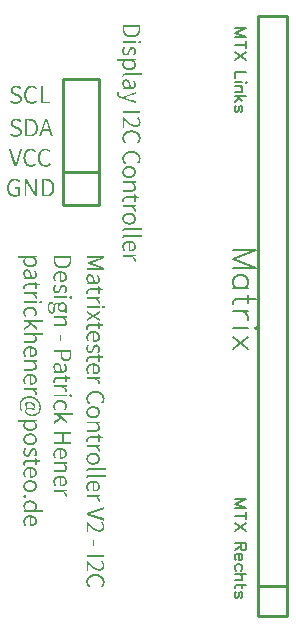
<source format=gto>
G04 Layer: TopSilkscreenLayer*
G04 EasyEDA v6.5.3, 2022-05-11 10:11:48*
G04 29087cc1c3554ec2a43a3509a864e302,be635ba5e1a24524a6f9dddda72dafc0,10*
G04 Gerber Generator version 0.2*
G04 Scale: 100 percent, Rotated: No, Reflected: No *
G04 Dimensions in millimeters *
G04 leading zeros omitted , absolute positions ,4 integer and 5 decimal *
%FSLAX45Y45*%
%MOMM*%

%ADD10C,0.2540*%
%ADD19C,0.2032*%

%LPD*%
G36*
X-84099400Y63885572D02*
G01*
X-84099400Y63870331D01*
X-84008569Y63870382D01*
X-83986370Y63871398D01*
X-83970368Y63872364D01*
X-83970368Y63871602D01*
X-84004150Y63859918D01*
X-84084160Y63830707D01*
X-84084160Y63819024D01*
X-84004150Y63790068D01*
X-83970368Y63778129D01*
X-83970368Y63777368D01*
X-84003286Y63779196D01*
X-84013548Y63779400D01*
X-84099400Y63779400D01*
X-84099400Y63763652D01*
X-83950556Y63763652D01*
X-83950556Y63784479D01*
X-84031836Y63813436D01*
X-84063586Y63823850D01*
X-84063586Y63824866D01*
X-84031836Y63835788D01*
X-83950556Y63864998D01*
X-83950556Y63885572D01*
G37*
G36*
X-84071206Y63730886D02*
G01*
X-84078216Y63730225D01*
X-84084363Y63728396D01*
X-84089646Y63725501D01*
X-84094015Y63721640D01*
X-84097418Y63716916D01*
X-84099908Y63711480D01*
X-84101432Y63705435D01*
X-84101940Y63698881D01*
X-84101680Y63694564D01*
X-84088732Y63694564D01*
X-84087716Y63702438D01*
X-84084414Y63708940D01*
X-84078673Y63713258D01*
X-84070190Y63714884D01*
X-84066583Y63714579D01*
X-84063179Y63713715D01*
X-84059979Y63712191D01*
X-84057032Y63710007D01*
X-84054289Y63707111D01*
X-84051800Y63703403D01*
X-84049514Y63698932D01*
X-84047431Y63693598D01*
X-84045602Y63687350D01*
X-84043926Y63680187D01*
X-84042453Y63672008D01*
X-84041234Y63662814D01*
X-84073492Y63662814D01*
X-84080045Y63670942D01*
X-84084820Y63678714D01*
X-84087766Y63686436D01*
X-84088732Y63694564D01*
X-84101680Y63694564D01*
X-84100670Y63688823D01*
X-84099196Y63683946D01*
X-84097266Y63679222D01*
X-84094929Y63674650D01*
X-84092186Y63670281D01*
X-84089189Y63666065D01*
X-84085938Y63662052D01*
X-84085938Y63661290D01*
X-84099400Y63660020D01*
X-84099400Y63646304D01*
X-84031328Y63646304D01*
X-84024927Y63646507D01*
X-84018882Y63647218D01*
X-84013243Y63648386D01*
X-84008061Y63650063D01*
X-84003388Y63652247D01*
X-83999222Y63654940D01*
X-83995564Y63658191D01*
X-83992516Y63662052D01*
X-83990129Y63666471D01*
X-83988351Y63671450D01*
X-83987233Y63677088D01*
X-83986878Y63683388D01*
X-83987233Y63689941D01*
X-83988249Y63696240D01*
X-83989773Y63702234D01*
X-83991754Y63707873D01*
X-83993990Y63713105D01*
X-83996428Y63717931D01*
X-84001356Y63726060D01*
X-84012786Y63719455D01*
X-84008417Y63712598D01*
X-84004505Y63704622D01*
X-84001660Y63695783D01*
X-84000594Y63686181D01*
X-84001254Y63679679D01*
X-84003134Y63674447D01*
X-84006029Y63670332D01*
X-84009788Y63667284D01*
X-84014259Y63665049D01*
X-84019237Y63663677D01*
X-84024571Y63662966D01*
X-84030058Y63662814D01*
X-84032344Y63679222D01*
X-84033766Y63686537D01*
X-84035341Y63693294D01*
X-84037119Y63699440D01*
X-84039049Y63704978D01*
X-84041234Y63710007D01*
X-84043570Y63714477D01*
X-84046161Y63718389D01*
X-84049006Y63721742D01*
X-84052054Y63724586D01*
X-84055356Y63726872D01*
X-84058912Y63728650D01*
X-84062722Y63729870D01*
X-84066837Y63730631D01*
G37*
G36*
X-84003388Y63626746D02*
G01*
X-84003388Y63610236D01*
X-84066380Y63610236D01*
X-84074050Y63609880D01*
X-84080959Y63608712D01*
X-84087004Y63606679D01*
X-84092135Y63603682D01*
X-84096301Y63599568D01*
X-84099400Y63594284D01*
X-84101279Y63587680D01*
X-84101940Y63579755D01*
X-84101584Y63575031D01*
X-84100670Y63570104D01*
X-84097876Y63560452D01*
X-84085430Y63563500D01*
X-84087512Y63569900D01*
X-84088224Y63573253D01*
X-84088478Y63576454D01*
X-84087004Y63584734D01*
X-84082737Y63590068D01*
X-84075930Y63592862D01*
X-84066888Y63593726D01*
X-84003388Y63593726D01*
X-84003388Y63563500D01*
X-83989672Y63563500D01*
X-83989672Y63593726D01*
X-83958684Y63593726D01*
X-83958684Y63607442D01*
X-83989672Y63609474D01*
X-83990688Y63626746D01*
G37*
G36*
X-84099400Y63538100D02*
G01*
X-84099400Y63521844D01*
X-84027772Y63521844D01*
X-84021168Y63518796D01*
X-84015681Y63515494D01*
X-84011211Y63511988D01*
X-84007655Y63508280D01*
X-84005013Y63504521D01*
X-84003235Y63500711D01*
X-84002219Y63497002D01*
X-84001864Y63493396D01*
X-84002270Y63488112D01*
X-84003642Y63483236D01*
X-83989164Y63479934D01*
X-83988046Y63482575D01*
X-83987335Y63485268D01*
X-83986979Y63488163D01*
X-83986878Y63491364D01*
X-83987284Y63495986D01*
X-83988503Y63500406D01*
X-83990484Y63504724D01*
X-83993177Y63508788D01*
X-83996479Y63512649D01*
X-84000390Y63516255D01*
X-84004810Y63519608D01*
X-84009738Y63522605D01*
X-84009738Y63523114D01*
X-83989672Y63524892D01*
X-83989672Y63538100D01*
G37*
G36*
X-83954620Y63464440D02*
G01*
X-83959395Y63463627D01*
X-83963002Y63461290D01*
X-83965288Y63457581D01*
X-83966050Y63452755D01*
X-83965288Y63448336D01*
X-83963002Y63444780D01*
X-83959395Y63442443D01*
X-83954620Y63441579D01*
X-83949997Y63442443D01*
X-83946441Y63444780D01*
X-83944206Y63448336D01*
X-83943444Y63452755D01*
X-83944206Y63457581D01*
X-83946441Y63461290D01*
X-83949997Y63463627D01*
G37*
G36*
X-84099400Y63461138D02*
G01*
X-84099400Y63444628D01*
X-83989672Y63444628D01*
X-83989672Y63461138D01*
G37*
G36*
X-84099400Y63422784D02*
G01*
X-84099400Y63405257D01*
X-84052918Y63378079D01*
X-84052918Y63377064D01*
X-84072730Y63365126D01*
X-84099400Y63348107D01*
X-84099400Y63330074D01*
X-84043774Y63366396D01*
X-83989672Y63332868D01*
X-83989672Y63350140D01*
X-84019136Y63367005D01*
X-84032852Y63374524D01*
X-84032852Y63375540D01*
X-83989672Y63401955D01*
X-83989672Y63419990D01*
X-84041996Y63386462D01*
G37*
G36*
X-84003388Y63326772D02*
G01*
X-84003388Y63310007D01*
X-84066380Y63310007D01*
X-84074050Y63309652D01*
X-84080959Y63308484D01*
X-84087004Y63306452D01*
X-84092135Y63303454D01*
X-84096301Y63299390D01*
X-84099400Y63294158D01*
X-84101279Y63287655D01*
X-84101940Y63279781D01*
X-84101584Y63275006D01*
X-84100670Y63270028D01*
X-84097876Y63260224D01*
X-84085430Y63263526D01*
X-84086547Y63266421D01*
X-84087512Y63269672D01*
X-84088224Y63273025D01*
X-84088478Y63276226D01*
X-84087004Y63284506D01*
X-84082737Y63289840D01*
X-84075930Y63292634D01*
X-84066888Y63293498D01*
X-84003388Y63293498D01*
X-84003388Y63263272D01*
X-83989672Y63263272D01*
X-83989672Y63293498D01*
X-83958684Y63293498D01*
X-83958684Y63307468D01*
X-83989672Y63309500D01*
X-83990688Y63326772D01*
G37*
G36*
X-84044536Y63249555D02*
G01*
X-84051140Y63249302D01*
X-84057337Y63248489D01*
X-84063230Y63247219D01*
X-84068716Y63245492D01*
X-84073847Y63243307D01*
X-84078572Y63240716D01*
X-84082839Y63237770D01*
X-84086750Y63234417D01*
X-84090256Y63230760D01*
X-84093304Y63226746D01*
X-84095894Y63222479D01*
X-84098028Y63217958D01*
X-84099755Y63213183D01*
X-84100974Y63208204D01*
X-84101686Y63203074D01*
X-84101940Y63197740D01*
X-84101686Y63192202D01*
X-84101025Y63187021D01*
X-84100009Y63182195D01*
X-84098638Y63177623D01*
X-84096961Y63173305D01*
X-84095082Y63169241D01*
X-84090764Y63161672D01*
X-84079842Y63167768D01*
X-84083601Y63174016D01*
X-84086395Y63180671D01*
X-84088122Y63187884D01*
X-84088732Y63195707D01*
X-84088376Y63201042D01*
X-84087411Y63206020D01*
X-84085785Y63210643D01*
X-84083601Y63214961D01*
X-84080858Y63218822D01*
X-84077556Y63222327D01*
X-84073746Y63225375D01*
X-84069478Y63227966D01*
X-84064703Y63230048D01*
X-84059572Y63231674D01*
X-84054035Y63232741D01*
X-84048092Y63233300D01*
X-84035900Y63233300D01*
X-84027975Y63231979D01*
X-84020914Y63229591D01*
X-84014818Y63226340D01*
X-84009738Y63222276D01*
X-84005674Y63217501D01*
X-84002727Y63212218D01*
X-84000949Y63206528D01*
X-84000340Y63200534D01*
X-84000898Y63194133D01*
X-84002626Y63188494D01*
X-84005420Y63183617D01*
X-84009331Y63179553D01*
X-84014360Y63176353D01*
X-84020507Y63174016D01*
X-84027670Y63172594D01*
X-84035900Y63172086D01*
X-84035900Y63233300D01*
X-84048092Y63233300D01*
X-84048092Y63158116D01*
X-84043621Y63157557D01*
X-84038186Y63157354D01*
X-84030515Y63157709D01*
X-84023352Y63158674D01*
X-84016799Y63160300D01*
X-84010754Y63162535D01*
X-84005369Y63165380D01*
X-84000644Y63168784D01*
X-83996530Y63172797D01*
X-83993126Y63177318D01*
X-83990434Y63182449D01*
X-83988452Y63188037D01*
X-83987284Y63194184D01*
X-83986878Y63200788D01*
X-83987132Y63205461D01*
X-83987894Y63210084D01*
X-83989164Y63214605D01*
X-83990891Y63219025D01*
X-83993075Y63223241D01*
X-83995768Y63227254D01*
X-83998866Y63231064D01*
X-84002372Y63234620D01*
X-84006334Y63237821D01*
X-84010652Y63240767D01*
X-84015427Y63243307D01*
X-84020507Y63245492D01*
X-84025994Y63247219D01*
X-84031836Y63248489D01*
X-84038033Y63249302D01*
G37*
G36*
X-84086954Y63142368D02*
G01*
X-84090052Y63138253D01*
X-84092948Y63133782D01*
X-84095488Y63129007D01*
X-84097672Y63123927D01*
X-84099450Y63118593D01*
X-84100822Y63113056D01*
X-84101635Y63107316D01*
X-84101940Y63101474D01*
X-84101279Y63092482D01*
X-84099400Y63084659D01*
X-84096453Y63077953D01*
X-84092491Y63072416D01*
X-84087766Y63068047D01*
X-84082331Y63064898D01*
X-84076336Y63063018D01*
X-84069936Y63062357D01*
X-84062773Y63063170D01*
X-84056778Y63065405D01*
X-84051851Y63068809D01*
X-84047736Y63073229D01*
X-84044332Y63078410D01*
X-84041386Y63084100D01*
X-84036408Y63096140D01*
X-84032953Y63105284D01*
X-84028991Y63112954D01*
X-84023758Y63118288D01*
X-84016596Y63120270D01*
X-84010246Y63118949D01*
X-84005013Y63115037D01*
X-84001406Y63108382D01*
X-84000086Y63098934D01*
X-84000848Y63091872D01*
X-84002930Y63085421D01*
X-84005978Y63079426D01*
X-84009738Y63073788D01*
X-83999070Y63065660D01*
X-83994294Y63072416D01*
X-83990383Y63080392D01*
X-83987843Y63089281D01*
X-83986878Y63098934D01*
X-83987487Y63107316D01*
X-83989265Y63114732D01*
X-83992059Y63121133D01*
X-83995768Y63126467D01*
X-84000289Y63130684D01*
X-84005521Y63133782D01*
X-84011312Y63135611D01*
X-84017612Y63136272D01*
X-84024063Y63135510D01*
X-84029550Y63133427D01*
X-84034274Y63130125D01*
X-84038236Y63125908D01*
X-84041589Y63120981D01*
X-84044434Y63115494D01*
X-84046923Y63109703D01*
X-84052765Y63094514D01*
X-84054848Y63090196D01*
X-84057236Y63086284D01*
X-84059928Y63082931D01*
X-84063027Y63080341D01*
X-84066583Y63078715D01*
X-84070698Y63078105D01*
X-84077860Y63079528D01*
X-84083652Y63083846D01*
X-84087563Y63090958D01*
X-84088986Y63100966D01*
X-84088020Y63110567D01*
X-84085328Y63119101D01*
X-84081162Y63126772D01*
X-84075778Y63133986D01*
G37*
G36*
X-84003388Y63053468D02*
G01*
X-84003388Y63036957D01*
X-84066380Y63036957D01*
X-84074050Y63036602D01*
X-84080959Y63035434D01*
X-84087004Y63033402D01*
X-84092135Y63030404D01*
X-84096301Y63026340D01*
X-84099400Y63021108D01*
X-84101279Y63014605D01*
X-84101940Y63006731D01*
X-84101584Y63001956D01*
X-84100670Y62996927D01*
X-84097876Y62987174D01*
X-84085430Y62990476D01*
X-84086547Y62993371D01*
X-84087512Y62996622D01*
X-84088224Y62999975D01*
X-84088478Y63003176D01*
X-84087004Y63011456D01*
X-84082737Y63016790D01*
X-84075930Y63019584D01*
X-84066888Y63020448D01*
X-84003388Y63020448D01*
X-84003388Y62990222D01*
X-83989672Y62990222D01*
X-83989672Y63020448D01*
X-83958684Y63020448D01*
X-83958684Y63034164D01*
X-83989672Y63036196D01*
X-83990688Y63053468D01*
G37*
G36*
X-84044536Y62976505D02*
G01*
X-84051140Y62976252D01*
X-84057337Y62975439D01*
X-84063230Y62974169D01*
X-84068716Y62972442D01*
X-84073847Y62970257D01*
X-84078572Y62967666D01*
X-84082839Y62964669D01*
X-84087773Y62960250D01*
X-84035900Y62960250D01*
X-84027975Y62958827D01*
X-84020914Y62956440D01*
X-84014818Y62953188D01*
X-84009738Y62949124D01*
X-84005674Y62944400D01*
X-84002727Y62939117D01*
X-84000949Y62933478D01*
X-84000340Y62927484D01*
X-84000898Y62921083D01*
X-84002626Y62915444D01*
X-84005420Y62910567D01*
X-84009331Y62906503D01*
X-84014360Y62903303D01*
X-84020507Y62900966D01*
X-84027670Y62899544D01*
X-84035900Y62899036D01*
X-84035900Y62960250D01*
X-84087773Y62960250D01*
X-84090256Y62957659D01*
X-84093304Y62953646D01*
X-84095894Y62949328D01*
X-84098028Y62944806D01*
X-84099755Y62939980D01*
X-84100974Y62935002D01*
X-84101686Y62929770D01*
X-84101940Y62924436D01*
X-84101686Y62918898D01*
X-84101025Y62913717D01*
X-84100009Y62908891D01*
X-84098638Y62904319D01*
X-84096961Y62900052D01*
X-84095082Y62896038D01*
X-84090764Y62888622D01*
X-84079842Y62894718D01*
X-84083601Y62900966D01*
X-84086395Y62907621D01*
X-84088122Y62914733D01*
X-84088732Y62922404D01*
X-84088376Y62927788D01*
X-84087411Y62932767D01*
X-84085785Y62937440D01*
X-84083601Y62941758D01*
X-84080858Y62945619D01*
X-84077556Y62949124D01*
X-84073746Y62952122D01*
X-84069478Y62954712D01*
X-84064703Y62956795D01*
X-84059572Y62958370D01*
X-84054035Y62959488D01*
X-84048092Y62959996D01*
X-84048092Y62885066D01*
X-84043621Y62884507D01*
X-84038186Y62884304D01*
X-84030515Y62884608D01*
X-84023352Y62885574D01*
X-84016799Y62887199D01*
X-84010754Y62889384D01*
X-84005369Y62892228D01*
X-84000644Y62895632D01*
X-83996530Y62899594D01*
X-83993126Y62904116D01*
X-83990434Y62909145D01*
X-83988452Y62914784D01*
X-83987284Y62920879D01*
X-83986878Y62927484D01*
X-83987132Y62932208D01*
X-83987894Y62936881D01*
X-83989164Y62941454D01*
X-83990891Y62945873D01*
X-83993075Y62950090D01*
X-83995768Y62954154D01*
X-83998866Y62957964D01*
X-84002372Y62961520D01*
X-84006334Y62964771D01*
X-84010652Y62967717D01*
X-84015427Y62970257D01*
X-84020507Y62972442D01*
X-84025994Y62974169D01*
X-84031836Y62975439D01*
X-84038033Y62976252D01*
G37*
G36*
X-84099400Y62856364D02*
G01*
X-84099400Y62840107D01*
X-84027772Y62840107D01*
X-84021168Y62837060D01*
X-84015681Y62833757D01*
X-84011211Y62830252D01*
X-84007655Y62826544D01*
X-84005013Y62822785D01*
X-84003235Y62818975D01*
X-84002219Y62815266D01*
X-84001864Y62811660D01*
X-84002270Y62806376D01*
X-84003642Y62801500D01*
X-83989164Y62798198D01*
X-83988046Y62800839D01*
X-83987335Y62803531D01*
X-83986979Y62806427D01*
X-83986878Y62809628D01*
X-83987284Y62814250D01*
X-83988503Y62818670D01*
X-83990484Y62822988D01*
X-83993177Y62827052D01*
X-83996479Y62830913D01*
X-84000390Y62834520D01*
X-84004810Y62837872D01*
X-84009738Y62840870D01*
X-84009738Y62841378D01*
X-83989672Y62843155D01*
X-83989672Y62856364D01*
G37*
G36*
X-84024978Y62741555D02*
G01*
X-84032090Y62741352D01*
X-84038846Y62740743D01*
X-84045348Y62739778D01*
X-84051495Y62738406D01*
X-84057388Y62736679D01*
X-84062874Y62734647D01*
X-84068056Y62732259D01*
X-84072933Y62729567D01*
X-84077403Y62726570D01*
X-84081569Y62723268D01*
X-84085328Y62719712D01*
X-84088732Y62715902D01*
X-84091780Y62711787D01*
X-84094421Y62707520D01*
X-84096707Y62702998D01*
X-84098587Y62698274D01*
X-84100009Y62693346D01*
X-84101076Y62688216D01*
X-84101736Y62682983D01*
X-84101940Y62677548D01*
X-84101584Y62670537D01*
X-84100517Y62663933D01*
X-84098790Y62657736D01*
X-84096402Y62651944D01*
X-84093405Y62646509D01*
X-84089748Y62641378D01*
X-84085480Y62636603D01*
X-84080604Y62632081D01*
X-84070190Y62641479D01*
X-84074050Y62645188D01*
X-84077454Y62649049D01*
X-84080350Y62653062D01*
X-84082788Y62657278D01*
X-84084718Y62661749D01*
X-84086090Y62666422D01*
X-84086903Y62671350D01*
X-84087208Y62676531D01*
X-84086903Y62681916D01*
X-84086090Y62687047D01*
X-84084718Y62691873D01*
X-84082839Y62696445D01*
X-84080451Y62700662D01*
X-84077556Y62704573D01*
X-84074203Y62708180D01*
X-84070342Y62711482D01*
X-84066075Y62714378D01*
X-84061350Y62716968D01*
X-84056220Y62719153D01*
X-84050682Y62720981D01*
X-84044739Y62722404D01*
X-84038440Y62723420D01*
X-84031734Y62724080D01*
X-84024724Y62724284D01*
X-84017713Y62724080D01*
X-84011058Y62723420D01*
X-84004759Y62722302D01*
X-83998866Y62720829D01*
X-83993329Y62718899D01*
X-83988249Y62716664D01*
X-83983576Y62714022D01*
X-83979359Y62711025D01*
X-83975549Y62707672D01*
X-83972247Y62704014D01*
X-83969402Y62700052D01*
X-83967015Y62695785D01*
X-83965186Y62691213D01*
X-83963814Y62686387D01*
X-83963002Y62681357D01*
X-83962748Y62676024D01*
X-83963814Y62666829D01*
X-83966710Y62658650D01*
X-83971231Y62651386D01*
X-83976972Y62645036D01*
X-83966050Y62635892D01*
X-83962595Y62639295D01*
X-83959242Y62643207D01*
X-83956194Y62647576D01*
X-83953502Y62652452D01*
X-83951267Y62657786D01*
X-83949489Y62663527D01*
X-83948422Y62669724D01*
X-83948016Y62676278D01*
X-83948219Y62681815D01*
X-83948879Y62687250D01*
X-83949946Y62692483D01*
X-83951419Y62697512D01*
X-83953350Y62702338D01*
X-83955636Y62706961D01*
X-83958277Y62711329D01*
X-83961376Y62715495D01*
X-83964780Y62719407D01*
X-83968590Y62723014D01*
X-83972755Y62726366D01*
X-83977276Y62729414D01*
X-83982102Y62732157D01*
X-83987284Y62734545D01*
X-83992821Y62736628D01*
X-83998612Y62738355D01*
X-84004759Y62739727D01*
X-84011211Y62740743D01*
X-84017967Y62741352D01*
G37*
G36*
X-84044536Y62613794D02*
G01*
X-84051190Y62613540D01*
X-84057439Y62612727D01*
X-84063332Y62611457D01*
X-84068818Y62609679D01*
X-84073949Y62607494D01*
X-84078673Y62604904D01*
X-84082991Y62601957D01*
X-84086852Y62598655D01*
X-84090306Y62595048D01*
X-84093354Y62591137D01*
X-84095945Y62586971D01*
X-84098079Y62582602D01*
X-84099755Y62578030D01*
X-84100974Y62573306D01*
X-84101686Y62568480D01*
X-84101940Y62563502D01*
X-84088224Y62563502D01*
X-84087868Y62568277D01*
X-84086801Y62572747D01*
X-84085074Y62576964D01*
X-84082686Y62580824D01*
X-84079740Y62584329D01*
X-84076184Y62587479D01*
X-84072120Y62590222D01*
X-84067497Y62592508D01*
X-84062417Y62594337D01*
X-84056880Y62595658D01*
X-84050886Y62596471D01*
X-84044536Y62596776D01*
X-84038236Y62596471D01*
X-84032293Y62595658D01*
X-84026756Y62594337D01*
X-84021676Y62592508D01*
X-84017104Y62590222D01*
X-84012989Y62587479D01*
X-84009433Y62584329D01*
X-84006436Y62580824D01*
X-84004048Y62576964D01*
X-84002270Y62572747D01*
X-84001203Y62568277D01*
X-84000848Y62563502D01*
X-84001203Y62558676D01*
X-84002270Y62554154D01*
X-84004048Y62549887D01*
X-84006436Y62546026D01*
X-84009433Y62542470D01*
X-84012989Y62539321D01*
X-84017104Y62536578D01*
X-84021676Y62534241D01*
X-84026756Y62532412D01*
X-84032293Y62531091D01*
X-84038236Y62530278D01*
X-84044536Y62529974D01*
X-84050886Y62530278D01*
X-84056880Y62531091D01*
X-84062417Y62532412D01*
X-84067497Y62534241D01*
X-84072120Y62536578D01*
X-84076184Y62539321D01*
X-84079740Y62542470D01*
X-84082686Y62546026D01*
X-84085074Y62549887D01*
X-84086801Y62554154D01*
X-84087868Y62558676D01*
X-84088224Y62563502D01*
X-84101940Y62563502D01*
X-84101686Y62558472D01*
X-84100974Y62553596D01*
X-84099755Y62548820D01*
X-84098079Y62544248D01*
X-84095945Y62539829D01*
X-84093354Y62535663D01*
X-84090306Y62531752D01*
X-84086852Y62528145D01*
X-84082991Y62524843D01*
X-84078673Y62521846D01*
X-84073949Y62519255D01*
X-84068818Y62517070D01*
X-84063332Y62515292D01*
X-84057439Y62514022D01*
X-84051190Y62513210D01*
X-84044536Y62512955D01*
X-84037881Y62513210D01*
X-84031582Y62514022D01*
X-84025638Y62515292D01*
X-84020101Y62517070D01*
X-84014970Y62519255D01*
X-84010195Y62521846D01*
X-84005877Y62524843D01*
X-84001965Y62528145D01*
X-83998511Y62531752D01*
X-83995463Y62535663D01*
X-83992872Y62539829D01*
X-83990738Y62544248D01*
X-83989062Y62548820D01*
X-83987843Y62553596D01*
X-83987132Y62558472D01*
X-83986878Y62563502D01*
X-83987132Y62568480D01*
X-83987843Y62573306D01*
X-83989062Y62578030D01*
X-83990738Y62582602D01*
X-83992872Y62586971D01*
X-83995463Y62591137D01*
X-83998511Y62595048D01*
X-84001965Y62598655D01*
X-84005877Y62601957D01*
X-84010195Y62604904D01*
X-84014970Y62607494D01*
X-84020101Y62609679D01*
X-84025638Y62611457D01*
X-84031582Y62612727D01*
X-84037881Y62613540D01*
G37*
G36*
X-84099400Y62482984D02*
G01*
X-84099400Y62466474D01*
X-84019136Y62466474D01*
X-84011414Y62458396D01*
X-84008366Y62454637D01*
X-84005877Y62450929D01*
X-84003896Y62447220D01*
X-84002473Y62443410D01*
X-84001660Y62439448D01*
X-84001356Y62435231D01*
X-84001813Y62429898D01*
X-84003134Y62425376D01*
X-84005369Y62421617D01*
X-84008569Y62418620D01*
X-84012836Y62416283D01*
X-84018069Y62414657D01*
X-84024419Y62413692D01*
X-84031836Y62413388D01*
X-84099400Y62413388D01*
X-84099400Y62396878D01*
X-84029804Y62396878D01*
X-84023047Y62397081D01*
X-84016850Y62397741D01*
X-84011211Y62398859D01*
X-84006131Y62400434D01*
X-84001660Y62402466D01*
X-83997749Y62404955D01*
X-83994447Y62407952D01*
X-83991754Y62411457D01*
X-83989621Y62415420D01*
X-83988097Y62419890D01*
X-83987182Y62424868D01*
X-83986878Y62430405D01*
X-83987233Y62435841D01*
X-83988351Y62441023D01*
X-83990078Y62445900D01*
X-83992364Y62450522D01*
X-83995158Y62454942D01*
X-83998358Y62459209D01*
X-84001864Y62463273D01*
X-84005674Y62467236D01*
X-84005674Y62467998D01*
X-83989672Y62469522D01*
X-83989672Y62482984D01*
G37*
G36*
X-84003388Y62373764D02*
G01*
X-84003388Y62357000D01*
X-84066380Y62357000D01*
X-84074050Y62356644D01*
X-84080959Y62355476D01*
X-84087004Y62353444D01*
X-84092135Y62350446D01*
X-84096301Y62346382D01*
X-84099400Y62341150D01*
X-84101279Y62334648D01*
X-84101940Y62326774D01*
X-84101584Y62321998D01*
X-84100670Y62317020D01*
X-84097876Y62307216D01*
X-84085430Y62310518D01*
X-84086547Y62313413D01*
X-84087512Y62316664D01*
X-84088224Y62320017D01*
X-84088478Y62323218D01*
X-84087004Y62331498D01*
X-84082737Y62336832D01*
X-84075930Y62339626D01*
X-84066888Y62340490D01*
X-84003388Y62340490D01*
X-84003388Y62310264D01*
X-83989672Y62310264D01*
X-83989672Y62340490D01*
X-83958684Y62340490D01*
X-83958684Y62354460D01*
X-83989672Y62356492D01*
X-83990688Y62373764D01*
G37*
G36*
X-84099400Y62285118D02*
G01*
X-84099400Y62268607D01*
X-84027772Y62268607D01*
X-84021168Y62265610D01*
X-84015681Y62262308D01*
X-84011211Y62258803D01*
X-84007655Y62255196D01*
X-84005013Y62251437D01*
X-84003235Y62247729D01*
X-84002219Y62244020D01*
X-84001864Y62240414D01*
X-84002270Y62234927D01*
X-84003642Y62230000D01*
X-83989164Y62226698D01*
X-83988046Y62229441D01*
X-83987335Y62232184D01*
X-83986979Y62235079D01*
X-83986878Y62238381D01*
X-83987284Y62243004D01*
X-83988503Y62247424D01*
X-83990484Y62251691D01*
X-83993177Y62255806D01*
X-83996479Y62259616D01*
X-84000390Y62263172D01*
X-84004810Y62266423D01*
X-84009738Y62269370D01*
X-84009738Y62270131D01*
X-83989672Y62271655D01*
X-83989672Y62285118D01*
G37*
G36*
X-84044536Y62218824D02*
G01*
X-84051190Y62218570D01*
X-84057439Y62217757D01*
X-84063332Y62216487D01*
X-84068818Y62214709D01*
X-84073949Y62212524D01*
X-84078673Y62209934D01*
X-84082991Y62206987D01*
X-84086852Y62203685D01*
X-84090306Y62200078D01*
X-84093354Y62196167D01*
X-84095945Y62192001D01*
X-84098079Y62187632D01*
X-84099755Y62183060D01*
X-84100974Y62178336D01*
X-84101686Y62173510D01*
X-84101940Y62168531D01*
X-84088224Y62168531D01*
X-84087868Y62173307D01*
X-84086801Y62177777D01*
X-84085074Y62181994D01*
X-84082686Y62185854D01*
X-84079740Y62189360D01*
X-84076184Y62192509D01*
X-84072120Y62195252D01*
X-84067497Y62197538D01*
X-84062417Y62199367D01*
X-84056880Y62200688D01*
X-84050886Y62201501D01*
X-84044536Y62201805D01*
X-84038236Y62201501D01*
X-84032293Y62200688D01*
X-84026756Y62199367D01*
X-84021676Y62197538D01*
X-84017104Y62195252D01*
X-84012989Y62192509D01*
X-84009433Y62189360D01*
X-84006436Y62185854D01*
X-84004048Y62181994D01*
X-84002270Y62177777D01*
X-84001203Y62173307D01*
X-84000848Y62168531D01*
X-84001203Y62163705D01*
X-84002270Y62159184D01*
X-84004048Y62154917D01*
X-84006436Y62151056D01*
X-84009433Y62147500D01*
X-84012989Y62144351D01*
X-84017104Y62141607D01*
X-84021676Y62139271D01*
X-84026756Y62137442D01*
X-84032293Y62136121D01*
X-84038236Y62135308D01*
X-84044536Y62135004D01*
X-84050886Y62135308D01*
X-84056880Y62136121D01*
X-84062417Y62137442D01*
X-84067497Y62139271D01*
X-84072120Y62141607D01*
X-84076184Y62144351D01*
X-84079740Y62147500D01*
X-84082686Y62151056D01*
X-84085074Y62154917D01*
X-84086801Y62159184D01*
X-84087868Y62163705D01*
X-84088224Y62168531D01*
X-84101940Y62168531D01*
X-84101686Y62163502D01*
X-84100974Y62158626D01*
X-84099755Y62153850D01*
X-84098079Y62149228D01*
X-84095945Y62144808D01*
X-84093354Y62140642D01*
X-84090306Y62136680D01*
X-84086852Y62133022D01*
X-84082991Y62129720D01*
X-84078673Y62126723D01*
X-84073949Y62124081D01*
X-84068818Y62121897D01*
X-84063332Y62120119D01*
X-84057439Y62118798D01*
X-84051190Y62117986D01*
X-84044536Y62117731D01*
X-84037881Y62117986D01*
X-84031582Y62118798D01*
X-84025638Y62120119D01*
X-84020101Y62121897D01*
X-84014970Y62124081D01*
X-84010195Y62126723D01*
X-84005877Y62129720D01*
X-84001965Y62133022D01*
X-83998511Y62136680D01*
X-83995463Y62140642D01*
X-83992872Y62144808D01*
X-83990738Y62149228D01*
X-83989062Y62153850D01*
X-83987843Y62158626D01*
X-83987132Y62163502D01*
X-83986878Y62168531D01*
X-83987132Y62173510D01*
X-83987843Y62178336D01*
X-83989062Y62183060D01*
X-83990738Y62187632D01*
X-83992872Y62192001D01*
X-83995463Y62196167D01*
X-83998511Y62200078D01*
X-84001965Y62203685D01*
X-84005877Y62206987D01*
X-84010195Y62209934D01*
X-84014970Y62212524D01*
X-84020101Y62214709D01*
X-84025638Y62216487D01*
X-84031582Y62217757D01*
X-84037881Y62218570D01*
G37*
G36*
X-84079334Y62088014D02*
G01*
X-84088986Y62086998D01*
X-84096047Y62083746D01*
X-84100466Y62078158D01*
X-84101940Y62069979D01*
X-84101584Y62064341D01*
X-84100670Y62060074D01*
X-84087716Y62062614D01*
X-84088173Y62064900D01*
X-84088224Y62066424D01*
X-84087766Y62068405D01*
X-84086395Y62070030D01*
X-84084058Y62071097D01*
X-84080604Y62071504D01*
X-83937602Y62071504D01*
X-83937602Y62088014D01*
G37*
G36*
X-84079334Y62031372D02*
G01*
X-84088986Y62030355D01*
X-84096047Y62027104D01*
X-84100466Y62021516D01*
X-84101940Y62013338D01*
X-84101584Y62007648D01*
X-84100670Y62003431D01*
X-84087716Y62005972D01*
X-84088173Y62008257D01*
X-84088224Y62009781D01*
X-84087766Y62011763D01*
X-84086395Y62013388D01*
X-84084058Y62014455D01*
X-84080604Y62014862D01*
X-83937602Y62014862D01*
X-83937602Y62031372D01*
G37*
G36*
X-84044536Y61983112D02*
G01*
X-84051140Y61982857D01*
X-84057337Y61982045D01*
X-84063230Y61980775D01*
X-84068716Y61979048D01*
X-84073847Y61976863D01*
X-84078572Y61974272D01*
X-84082839Y61971275D01*
X-84087773Y61966855D01*
X-84035900Y61966855D01*
X-84027975Y61965433D01*
X-84020914Y61962995D01*
X-84014818Y61959693D01*
X-84009738Y61955578D01*
X-84005674Y61950803D01*
X-84002727Y61945520D01*
X-84000949Y61939830D01*
X-84000340Y61933836D01*
X-84000898Y61927486D01*
X-84002626Y61921898D01*
X-84005420Y61917021D01*
X-84009331Y61912957D01*
X-84014360Y61909705D01*
X-84020507Y61907318D01*
X-84027670Y61905896D01*
X-84035900Y61905388D01*
X-84035900Y61966855D01*
X-84087773Y61966855D01*
X-84090256Y61964265D01*
X-84093304Y61960252D01*
X-84095894Y61955934D01*
X-84098028Y61951412D01*
X-84099755Y61946586D01*
X-84100974Y61941608D01*
X-84101686Y61936376D01*
X-84101940Y61931042D01*
X-84101686Y61925504D01*
X-84101025Y61920323D01*
X-84100009Y61915497D01*
X-84098638Y61910925D01*
X-84096961Y61906657D01*
X-84095082Y61902644D01*
X-84090764Y61895228D01*
X-84079842Y61901324D01*
X-84083601Y61907572D01*
X-84086395Y61914227D01*
X-84088122Y61921339D01*
X-84088732Y61929010D01*
X-84088376Y61934394D01*
X-84087411Y61939373D01*
X-84085785Y61944046D01*
X-84083601Y61948364D01*
X-84080858Y61952225D01*
X-84077556Y61955730D01*
X-84073746Y61958728D01*
X-84069478Y61961318D01*
X-84064703Y61963401D01*
X-84059572Y61964976D01*
X-84054035Y61966094D01*
X-84048092Y61966602D01*
X-84048092Y61891672D01*
X-84043621Y61891113D01*
X-84038186Y61890910D01*
X-84030515Y61891214D01*
X-84023352Y61892179D01*
X-84016799Y61893805D01*
X-84010754Y61895990D01*
X-84005369Y61898834D01*
X-84000644Y61902238D01*
X-83996530Y61906200D01*
X-83993126Y61910722D01*
X-83990434Y61915751D01*
X-83988452Y61921390D01*
X-83987284Y61927486D01*
X-83986878Y61934090D01*
X-83987132Y61938763D01*
X-83987894Y61943437D01*
X-83989164Y61947958D01*
X-83990891Y61952378D01*
X-83993075Y61956594D01*
X-83995768Y61960658D01*
X-83998866Y61964468D01*
X-84002372Y61968024D01*
X-84006334Y61971275D01*
X-84010652Y61974222D01*
X-84015427Y61976812D01*
X-84020507Y61978997D01*
X-84025994Y61980724D01*
X-84031836Y61982045D01*
X-84038033Y61982857D01*
G37*
G36*
X-84099400Y61862970D02*
G01*
X-84099400Y61846460D01*
X-84027772Y61846460D01*
X-84021168Y61843513D01*
X-84015681Y61840262D01*
X-84011211Y61836757D01*
X-84007655Y61833150D01*
X-84005013Y61829391D01*
X-84003235Y61825581D01*
X-84002219Y61821872D01*
X-84001864Y61818266D01*
X-84002270Y61812881D01*
X-84003642Y61807852D01*
X-83989164Y61804804D01*
X-83988046Y61807445D01*
X-83987335Y61810138D01*
X-83986979Y61813033D01*
X-83986878Y61816234D01*
X-83987284Y61820856D01*
X-83988503Y61825276D01*
X-83990484Y61829594D01*
X-83993177Y61833658D01*
X-83996479Y61837519D01*
X-84000390Y61841126D01*
X-84004810Y61844478D01*
X-84009738Y61847476D01*
X-84009738Y61847984D01*
X-83989672Y61849507D01*
X-83989672Y61862970D01*
G37*
G36*
X-83950556Y61759592D02*
G01*
X-84099400Y61711840D01*
X-84099400Y61692536D01*
X-83950556Y61645038D01*
X-83950556Y61662055D01*
X-84081874Y61701426D01*
X-84081874Y61702188D01*
X-84057388Y61709757D01*
X-84032852Y61716920D01*
X-83950556Y61741812D01*
G37*
G36*
X-83969860Y61636655D02*
G01*
X-83979004Y61627004D01*
X-83975397Y61623651D01*
X-83972095Y61620146D01*
X-83969098Y61616437D01*
X-83966507Y61612576D01*
X-83964424Y61608512D01*
X-83962798Y61604245D01*
X-83961833Y61599826D01*
X-83961478Y61595254D01*
X-83962087Y61588497D01*
X-83963814Y61582706D01*
X-83966558Y61577829D01*
X-83970266Y61573918D01*
X-83974787Y61570870D01*
X-83980020Y61568736D01*
X-83985862Y61567466D01*
X-83992212Y61567060D01*
X-83996072Y61567212D01*
X-84004099Y61568482D01*
X-84012430Y61571073D01*
X-84021117Y61575035D01*
X-84025638Y61577524D01*
X-84034934Y61583519D01*
X-84044739Y61590986D01*
X-84055051Y61599876D01*
X-84065922Y61610290D01*
X-84077403Y61622178D01*
X-84089494Y61635640D01*
X-84099400Y61635640D01*
X-84099400Y61543692D01*
X-84085176Y61543692D01*
X-84085277Y61592155D01*
X-84086446Y61610748D01*
X-84076286Y61600181D01*
X-84066278Y61590478D01*
X-84056524Y61581690D01*
X-84046923Y61573867D01*
X-84037424Y61567060D01*
X-84032750Y61564062D01*
X-84023454Y61558931D01*
X-84014208Y61555020D01*
X-84005064Y61552328D01*
X-84000543Y61551515D01*
X-83995971Y61550956D01*
X-83991450Y61550804D01*
X-83985049Y61551159D01*
X-83979054Y61552124D01*
X-83973517Y61553750D01*
X-83968437Y61555985D01*
X-83963865Y61558830D01*
X-83959801Y61562234D01*
X-83956347Y61566196D01*
X-83953400Y61570666D01*
X-83951064Y61575645D01*
X-83949387Y61581131D01*
X-83948371Y61587075D01*
X-83948016Y61593476D01*
X-83948422Y61600079D01*
X-83949590Y61606277D01*
X-83951419Y61612018D01*
X-83953959Y61617453D01*
X-83957160Y61622584D01*
X-83960868Y61627461D01*
X-83965135Y61632134D01*
G37*
G36*
X-84049108Y61478668D02*
G01*
X-84049108Y61427105D01*
X-84036154Y61427105D01*
X-84036154Y61478668D01*
G37*
G36*
X-84099400Y61352176D02*
G01*
X-84099400Y61335412D01*
X-83950556Y61335412D01*
X-83950556Y61352176D01*
G37*
G36*
X-83969860Y61306455D02*
G01*
X-83979004Y61296804D01*
X-83975397Y61293451D01*
X-83972095Y61289946D01*
X-83969098Y61286237D01*
X-83966507Y61282376D01*
X-83964424Y61278312D01*
X-83962798Y61274045D01*
X-83961833Y61269626D01*
X-83961478Y61265054D01*
X-83962087Y61258297D01*
X-83963814Y61252506D01*
X-83966558Y61247629D01*
X-83970266Y61243718D01*
X-83974787Y61240670D01*
X-83980020Y61238536D01*
X-83985862Y61237266D01*
X-83992212Y61236860D01*
X-83996072Y61237012D01*
X-84004099Y61238282D01*
X-84012430Y61240873D01*
X-84021117Y61244835D01*
X-84025638Y61247324D01*
X-84034934Y61253319D01*
X-84044739Y61260786D01*
X-84055051Y61269676D01*
X-84065922Y61280090D01*
X-84077403Y61291978D01*
X-84089494Y61305440D01*
X-84099400Y61305440D01*
X-84099400Y61213492D01*
X-84085176Y61213492D01*
X-84085277Y61261955D01*
X-84086446Y61280548D01*
X-84076286Y61269981D01*
X-84066278Y61260278D01*
X-84056524Y61251490D01*
X-84046923Y61243667D01*
X-84037424Y61236860D01*
X-84032750Y61233862D01*
X-84023454Y61228731D01*
X-84014208Y61224820D01*
X-84005064Y61222128D01*
X-84000543Y61221315D01*
X-83995971Y61220756D01*
X-83991450Y61220604D01*
X-83985049Y61220959D01*
X-83979054Y61221924D01*
X-83973517Y61223550D01*
X-83968437Y61225785D01*
X-83963865Y61228630D01*
X-83959801Y61232034D01*
X-83956347Y61235996D01*
X-83953400Y61240466D01*
X-83951064Y61245445D01*
X-83949387Y61250931D01*
X-83948371Y61256875D01*
X-83948016Y61263276D01*
X-83948422Y61269879D01*
X-83949590Y61276077D01*
X-83951419Y61281818D01*
X-83953959Y61287253D01*
X-83957160Y61292384D01*
X-83960868Y61297261D01*
X-83965135Y61301934D01*
G37*
G36*
X-84024978Y61191140D02*
G01*
X-84032090Y61190936D01*
X-84038846Y61190327D01*
X-84045348Y61189362D01*
X-84051495Y61187990D01*
X-84057388Y61186263D01*
X-84062874Y61184231D01*
X-84068056Y61181843D01*
X-84072933Y61179151D01*
X-84077403Y61176154D01*
X-84081569Y61172852D01*
X-84085328Y61169296D01*
X-84088732Y61165486D01*
X-84091780Y61161371D01*
X-84094421Y61157104D01*
X-84096707Y61152582D01*
X-84098587Y61147858D01*
X-84100009Y61142930D01*
X-84101076Y61137800D01*
X-84101736Y61132567D01*
X-84101940Y61127131D01*
X-84101584Y61120121D01*
X-84100517Y61113517D01*
X-84098790Y61107320D01*
X-84096402Y61101528D01*
X-84093405Y61096093D01*
X-84089748Y61090962D01*
X-84085480Y61086187D01*
X-84080604Y61081666D01*
X-84070190Y61091064D01*
X-84074050Y61094772D01*
X-84077454Y61098633D01*
X-84080350Y61102646D01*
X-84082788Y61106862D01*
X-84084718Y61111333D01*
X-84086090Y61116006D01*
X-84086903Y61120934D01*
X-84087208Y61126116D01*
X-84086903Y61131500D01*
X-84086090Y61136631D01*
X-84084718Y61141457D01*
X-84082839Y61146029D01*
X-84080451Y61150246D01*
X-84077556Y61154157D01*
X-84074203Y61157764D01*
X-84070342Y61161066D01*
X-84066075Y61163962D01*
X-84061350Y61166552D01*
X-84056220Y61168737D01*
X-84050682Y61170566D01*
X-84044739Y61171988D01*
X-84038440Y61173004D01*
X-84031734Y61173664D01*
X-84024724Y61173868D01*
X-84017713Y61173664D01*
X-84011058Y61173004D01*
X-84004759Y61171886D01*
X-83998866Y61170413D01*
X-83993329Y61168483D01*
X-83988249Y61166248D01*
X-83983576Y61163606D01*
X-83979359Y61160609D01*
X-83975549Y61157256D01*
X-83972247Y61153598D01*
X-83969402Y61149636D01*
X-83967015Y61145369D01*
X-83965186Y61140797D01*
X-83963814Y61135971D01*
X-83963002Y61130942D01*
X-83962748Y61125607D01*
X-83963814Y61116413D01*
X-83966710Y61108234D01*
X-83971231Y61100970D01*
X-83976972Y61094620D01*
X-83966050Y61085476D01*
X-83962595Y61088879D01*
X-83959242Y61092791D01*
X-83956194Y61097160D01*
X-83953502Y61102036D01*
X-83951267Y61107370D01*
X-83949489Y61113111D01*
X-83948422Y61119308D01*
X-83948016Y61125862D01*
X-83948219Y61131399D01*
X-83948879Y61136834D01*
X-83949946Y61142067D01*
X-83951419Y61147096D01*
X-83953350Y61151922D01*
X-83955636Y61156545D01*
X-83958277Y61160914D01*
X-83961376Y61165079D01*
X-83964780Y61168991D01*
X-83968590Y61172598D01*
X-83972755Y61175950D01*
X-83977276Y61178998D01*
X-83982102Y61181742D01*
X-83987284Y61184129D01*
X-83992821Y61186212D01*
X-83998612Y61187939D01*
X-84004759Y61189311D01*
X-84011211Y61190327D01*
X-84017967Y61190936D01*
G37*
G36*
X-84378800Y63885572D02*
G01*
X-84378800Y63868807D01*
X-84243926Y63868807D01*
X-84243926Y63850520D01*
X-84244180Y63843966D01*
X-84244942Y63837870D01*
X-84246212Y63832181D01*
X-84247939Y63826948D01*
X-84250174Y63822122D01*
X-84252866Y63817703D01*
X-84256016Y63813740D01*
X-84259623Y63810184D01*
X-84263687Y63807086D01*
X-84268157Y63804393D01*
X-84273085Y63802107D01*
X-84278419Y63800228D01*
X-84284210Y63798805D01*
X-84290357Y63797738D01*
X-84296910Y63797129D01*
X-84303870Y63796926D01*
X-84310778Y63797129D01*
X-84317382Y63797738D01*
X-84323580Y63798805D01*
X-84329422Y63800228D01*
X-84334858Y63802107D01*
X-84339887Y63804393D01*
X-84344510Y63807086D01*
X-84348675Y63810184D01*
X-84352434Y63813740D01*
X-84355686Y63817703D01*
X-84358530Y63822122D01*
X-84360816Y63826948D01*
X-84362696Y63832181D01*
X-84364017Y63837870D01*
X-84364830Y63843966D01*
X-84365084Y63850520D01*
X-84365084Y63868807D01*
X-84378800Y63868807D01*
X-84378800Y63848488D01*
X-84378596Y63841884D01*
X-84377987Y63835584D01*
X-84376920Y63829590D01*
X-84375498Y63823951D01*
X-84373669Y63818668D01*
X-84371434Y63813690D01*
X-84368843Y63809016D01*
X-84365896Y63804749D01*
X-84362544Y63800736D01*
X-84358835Y63797129D01*
X-84354822Y63793827D01*
X-84350453Y63790880D01*
X-84345729Y63788239D01*
X-84340649Y63785953D01*
X-84335315Y63784073D01*
X-84329625Y63782448D01*
X-84323631Y63781228D01*
X-84317332Y63780365D01*
X-84310728Y63779806D01*
X-84303870Y63779654D01*
X-84297012Y63779806D01*
X-84290458Y63780365D01*
X-84284159Y63781228D01*
X-84278216Y63782498D01*
X-84272628Y63784073D01*
X-84267294Y63786004D01*
X-84262315Y63788290D01*
X-84257642Y63790880D01*
X-84253374Y63793878D01*
X-84249361Y63797179D01*
X-84245754Y63800837D01*
X-84242503Y63804850D01*
X-84239608Y63809168D01*
X-84237068Y63813842D01*
X-84234934Y63818871D01*
X-84233156Y63824205D01*
X-84231784Y63829895D01*
X-84230768Y63835940D01*
X-84230159Y63842290D01*
X-84229956Y63848996D01*
X-84229956Y63885572D01*
G37*
G36*
X-84323936Y63756794D02*
G01*
X-84330540Y63756540D01*
X-84336737Y63755727D01*
X-84342630Y63754457D01*
X-84348116Y63752729D01*
X-84353247Y63750545D01*
X-84357972Y63747954D01*
X-84362239Y63744957D01*
X-84367173Y63740538D01*
X-84315300Y63740538D01*
X-84307375Y63739115D01*
X-84300314Y63736728D01*
X-84294218Y63733476D01*
X-84289138Y63729412D01*
X-84285074Y63724688D01*
X-84282127Y63719405D01*
X-84280349Y63713766D01*
X-84279740Y63707772D01*
X-84280298Y63701371D01*
X-84282026Y63695732D01*
X-84284820Y63690855D01*
X-84288731Y63686791D01*
X-84293760Y63683591D01*
X-84299907Y63681254D01*
X-84307070Y63679831D01*
X-84315300Y63679324D01*
X-84315300Y63740538D01*
X-84367173Y63740538D01*
X-84369656Y63737947D01*
X-84372704Y63733934D01*
X-84375294Y63729616D01*
X-84377428Y63725094D01*
X-84379155Y63720268D01*
X-84380374Y63715290D01*
X-84381086Y63710057D01*
X-84381340Y63704724D01*
X-84381086Y63699186D01*
X-84380425Y63694005D01*
X-84379409Y63689179D01*
X-84378038Y63684607D01*
X-84376361Y63680340D01*
X-84374482Y63676326D01*
X-84370164Y63668910D01*
X-84359242Y63675005D01*
X-84363001Y63681254D01*
X-84365795Y63687909D01*
X-84367522Y63695021D01*
X-84368132Y63702692D01*
X-84367776Y63708076D01*
X-84366811Y63713055D01*
X-84365185Y63717728D01*
X-84363001Y63722046D01*
X-84360258Y63725907D01*
X-84356956Y63729412D01*
X-84353146Y63732410D01*
X-84348878Y63735000D01*
X-84344103Y63737083D01*
X-84338972Y63738658D01*
X-84333435Y63739776D01*
X-84327492Y63740284D01*
X-84327492Y63665354D01*
X-84323021Y63664795D01*
X-84317586Y63664592D01*
X-84309915Y63664896D01*
X-84302752Y63665862D01*
X-84296199Y63667487D01*
X-84290154Y63669672D01*
X-84284769Y63672516D01*
X-84280044Y63675920D01*
X-84275930Y63679882D01*
X-84272526Y63684404D01*
X-84269834Y63689433D01*
X-84267852Y63695072D01*
X-84266684Y63701168D01*
X-84266278Y63707772D01*
X-84266532Y63712496D01*
X-84267294Y63717170D01*
X-84268564Y63721742D01*
X-84270291Y63726161D01*
X-84272475Y63730378D01*
X-84275168Y63734442D01*
X-84278266Y63738252D01*
X-84281772Y63741807D01*
X-84285734Y63745059D01*
X-84290052Y63748005D01*
X-84294827Y63750545D01*
X-84299907Y63752729D01*
X-84305394Y63754457D01*
X-84311236Y63755727D01*
X-84317433Y63756540D01*
G37*
G36*
X-84366354Y63649605D02*
G01*
X-84369452Y63645491D01*
X-84372348Y63641020D01*
X-84374888Y63636245D01*
X-84377072Y63631165D01*
X-84378850Y63625831D01*
X-84380222Y63620294D01*
X-84381035Y63614554D01*
X-84381340Y63608712D01*
X-84380679Y63599720D01*
X-84378800Y63591897D01*
X-84375853Y63585191D01*
X-84371891Y63579654D01*
X-84367166Y63575285D01*
X-84361731Y63572136D01*
X-84355736Y63570256D01*
X-84349336Y63569596D01*
X-84342173Y63570408D01*
X-84336178Y63572644D01*
X-84331251Y63576047D01*
X-84327136Y63580467D01*
X-84323732Y63585648D01*
X-84320786Y63591338D01*
X-84315808Y63603378D01*
X-84312353Y63612522D01*
X-84308391Y63620192D01*
X-84303158Y63625526D01*
X-84295996Y63627507D01*
X-84289646Y63626187D01*
X-84284413Y63622275D01*
X-84280806Y63615620D01*
X-84279486Y63606172D01*
X-84280248Y63599009D01*
X-84282330Y63592506D01*
X-84285378Y63586512D01*
X-84289138Y63580772D01*
X-84278470Y63572644D01*
X-84273694Y63579552D01*
X-84269783Y63587579D01*
X-84267243Y63596520D01*
X-84266278Y63606172D01*
X-84266887Y63614554D01*
X-84268665Y63621970D01*
X-84271459Y63628371D01*
X-84275168Y63633705D01*
X-84279689Y63637922D01*
X-84284921Y63641020D01*
X-84290712Y63642849D01*
X-84297012Y63643510D01*
X-84303463Y63642748D01*
X-84308950Y63640614D01*
X-84313674Y63637312D01*
X-84317636Y63633045D01*
X-84320989Y63628117D01*
X-84323834Y63622631D01*
X-84326323Y63616840D01*
X-84332165Y63601752D01*
X-84334248Y63597434D01*
X-84336636Y63593522D01*
X-84339328Y63590170D01*
X-84342427Y63587579D01*
X-84345983Y63585953D01*
X-84350098Y63585344D01*
X-84357260Y63586766D01*
X-84363052Y63591084D01*
X-84366963Y63598196D01*
X-84368386Y63608204D01*
X-84367420Y63617805D01*
X-84364728Y63626238D01*
X-84360562Y63633908D01*
X-84355178Y63641224D01*
G37*
G36*
X-84234020Y63545974D02*
G01*
X-84238795Y63545110D01*
X-84242402Y63542722D01*
X-84244688Y63539014D01*
X-84245450Y63534290D01*
X-84244688Y63529819D01*
X-84242402Y63526212D01*
X-84238795Y63523774D01*
X-84234020Y63522860D01*
X-84229397Y63523774D01*
X-84225841Y63526212D01*
X-84223606Y63529819D01*
X-84222844Y63534290D01*
X-84223606Y63539014D01*
X-84225841Y63542722D01*
X-84229397Y63545110D01*
G37*
G36*
X-84378800Y63542672D02*
G01*
X-84378800Y63526162D01*
X-84269072Y63526162D01*
X-84269072Y63542672D01*
G37*
G36*
X-84400136Y63496698D02*
G01*
X-84404657Y63496342D01*
X-84408873Y63495224D01*
X-84412683Y63493396D01*
X-84416188Y63490957D01*
X-84419287Y63487858D01*
X-84422030Y63484201D01*
X-84424367Y63479934D01*
X-84426348Y63475158D01*
X-84427872Y63469926D01*
X-84428939Y63464186D01*
X-84429650Y63458039D01*
X-84429854Y63451486D01*
X-84429753Y63449200D01*
X-84418170Y63449200D01*
X-84417814Y63456515D01*
X-84416747Y63463017D01*
X-84415020Y63468707D01*
X-84412683Y63473431D01*
X-84409788Y63477190D01*
X-84406384Y63479934D01*
X-84402472Y63481661D01*
X-84398104Y63482220D01*
X-84393074Y63481508D01*
X-84387994Y63479273D01*
X-84383016Y63475463D01*
X-84378292Y63470028D01*
X-84379765Y63462458D01*
X-84380324Y63456057D01*
X-84380324Y63435992D01*
X-84381035Y63426086D01*
X-84383422Y63418923D01*
X-84387842Y63414605D01*
X-84394548Y63413131D01*
X-84398967Y63413792D01*
X-84403285Y63415672D01*
X-84407248Y63418770D01*
X-84410854Y63422987D01*
X-84413852Y63428168D01*
X-84416138Y63434366D01*
X-84417662Y63441376D01*
X-84418170Y63449200D01*
X-84429753Y63449200D01*
X-84429498Y63443408D01*
X-84428431Y63435890D01*
X-84426755Y63428930D01*
X-84424520Y63422529D01*
X-84421726Y63416789D01*
X-84418474Y63411709D01*
X-84414817Y63407290D01*
X-84410804Y63403632D01*
X-84406486Y63400736D01*
X-84401914Y63398603D01*
X-84397138Y63397333D01*
X-84392262Y63396876D01*
X-84385962Y63397434D01*
X-84380578Y63399212D01*
X-84376056Y63402159D01*
X-84372399Y63406223D01*
X-84369605Y63411506D01*
X-84367674Y63418008D01*
X-84366506Y63425628D01*
X-84366100Y63434468D01*
X-84366100Y63456566D01*
X-84365185Y63465964D01*
X-84362645Y63471958D01*
X-84358835Y63475158D01*
X-84353908Y63476124D01*
X-84349437Y63475565D01*
X-84345780Y63473990D01*
X-84342681Y63471602D01*
X-84339938Y63468757D01*
X-84341766Y63464744D01*
X-84343036Y63460426D01*
X-84343748Y63456057D01*
X-84344002Y63451740D01*
X-84332572Y63451740D01*
X-84332064Y63456566D01*
X-84330641Y63461138D01*
X-84328304Y63465354D01*
X-84325155Y63469012D01*
X-84321192Y63472060D01*
X-84316519Y63474396D01*
X-84311134Y63475870D01*
X-84305140Y63476378D01*
X-84299247Y63475870D01*
X-84294065Y63474447D01*
X-84289544Y63472212D01*
X-84285734Y63469215D01*
X-84282737Y63465557D01*
X-84280552Y63461392D01*
X-84279181Y63456718D01*
X-84278724Y63451740D01*
X-84279181Y63446914D01*
X-84280552Y63442342D01*
X-84282788Y63438227D01*
X-84285836Y63434620D01*
X-84289646Y63431572D01*
X-84294167Y63429286D01*
X-84299348Y63427864D01*
X-84305140Y63427355D01*
X-84311134Y63427864D01*
X-84316519Y63429286D01*
X-84321192Y63431572D01*
X-84325155Y63434620D01*
X-84328304Y63438227D01*
X-84330641Y63442342D01*
X-84332064Y63446914D01*
X-84332572Y63451740D01*
X-84344002Y63451740D01*
X-84343697Y63446304D01*
X-84342782Y63441122D01*
X-84341309Y63436246D01*
X-84339226Y63431623D01*
X-84336686Y63427457D01*
X-84333588Y63423647D01*
X-84330032Y63420294D01*
X-84325968Y63417500D01*
X-84321497Y63415214D01*
X-84316620Y63413538D01*
X-84311286Y63412471D01*
X-84305648Y63412116D01*
X-84298485Y63412827D01*
X-84291982Y63414859D01*
X-84286344Y63417907D01*
X-84281772Y63421768D01*
X-84281772Y63398654D01*
X-84269072Y63398654D01*
X-84269072Y63436500D01*
X-84267090Y63443357D01*
X-84266481Y63447371D01*
X-84266278Y63451740D01*
X-84266582Y63457226D01*
X-84267548Y63462509D01*
X-84269072Y63467538D01*
X-84271154Y63472212D01*
X-84273796Y63476530D01*
X-84276946Y63480442D01*
X-84280603Y63483896D01*
X-84284667Y63486792D01*
X-84289188Y63489179D01*
X-84294167Y63490906D01*
X-84299450Y63492024D01*
X-84305140Y63492379D01*
X-84314588Y63491160D01*
X-84322869Y63487960D01*
X-84329727Y63483388D01*
X-84334858Y63478155D01*
X-84335620Y63478155D01*
X-84339226Y63482423D01*
X-84343849Y63486334D01*
X-84349488Y63489230D01*
X-84355940Y63490348D01*
X-84362036Y63489636D01*
X-84367065Y63487604D01*
X-84371129Y63484455D01*
X-84374228Y63480442D01*
X-84374990Y63480442D01*
X-84380374Y63487249D01*
X-84386521Y63492379D01*
X-84393176Y63495580D01*
G37*
G36*
X-84378800Y63374778D02*
G01*
X-84378800Y63358268D01*
X-84298536Y63358268D01*
X-84294421Y63354204D01*
X-84290814Y63350292D01*
X-84287766Y63346533D01*
X-84285277Y63342824D01*
X-84283296Y63339116D01*
X-84281873Y63335255D01*
X-84281060Y63331242D01*
X-84280756Y63327026D01*
X-84281213Y63321742D01*
X-84282534Y63317221D01*
X-84284769Y63313513D01*
X-84287969Y63310516D01*
X-84292236Y63308229D01*
X-84297469Y63306655D01*
X-84303819Y63305740D01*
X-84311236Y63305436D01*
X-84378800Y63305436D01*
X-84378800Y63288672D01*
X-84309204Y63288672D01*
X-84302447Y63288875D01*
X-84296250Y63289586D01*
X-84290611Y63290704D01*
X-84285531Y63292278D01*
X-84281060Y63294361D01*
X-84277149Y63296850D01*
X-84273847Y63299848D01*
X-84271154Y63303353D01*
X-84269021Y63307315D01*
X-84267497Y63311786D01*
X-84266582Y63316713D01*
X-84266278Y63322200D01*
X-84266633Y63327635D01*
X-84267751Y63332817D01*
X-84269478Y63337694D01*
X-84271764Y63342367D01*
X-84274558Y63346838D01*
X-84277758Y63351105D01*
X-84281264Y63355220D01*
X-84285074Y63359284D01*
X-84285074Y63359792D01*
X-84269072Y63361316D01*
X-84269072Y63374778D01*
G37*
G36*
X-84328508Y63216536D02*
G01*
X-84328508Y63165228D01*
X-84315554Y63165228D01*
X-84315554Y63216536D01*
G37*
G36*
X-84378800Y63090044D02*
G01*
X-84378800Y63073279D01*
X-84243672Y63073279D01*
X-84243824Y63044882D01*
X-84244281Y63038888D01*
X-84245145Y63033452D01*
X-84246364Y63028576D01*
X-84247939Y63024308D01*
X-84250022Y63020600D01*
X-84252562Y63017450D01*
X-84255559Y63014860D01*
X-84259115Y63012878D01*
X-84263179Y63011456D01*
X-84267852Y63010592D01*
X-84273136Y63010288D01*
X-84278419Y63010542D01*
X-84283143Y63011354D01*
X-84287410Y63012726D01*
X-84291170Y63014656D01*
X-84294472Y63017146D01*
X-84297316Y63020143D01*
X-84299653Y63023750D01*
X-84301584Y63027915D01*
X-84303057Y63032690D01*
X-84304073Y63038024D01*
X-84304682Y63043917D01*
X-84304886Y63050420D01*
X-84304886Y63073279D01*
X-84318602Y63073279D01*
X-84318449Y63042088D01*
X-84317941Y63036297D01*
X-84317078Y63030811D01*
X-84315858Y63025680D01*
X-84314284Y63020854D01*
X-84312404Y63016333D01*
X-84310118Y63012218D01*
X-84307476Y63008459D01*
X-84304479Y63005055D01*
X-84301126Y63002109D01*
X-84297418Y62999518D01*
X-84293303Y62997435D01*
X-84288833Y62995759D01*
X-84284007Y62994540D01*
X-84278774Y62993778D01*
X-84273136Y62993524D01*
X-84267395Y62993778D01*
X-84262112Y62994540D01*
X-84257286Y62995759D01*
X-84252866Y62997486D01*
X-84248955Y62999620D01*
X-84245399Y63002210D01*
X-84242300Y63005207D01*
X-84239557Y63008611D01*
X-84237169Y63012472D01*
X-84235188Y63016638D01*
X-84233512Y63021210D01*
X-84232191Y63026086D01*
X-84231175Y63031319D01*
X-84230514Y63036907D01*
X-84230108Y63042749D01*
X-84229956Y63048896D01*
X-84229956Y63090044D01*
G37*
G36*
X-84350606Y62981331D02*
G01*
X-84357616Y62980722D01*
X-84363763Y62978893D01*
X-84369046Y62976048D01*
X-84373415Y62972238D01*
X-84376818Y62967565D01*
X-84379308Y62962129D01*
X-84380832Y62956135D01*
X-84381340Y62949581D01*
X-84381071Y62945010D01*
X-84368132Y62945010D01*
X-84367116Y62952884D01*
X-84363814Y62959386D01*
X-84358073Y62963704D01*
X-84349590Y62965329D01*
X-84345983Y62965025D01*
X-84342579Y62964161D01*
X-84339379Y62962637D01*
X-84336432Y62960453D01*
X-84333689Y62957557D01*
X-84331200Y62953849D01*
X-84328914Y62949378D01*
X-84326831Y62944044D01*
X-84325002Y62937796D01*
X-84323326Y62930633D01*
X-84321853Y62922454D01*
X-84320634Y62913260D01*
X-84352892Y62913260D01*
X-84359445Y62921388D01*
X-84364220Y62929160D01*
X-84367166Y62936881D01*
X-84368132Y62945010D01*
X-84381071Y62945010D01*
X-84380070Y62939371D01*
X-84378596Y62934545D01*
X-84376666Y62929820D01*
X-84374329Y62925248D01*
X-84371586Y62920829D01*
X-84368589Y62916562D01*
X-84365338Y62912498D01*
X-84365338Y62911990D01*
X-84378800Y62910466D01*
X-84378800Y62897004D01*
X-84310728Y62897004D01*
X-84304327Y62897207D01*
X-84298282Y62897918D01*
X-84292643Y62899036D01*
X-84287461Y62900712D01*
X-84282788Y62902846D01*
X-84278571Y62905538D01*
X-84274964Y62908789D01*
X-84271916Y62912599D01*
X-84269529Y62917019D01*
X-84267751Y62922099D01*
X-84266633Y62927738D01*
X-84266278Y62934088D01*
X-84266633Y62940641D01*
X-84267649Y62946889D01*
X-84269173Y62952833D01*
X-84271154Y62958472D01*
X-84273390Y62963704D01*
X-84275828Y62968530D01*
X-84280756Y62976760D01*
X-84292186Y62970155D01*
X-84287817Y62963247D01*
X-84283905Y62955220D01*
X-84281060Y62946279D01*
X-84279994Y62936628D01*
X-84280654Y62930227D01*
X-84282534Y62925045D01*
X-84285429Y62920981D01*
X-84289188Y62917882D01*
X-84293659Y62915698D01*
X-84298637Y62914276D01*
X-84303971Y62913514D01*
X-84309458Y62913260D01*
X-84311744Y62929770D01*
X-84313166Y62937085D01*
X-84314741Y62943841D01*
X-84316519Y62949988D01*
X-84318449Y62955576D01*
X-84320634Y62960554D01*
X-84322970Y62965025D01*
X-84325561Y62968886D01*
X-84328406Y62972238D01*
X-84331454Y62975083D01*
X-84334756Y62977318D01*
X-84338312Y62979096D01*
X-84342122Y62980366D01*
X-84346237Y62981078D01*
G37*
G36*
X-84282788Y62877446D02*
G01*
X-84282788Y62860681D01*
X-84345780Y62860681D01*
X-84353450Y62860326D01*
X-84360359Y62859157D01*
X-84366404Y62857126D01*
X-84371535Y62854128D01*
X-84375701Y62850064D01*
X-84378800Y62844832D01*
X-84380679Y62838329D01*
X-84381340Y62830455D01*
X-84380984Y62825680D01*
X-84380070Y62820702D01*
X-84377276Y62810898D01*
X-84364830Y62814200D01*
X-84365947Y62817095D01*
X-84366912Y62820346D01*
X-84367624Y62823699D01*
X-84367878Y62826900D01*
X-84366404Y62835180D01*
X-84362137Y62840514D01*
X-84355330Y62843308D01*
X-84346288Y62844172D01*
X-84282788Y62844172D01*
X-84282788Y62813946D01*
X-84269072Y62813946D01*
X-84269072Y62844172D01*
X-84238084Y62844172D01*
X-84238084Y62858142D01*
X-84269072Y62860174D01*
X-84270088Y62877446D01*
G37*
G36*
X-84378800Y62788800D02*
G01*
X-84378800Y62772290D01*
X-84307172Y62772290D01*
X-84300568Y62769343D01*
X-84295081Y62766092D01*
X-84290611Y62762587D01*
X-84287055Y62758980D01*
X-84284413Y62755221D01*
X-84282635Y62751411D01*
X-84281619Y62747702D01*
X-84281264Y62744096D01*
X-84281670Y62738711D01*
X-84283042Y62733681D01*
X-84268564Y62730379D01*
X-84267446Y62733174D01*
X-84266735Y62735917D01*
X-84266379Y62738863D01*
X-84266278Y62742064D01*
X-84266684Y62746686D01*
X-84267903Y62751106D01*
X-84269884Y62755373D01*
X-84272577Y62759488D01*
X-84275879Y62763298D01*
X-84279790Y62766854D01*
X-84284210Y62770105D01*
X-84289138Y62773052D01*
X-84289138Y62773814D01*
X-84269072Y62775338D01*
X-84269072Y62788800D01*
G37*
G36*
X-84234020Y62715140D02*
G01*
X-84238795Y62714276D01*
X-84242402Y62711888D01*
X-84244688Y62708180D01*
X-84245450Y62703455D01*
X-84244688Y62698884D01*
X-84242402Y62695277D01*
X-84238795Y62692889D01*
X-84234020Y62692026D01*
X-84229397Y62692889D01*
X-84225841Y62695277D01*
X-84223606Y62698884D01*
X-84222844Y62703455D01*
X-84223606Y62708180D01*
X-84225841Y62711888D01*
X-84229397Y62714276D01*
G37*
G36*
X-84378800Y62711838D02*
G01*
X-84378800Y62695328D01*
X-84269072Y62695328D01*
X-84269072Y62711838D01*
G37*
G36*
X-84323936Y62665610D02*
G01*
X-84330590Y62665355D01*
X-84336839Y62664594D01*
X-84342732Y62663374D01*
X-84348218Y62661698D01*
X-84353349Y62659615D01*
X-84358073Y62657075D01*
X-84362391Y62654179D01*
X-84366252Y62650928D01*
X-84369706Y62647322D01*
X-84372754Y62643410D01*
X-84375345Y62639244D01*
X-84377479Y62634774D01*
X-84379155Y62629999D01*
X-84380374Y62625071D01*
X-84381086Y62619890D01*
X-84381340Y62614555D01*
X-84381086Y62609628D01*
X-84380425Y62604853D01*
X-84379257Y62600179D01*
X-84377682Y62595658D01*
X-84375701Y62591289D01*
X-84373313Y62587073D01*
X-84370519Y62583060D01*
X-84367370Y62579250D01*
X-84356448Y62586616D01*
X-84360766Y62592204D01*
X-84364322Y62598604D01*
X-84366709Y62605666D01*
X-84367624Y62613286D01*
X-84367268Y62618416D01*
X-84366201Y62623242D01*
X-84364474Y62627713D01*
X-84362086Y62631828D01*
X-84359140Y62635536D01*
X-84355584Y62638838D01*
X-84351520Y62641734D01*
X-84346897Y62644121D01*
X-84341817Y62646052D01*
X-84336280Y62647423D01*
X-84330286Y62648287D01*
X-84323936Y62648592D01*
X-84317636Y62648287D01*
X-84311693Y62647372D01*
X-84306156Y62645899D01*
X-84301076Y62643867D01*
X-84296504Y62641378D01*
X-84292389Y62638381D01*
X-84288833Y62634977D01*
X-84285836Y62631218D01*
X-84283448Y62627052D01*
X-84281670Y62622582D01*
X-84280603Y62617807D01*
X-84280248Y62612778D01*
X-84280959Y62606275D01*
X-84282991Y62600433D01*
X-84286140Y62595099D01*
X-84290154Y62590172D01*
X-84279486Y62581281D01*
X-84274406Y62587631D01*
X-84270189Y62594947D01*
X-84267344Y62603481D01*
X-84266278Y62613540D01*
X-84266532Y62618670D01*
X-84267243Y62623750D01*
X-84268462Y62628627D01*
X-84270138Y62633352D01*
X-84272272Y62637873D01*
X-84274863Y62642191D01*
X-84277911Y62646204D01*
X-84281365Y62649963D01*
X-84285277Y62653367D01*
X-84289595Y62656415D01*
X-84294370Y62659107D01*
X-84299501Y62661342D01*
X-84305038Y62663171D01*
X-84310982Y62664492D01*
X-84317281Y62665305D01*
G37*
G36*
X-84378800Y62554357D02*
G01*
X-84378800Y62538102D01*
X-84349590Y62538102D01*
X-84324444Y62516766D01*
X-84378800Y62483492D01*
X-84378800Y62465457D01*
X-84313268Y62506860D01*
X-84269072Y62470538D01*
X-84269072Y62489079D01*
X-84329016Y62537340D01*
X-84329016Y62538102D01*
X-84217002Y62538102D01*
X-84217002Y62554357D01*
G37*
G36*
X-84378800Y62397131D02*
G01*
X-84378800Y62380368D01*
X-84307680Y62380368D01*
X-84307680Y62308740D01*
X-84378800Y62308740D01*
X-84378800Y62291722D01*
X-84229956Y62291722D01*
X-84229956Y62308740D01*
X-84292948Y62308740D01*
X-84292948Y62380368D01*
X-84229956Y62380368D01*
X-84229956Y62397131D01*
G37*
G36*
X-84323936Y62260479D02*
G01*
X-84330540Y62260226D01*
X-84336737Y62259413D01*
X-84342630Y62258143D01*
X-84348116Y62256416D01*
X-84353247Y62254231D01*
X-84357972Y62251640D01*
X-84362239Y62248643D01*
X-84367173Y62244224D01*
X-84315300Y62244224D01*
X-84307375Y62242801D01*
X-84300314Y62240363D01*
X-84294218Y62237061D01*
X-84289138Y62232946D01*
X-84285074Y62228171D01*
X-84282127Y62222888D01*
X-84280349Y62217198D01*
X-84279740Y62211204D01*
X-84280298Y62204854D01*
X-84282026Y62199266D01*
X-84284820Y62194389D01*
X-84288731Y62190325D01*
X-84293760Y62187074D01*
X-84299907Y62184686D01*
X-84307070Y62183264D01*
X-84315300Y62182755D01*
X-84315300Y62244224D01*
X-84367173Y62244224D01*
X-84369656Y62241633D01*
X-84372704Y62237620D01*
X-84375294Y62233302D01*
X-84377428Y62228780D01*
X-84379155Y62223954D01*
X-84380374Y62218976D01*
X-84381086Y62213744D01*
X-84381340Y62208410D01*
X-84381086Y62202872D01*
X-84380425Y62197691D01*
X-84379409Y62192865D01*
X-84378038Y62188293D01*
X-84376361Y62184026D01*
X-84374482Y62180012D01*
X-84370164Y62172596D01*
X-84359242Y62178692D01*
X-84363001Y62184940D01*
X-84365795Y62191595D01*
X-84367522Y62198707D01*
X-84368132Y62206378D01*
X-84367776Y62211762D01*
X-84366811Y62216741D01*
X-84365185Y62221414D01*
X-84363001Y62225732D01*
X-84360258Y62229593D01*
X-84356956Y62233098D01*
X-84353146Y62236096D01*
X-84348878Y62238686D01*
X-84344103Y62240769D01*
X-84338972Y62242344D01*
X-84333435Y62243462D01*
X-84327492Y62243970D01*
X-84327492Y62169040D01*
X-84323021Y62168481D01*
X-84317586Y62168278D01*
X-84309915Y62168582D01*
X-84302752Y62169548D01*
X-84296199Y62171173D01*
X-84290154Y62173357D01*
X-84284769Y62176202D01*
X-84280044Y62179606D01*
X-84275930Y62183568D01*
X-84272526Y62188090D01*
X-84269834Y62193119D01*
X-84267852Y62198757D01*
X-84266684Y62204854D01*
X-84266278Y62211457D01*
X-84266532Y62216131D01*
X-84267294Y62220805D01*
X-84268564Y62225326D01*
X-84270291Y62229746D01*
X-84272475Y62233962D01*
X-84275168Y62238026D01*
X-84278266Y62241836D01*
X-84281772Y62245392D01*
X-84285734Y62248643D01*
X-84290052Y62251590D01*
X-84294827Y62254180D01*
X-84299907Y62256365D01*
X-84305394Y62258092D01*
X-84311236Y62259413D01*
X-84317433Y62260226D01*
G37*
G36*
X-84378800Y62140338D02*
G01*
X-84378800Y62123828D01*
X-84298536Y62123828D01*
X-84294421Y62119764D01*
X-84290814Y62115852D01*
X-84287766Y62112093D01*
X-84285277Y62108384D01*
X-84283296Y62104676D01*
X-84281873Y62100815D01*
X-84281060Y62096802D01*
X-84280756Y62092586D01*
X-84281213Y62087302D01*
X-84282534Y62082781D01*
X-84284769Y62079073D01*
X-84287969Y62076076D01*
X-84292236Y62073790D01*
X-84297469Y62072215D01*
X-84303819Y62071300D01*
X-84311236Y62070996D01*
X-84378800Y62070996D01*
X-84378800Y62054231D01*
X-84309204Y62054231D01*
X-84302447Y62054435D01*
X-84296250Y62055146D01*
X-84290611Y62056264D01*
X-84285531Y62057838D01*
X-84281060Y62059921D01*
X-84277149Y62062410D01*
X-84273847Y62065407D01*
X-84271154Y62068913D01*
X-84269021Y62072875D01*
X-84267497Y62077346D01*
X-84266582Y62082273D01*
X-84266278Y62087760D01*
X-84266633Y62093195D01*
X-84267751Y62098377D01*
X-84269478Y62103254D01*
X-84271764Y62107927D01*
X-84274558Y62112398D01*
X-84277758Y62116665D01*
X-84281264Y62120779D01*
X-84285074Y62124844D01*
X-84285074Y62125352D01*
X-84269072Y62126876D01*
X-84269072Y62140338D01*
G37*
G36*
X-84323936Y62026038D02*
G01*
X-84330540Y62025784D01*
X-84336737Y62024971D01*
X-84342630Y62023701D01*
X-84348116Y62021974D01*
X-84353247Y62019789D01*
X-84357972Y62017198D01*
X-84362239Y62014201D01*
X-84367173Y62009781D01*
X-84315300Y62009781D01*
X-84307375Y62008359D01*
X-84300314Y62005921D01*
X-84294218Y62002619D01*
X-84289138Y61998504D01*
X-84285074Y61993729D01*
X-84282127Y61988446D01*
X-84280349Y61982756D01*
X-84279740Y61976762D01*
X-84280298Y61970412D01*
X-84282026Y61964824D01*
X-84284820Y61959947D01*
X-84288731Y61955883D01*
X-84293760Y61952631D01*
X-84299907Y61950244D01*
X-84307070Y61948822D01*
X-84315300Y61948314D01*
X-84315300Y62009781D01*
X-84367173Y62009781D01*
X-84369656Y62007191D01*
X-84372704Y62003178D01*
X-84375294Y61998860D01*
X-84377428Y61994338D01*
X-84379155Y61989512D01*
X-84380374Y61984534D01*
X-84381086Y61979302D01*
X-84381340Y61973968D01*
X-84381086Y61968430D01*
X-84380425Y61963249D01*
X-84379409Y61958423D01*
X-84378038Y61953851D01*
X-84376361Y61949533D01*
X-84374482Y61945469D01*
X-84370164Y61937900D01*
X-84359242Y61943996D01*
X-84363001Y61950295D01*
X-84365795Y61957000D01*
X-84367522Y61964214D01*
X-84368132Y61971936D01*
X-84367776Y61977270D01*
X-84366811Y61982248D01*
X-84365185Y61986871D01*
X-84363001Y61991189D01*
X-84360258Y61995050D01*
X-84356956Y61998555D01*
X-84353146Y62001603D01*
X-84348878Y62004194D01*
X-84344103Y62006276D01*
X-84338972Y62007902D01*
X-84333435Y62008969D01*
X-84327492Y62009528D01*
X-84327492Y61934598D01*
X-84325409Y61934140D01*
X-84320380Y61933836D01*
X-84309915Y61934140D01*
X-84302752Y61935105D01*
X-84296199Y61936731D01*
X-84290154Y61938916D01*
X-84284769Y61941760D01*
X-84280044Y61945164D01*
X-84275930Y61949126D01*
X-84272526Y61953648D01*
X-84269834Y61958677D01*
X-84267852Y61964316D01*
X-84266684Y61970412D01*
X-84266278Y61977016D01*
X-84266532Y61981689D01*
X-84267294Y61986363D01*
X-84268564Y61990884D01*
X-84270291Y61995304D01*
X-84272475Y61999520D01*
X-84275168Y62003584D01*
X-84278266Y62007394D01*
X-84281772Y62010950D01*
X-84285734Y62014201D01*
X-84290052Y62017148D01*
X-84294827Y62019738D01*
X-84299907Y62021923D01*
X-84305394Y62023650D01*
X-84311236Y62024971D01*
X-84317433Y62025784D01*
G37*
G36*
X-84378800Y61905896D02*
G01*
X-84378800Y61889386D01*
X-84307172Y61889386D01*
X-84300568Y61886439D01*
X-84295081Y61883188D01*
X-84290611Y61879683D01*
X-84287055Y61876076D01*
X-84284413Y61872317D01*
X-84282635Y61868507D01*
X-84281619Y61864798D01*
X-84281264Y61861192D01*
X-84281670Y61855807D01*
X-84283042Y61850778D01*
X-84268564Y61847476D01*
X-84267446Y61850270D01*
X-84266735Y61853013D01*
X-84266379Y61855959D01*
X-84266278Y61859160D01*
X-84266684Y61863782D01*
X-84267903Y61868202D01*
X-84269884Y61872469D01*
X-84272577Y61876584D01*
X-84275879Y61880394D01*
X-84279790Y61883950D01*
X-84284210Y61887201D01*
X-84289138Y61890148D01*
X-84289138Y61890910D01*
X-84269072Y61892434D01*
X-84269072Y61905896D01*
G37*
G36*
X-84680044Y63887096D02*
G01*
X-84680044Y63870586D01*
X-84641944Y63870586D01*
X-84622640Y63871094D01*
X-84628075Y63863270D01*
X-84632038Y63855498D01*
X-84634476Y63847776D01*
X-84635054Y63842646D01*
X-84621370Y63842646D01*
X-84620760Y63848640D01*
X-84618728Y63855498D01*
X-84615070Y63862864D01*
X-84609432Y63870586D01*
X-84549996Y63870586D01*
X-84543239Y63862407D01*
X-84538312Y63854634D01*
X-84535264Y63847167D01*
X-84534248Y63839852D01*
X-84534603Y63834670D01*
X-84535619Y63829996D01*
X-84537346Y63825881D01*
X-84539632Y63822224D01*
X-84542528Y63819074D01*
X-84545982Y63816433D01*
X-84549945Y63814198D01*
X-84554415Y63812420D01*
X-84559343Y63811048D01*
X-84564626Y63810134D01*
X-84570366Y63809575D01*
X-84576412Y63809372D01*
X-84583117Y63809676D01*
X-84589366Y63810489D01*
X-84595106Y63811912D01*
X-84600389Y63813740D01*
X-84605114Y63816077D01*
X-84609279Y63818871D01*
X-84612886Y63822021D01*
X-84615883Y63825577D01*
X-84618220Y63829387D01*
X-84619947Y63833552D01*
X-84621014Y63837972D01*
X-84621370Y63842646D01*
X-84635054Y63842646D01*
X-84635340Y63840105D01*
X-84635086Y63835381D01*
X-84634324Y63830758D01*
X-84633104Y63826237D01*
X-84631377Y63821868D01*
X-84629193Y63817703D01*
X-84626551Y63813740D01*
X-84623402Y63810032D01*
X-84619846Y63806578D01*
X-84615832Y63803428D01*
X-84611413Y63800583D01*
X-84606536Y63798094D01*
X-84601253Y63796011D01*
X-84595563Y63794335D01*
X-84589518Y63793116D01*
X-84583016Y63792354D01*
X-84576158Y63792100D01*
X-84569960Y63792303D01*
X-84564067Y63792811D01*
X-84558479Y63793674D01*
X-84553196Y63794944D01*
X-84548218Y63796519D01*
X-84543646Y63798450D01*
X-84539378Y63800685D01*
X-84535568Y63803326D01*
X-84532114Y63806273D01*
X-84529066Y63809524D01*
X-84526424Y63813131D01*
X-84524240Y63817042D01*
X-84522564Y63821310D01*
X-84521294Y63825932D01*
X-84520532Y63830809D01*
X-84520278Y63836042D01*
X-84520633Y63840868D01*
X-84521548Y63845592D01*
X-84523021Y63850215D01*
X-84524951Y63854736D01*
X-84527288Y63859105D01*
X-84529930Y63863372D01*
X-84535772Y63871348D01*
X-84535772Y63872110D01*
X-84523072Y63873634D01*
X-84523072Y63887096D01*
G37*
G36*
X-84604606Y63772542D02*
G01*
X-84611616Y63771881D01*
X-84617763Y63770052D01*
X-84623046Y63767157D01*
X-84627415Y63763296D01*
X-84630818Y63758572D01*
X-84633308Y63753136D01*
X-84634832Y63747091D01*
X-84635340Y63740538D01*
X-84635080Y63736220D01*
X-84622132Y63736220D01*
X-84621116Y63744094D01*
X-84617814Y63750596D01*
X-84612073Y63754914D01*
X-84603590Y63756540D01*
X-84599983Y63756235D01*
X-84596579Y63755371D01*
X-84593379Y63753847D01*
X-84590432Y63751663D01*
X-84587689Y63748767D01*
X-84585200Y63745059D01*
X-84582914Y63740588D01*
X-84580831Y63735254D01*
X-84579002Y63729006D01*
X-84577326Y63721843D01*
X-84575853Y63713664D01*
X-84574634Y63704470D01*
X-84606892Y63704470D01*
X-84613445Y63712598D01*
X-84618220Y63720370D01*
X-84621166Y63728092D01*
X-84622132Y63736220D01*
X-84635080Y63736220D01*
X-84634070Y63730479D01*
X-84632596Y63725602D01*
X-84630666Y63720878D01*
X-84628329Y63716306D01*
X-84625586Y63711937D01*
X-84622589Y63707721D01*
X-84619338Y63703707D01*
X-84619338Y63702946D01*
X-84632800Y63701676D01*
X-84632800Y63687960D01*
X-84564728Y63687960D01*
X-84558327Y63688163D01*
X-84552282Y63688874D01*
X-84546643Y63690042D01*
X-84541461Y63691719D01*
X-84536788Y63693903D01*
X-84532571Y63696596D01*
X-84528964Y63699847D01*
X-84525916Y63703707D01*
X-84523529Y63708127D01*
X-84521751Y63713105D01*
X-84520633Y63718744D01*
X-84520278Y63725044D01*
X-84520633Y63731597D01*
X-84521649Y63737896D01*
X-84523173Y63743890D01*
X-84525154Y63749529D01*
X-84527390Y63754762D01*
X-84529828Y63759588D01*
X-84534756Y63767716D01*
X-84546186Y63761112D01*
X-84541817Y63754254D01*
X-84537905Y63746278D01*
X-84535060Y63737439D01*
X-84533994Y63727838D01*
X-84534654Y63721335D01*
X-84536534Y63716103D01*
X-84539429Y63711988D01*
X-84543188Y63708940D01*
X-84547659Y63706705D01*
X-84552637Y63705333D01*
X-84557971Y63704622D01*
X-84563458Y63704470D01*
X-84565744Y63720878D01*
X-84567166Y63728193D01*
X-84568741Y63734950D01*
X-84570519Y63741096D01*
X-84572449Y63746634D01*
X-84574634Y63751663D01*
X-84576970Y63756133D01*
X-84579561Y63760045D01*
X-84582406Y63763398D01*
X-84585454Y63766242D01*
X-84588756Y63768528D01*
X-84592312Y63770306D01*
X-84596122Y63771526D01*
X-84600237Y63772288D01*
G37*
G36*
X-84536788Y63668402D02*
G01*
X-84536788Y63651892D01*
X-84599780Y63651892D01*
X-84607450Y63651536D01*
X-84614359Y63650368D01*
X-84620404Y63648336D01*
X-84625535Y63645338D01*
X-84629701Y63641224D01*
X-84632800Y63635940D01*
X-84634679Y63629336D01*
X-84635340Y63621412D01*
X-84634984Y63616687D01*
X-84634070Y63611760D01*
X-84631276Y63602107D01*
X-84618830Y63605155D01*
X-84620912Y63611556D01*
X-84621624Y63614909D01*
X-84621878Y63618110D01*
X-84620404Y63626390D01*
X-84616137Y63631724D01*
X-84609330Y63634518D01*
X-84600288Y63635381D01*
X-84536788Y63635381D01*
X-84536788Y63605155D01*
X-84523072Y63605155D01*
X-84523072Y63635381D01*
X-84492084Y63635381D01*
X-84492084Y63649098D01*
X-84523072Y63651129D01*
X-84524088Y63668402D01*
G37*
G36*
X-84632800Y63579755D02*
G01*
X-84632800Y63563500D01*
X-84561172Y63563500D01*
X-84554568Y63560452D01*
X-84549081Y63557150D01*
X-84544611Y63553644D01*
X-84541055Y63549936D01*
X-84538413Y63546177D01*
X-84536635Y63542367D01*
X-84535619Y63538658D01*
X-84535264Y63535052D01*
X-84535670Y63529768D01*
X-84537042Y63524892D01*
X-84522564Y63521590D01*
X-84521446Y63524231D01*
X-84520735Y63526924D01*
X-84520379Y63529819D01*
X-84520278Y63533020D01*
X-84520684Y63537642D01*
X-84521903Y63542062D01*
X-84523884Y63546380D01*
X-84526577Y63550444D01*
X-84529879Y63554305D01*
X-84533790Y63557912D01*
X-84538210Y63561264D01*
X-84543138Y63564262D01*
X-84543138Y63564770D01*
X-84523072Y63566548D01*
X-84523072Y63579755D01*
G37*
G36*
X-84488020Y63506096D02*
G01*
X-84492795Y63505283D01*
X-84496402Y63502946D01*
X-84498688Y63499238D01*
X-84499450Y63494412D01*
X-84498688Y63489992D01*
X-84496402Y63486436D01*
X-84492795Y63484099D01*
X-84488020Y63483236D01*
X-84483397Y63484099D01*
X-84479841Y63486436D01*
X-84477606Y63489992D01*
X-84476844Y63494412D01*
X-84477606Y63499238D01*
X-84479841Y63502946D01*
X-84483397Y63505283D01*
G37*
G36*
X-84632800Y63502794D02*
G01*
X-84632800Y63486284D01*
X-84523072Y63486284D01*
X-84523072Y63502794D01*
G37*
G36*
X-84577936Y63456820D02*
G01*
X-84584590Y63456566D01*
X-84590839Y63455804D01*
X-84596732Y63454584D01*
X-84602218Y63452857D01*
X-84607349Y63450774D01*
X-84612073Y63448234D01*
X-84616391Y63445339D01*
X-84620252Y63442037D01*
X-84623706Y63438430D01*
X-84626754Y63434518D01*
X-84629345Y63430302D01*
X-84631479Y63425831D01*
X-84633155Y63421158D01*
X-84634374Y63416179D01*
X-84635086Y63411049D01*
X-84635340Y63405766D01*
X-84635086Y63400787D01*
X-84634425Y63395910D01*
X-84633257Y63391237D01*
X-84631682Y63386665D01*
X-84629701Y63382347D01*
X-84627313Y63378130D01*
X-84624519Y63374219D01*
X-84621370Y63370460D01*
X-84610448Y63377572D01*
X-84614766Y63383261D01*
X-84618322Y63389662D01*
X-84620709Y63396672D01*
X-84621624Y63404242D01*
X-84621268Y63409372D01*
X-84620201Y63414198D01*
X-84618474Y63418669D01*
X-84616086Y63422784D01*
X-84613140Y63426492D01*
X-84609584Y63429794D01*
X-84605520Y63432690D01*
X-84600897Y63435077D01*
X-84595817Y63437007D01*
X-84590280Y63438379D01*
X-84584286Y63439243D01*
X-84577936Y63439548D01*
X-84571636Y63439243D01*
X-84565693Y63438328D01*
X-84560156Y63436855D01*
X-84555076Y63434823D01*
X-84550504Y63432334D01*
X-84546389Y63429388D01*
X-84542833Y63425984D01*
X-84539836Y63422225D01*
X-84537448Y63418110D01*
X-84535670Y63413690D01*
X-84534603Y63408966D01*
X-84534248Y63403988D01*
X-84534959Y63397485D01*
X-84536991Y63391592D01*
X-84540140Y63386207D01*
X-84544154Y63381128D01*
X-84533486Y63372492D01*
X-84528406Y63378689D01*
X-84524189Y63385903D01*
X-84521344Y63394437D01*
X-84520278Y63404496D01*
X-84520532Y63409677D01*
X-84521243Y63414757D01*
X-84522462Y63419685D01*
X-84524138Y63424460D01*
X-84526272Y63429032D01*
X-84528863Y63433350D01*
X-84531911Y63437363D01*
X-84535365Y63441122D01*
X-84539277Y63444577D01*
X-84543595Y63447625D01*
X-84548370Y63450317D01*
X-84553501Y63452552D01*
X-84559038Y63454381D01*
X-84564982Y63455702D01*
X-84571281Y63456515D01*
G37*
G36*
X-84632800Y63345314D02*
G01*
X-84632800Y63329057D01*
X-84603590Y63329057D01*
X-84578444Y63307722D01*
X-84632800Y63274702D01*
X-84632800Y63256668D01*
X-84567268Y63298070D01*
X-84523072Y63261748D01*
X-84523072Y63280036D01*
X-84583016Y63328550D01*
X-84583016Y63329057D01*
X-84471002Y63329057D01*
X-84471002Y63345314D01*
G37*
G36*
X-84632800Y63235078D02*
G01*
X-84632800Y63218568D01*
X-84552536Y63218568D01*
X-84544814Y63210490D01*
X-84541766Y63206680D01*
X-84539277Y63202972D01*
X-84537296Y63199213D01*
X-84535873Y63195403D01*
X-84535060Y63191491D01*
X-84534756Y63187326D01*
X-84535213Y63181992D01*
X-84536534Y63177470D01*
X-84538769Y63173711D01*
X-84541969Y63170714D01*
X-84546236Y63168377D01*
X-84551469Y63166752D01*
X-84557819Y63165786D01*
X-84565236Y63165481D01*
X-84632800Y63165481D01*
X-84632800Y63148972D01*
X-84563204Y63148972D01*
X-84556447Y63149175D01*
X-84550250Y63149835D01*
X-84544611Y63150953D01*
X-84539531Y63152528D01*
X-84535060Y63154560D01*
X-84531149Y63157049D01*
X-84527847Y63160046D01*
X-84525154Y63163551D01*
X-84523021Y63167514D01*
X-84521497Y63171984D01*
X-84520582Y63176962D01*
X-84520278Y63182500D01*
X-84520633Y63187935D01*
X-84521751Y63193066D01*
X-84523478Y63197892D01*
X-84525713Y63202515D01*
X-84528507Y63206884D01*
X-84531657Y63211100D01*
X-84538820Y63219076D01*
X-84515960Y63218568D01*
X-84471002Y63218568D01*
X-84471002Y63235078D01*
G37*
G36*
X-84577936Y63121286D02*
G01*
X-84584540Y63121031D01*
X-84590737Y63120219D01*
X-84596630Y63118949D01*
X-84602116Y63117222D01*
X-84607247Y63115037D01*
X-84611972Y63112446D01*
X-84616239Y63109449D01*
X-84621173Y63105029D01*
X-84569300Y63105029D01*
X-84561375Y63103607D01*
X-84554314Y63101169D01*
X-84548218Y63097867D01*
X-84543138Y63093752D01*
X-84539074Y63088977D01*
X-84536127Y63083694D01*
X-84534349Y63078004D01*
X-84533740Y63072010D01*
X-84534298Y63065660D01*
X-84536026Y63060072D01*
X-84538820Y63055195D01*
X-84542731Y63051131D01*
X-84547760Y63047879D01*
X-84553907Y63045492D01*
X-84561070Y63044070D01*
X-84569300Y63043562D01*
X-84569300Y63105029D01*
X-84621173Y63105029D01*
X-84623656Y63102439D01*
X-84626704Y63098426D01*
X-84629294Y63094107D01*
X-84631428Y63089586D01*
X-84633155Y63084760D01*
X-84634374Y63079782D01*
X-84635086Y63074550D01*
X-84635340Y63069216D01*
X-84635086Y63063678D01*
X-84634425Y63058497D01*
X-84633409Y63053671D01*
X-84632038Y63049099D01*
X-84630361Y63044781D01*
X-84628482Y63040717D01*
X-84624164Y63033148D01*
X-84613242Y63039244D01*
X-84617001Y63045543D01*
X-84619795Y63052248D01*
X-84621522Y63059462D01*
X-84622132Y63067184D01*
X-84621776Y63072518D01*
X-84620811Y63077496D01*
X-84619185Y63082119D01*
X-84617001Y63086437D01*
X-84614258Y63090298D01*
X-84610956Y63093803D01*
X-84607146Y63096851D01*
X-84602878Y63099442D01*
X-84598103Y63101524D01*
X-84592972Y63103150D01*
X-84587435Y63104217D01*
X-84581492Y63104776D01*
X-84581492Y63029846D01*
X-84579409Y63029388D01*
X-84574380Y63029084D01*
X-84563915Y63029388D01*
X-84556752Y63030354D01*
X-84550199Y63031979D01*
X-84544154Y63034164D01*
X-84538769Y63037008D01*
X-84534044Y63040412D01*
X-84529930Y63044374D01*
X-84526526Y63048896D01*
X-84523834Y63053925D01*
X-84521852Y63059564D01*
X-84520684Y63065660D01*
X-84520278Y63072264D01*
X-84520532Y63076937D01*
X-84521294Y63081611D01*
X-84522564Y63086132D01*
X-84524291Y63090552D01*
X-84526475Y63094768D01*
X-84529168Y63098832D01*
X-84532266Y63102642D01*
X-84535772Y63106198D01*
X-84539734Y63109449D01*
X-84544052Y63112396D01*
X-84548827Y63114986D01*
X-84553907Y63117171D01*
X-84559394Y63118898D01*
X-84565236Y63120219D01*
X-84571433Y63121031D01*
G37*
G36*
X-84632800Y63001144D02*
G01*
X-84632800Y62984634D01*
X-84552536Y62984634D01*
X-84544814Y62976556D01*
X-84541766Y62972797D01*
X-84539277Y62969089D01*
X-84537296Y62965380D01*
X-84535873Y62961570D01*
X-84535060Y62957608D01*
X-84534756Y62953392D01*
X-84535213Y62948057D01*
X-84536534Y62943536D01*
X-84538769Y62939777D01*
X-84541969Y62936780D01*
X-84546236Y62934443D01*
X-84551469Y62932818D01*
X-84557819Y62931852D01*
X-84565236Y62931548D01*
X-84632800Y62931548D01*
X-84632800Y62915038D01*
X-84563204Y62915038D01*
X-84556447Y62915241D01*
X-84550250Y62915901D01*
X-84544611Y62917019D01*
X-84539531Y62918594D01*
X-84535060Y62920626D01*
X-84531149Y62923115D01*
X-84527847Y62926112D01*
X-84525154Y62929617D01*
X-84523021Y62933579D01*
X-84521497Y62938050D01*
X-84520582Y62943028D01*
X-84520278Y62948566D01*
X-84520633Y62954001D01*
X-84521751Y62959183D01*
X-84523478Y62964060D01*
X-84525764Y62968682D01*
X-84528558Y62973102D01*
X-84531758Y62977369D01*
X-84535264Y62981433D01*
X-84539074Y62985396D01*
X-84539074Y62986157D01*
X-84523072Y62987681D01*
X-84523072Y63001144D01*
G37*
G36*
X-84577936Y62886844D02*
G01*
X-84584540Y62886590D01*
X-84590737Y62885777D01*
X-84596630Y62884507D01*
X-84602116Y62882729D01*
X-84607247Y62880544D01*
X-84611972Y62877954D01*
X-84616239Y62874956D01*
X-84621075Y62870588D01*
X-84569300Y62870588D01*
X-84561375Y62869165D01*
X-84554314Y62866727D01*
X-84548218Y62863425D01*
X-84543138Y62859310D01*
X-84539074Y62854535D01*
X-84536127Y62849252D01*
X-84534349Y62843562D01*
X-84533740Y62837568D01*
X-84534298Y62831218D01*
X-84536026Y62825629D01*
X-84538820Y62820753D01*
X-84542731Y62816689D01*
X-84547760Y62813438D01*
X-84553907Y62811050D01*
X-84561070Y62809628D01*
X-84569300Y62809120D01*
X-84569300Y62870588D01*
X-84621075Y62870588D01*
X-84623656Y62867895D01*
X-84626704Y62863882D01*
X-84629294Y62859564D01*
X-84631428Y62855043D01*
X-84633155Y62850217D01*
X-84634374Y62845238D01*
X-84635086Y62840107D01*
X-84635340Y62834774D01*
X-84635086Y62829236D01*
X-84634425Y62824055D01*
X-84633409Y62819229D01*
X-84632038Y62814657D01*
X-84630361Y62810339D01*
X-84628482Y62806275D01*
X-84624164Y62798705D01*
X-84613242Y62804802D01*
X-84617001Y62811050D01*
X-84619795Y62817705D01*
X-84621522Y62824918D01*
X-84622132Y62832742D01*
X-84621776Y62838076D01*
X-84620811Y62843054D01*
X-84619185Y62847677D01*
X-84617001Y62851995D01*
X-84614258Y62855855D01*
X-84610956Y62859361D01*
X-84607146Y62862409D01*
X-84602878Y62865000D01*
X-84598103Y62867082D01*
X-84592972Y62868708D01*
X-84587435Y62869775D01*
X-84581492Y62870334D01*
X-84581492Y62795404D01*
X-84577021Y62794591D01*
X-84571586Y62794388D01*
X-84563915Y62794743D01*
X-84556752Y62795708D01*
X-84550199Y62797334D01*
X-84544154Y62799569D01*
X-84538769Y62802414D01*
X-84534044Y62805818D01*
X-84529930Y62809831D01*
X-84526526Y62814352D01*
X-84523834Y62819483D01*
X-84521852Y62825071D01*
X-84520684Y62831218D01*
X-84520278Y62837822D01*
X-84520532Y62842495D01*
X-84521294Y62847169D01*
X-84522564Y62851690D01*
X-84524291Y62856110D01*
X-84526475Y62860326D01*
X-84529168Y62864390D01*
X-84532266Y62868200D01*
X-84535772Y62871756D01*
X-84539734Y62875007D01*
X-84544052Y62877954D01*
X-84548827Y62880544D01*
X-84553907Y62882729D01*
X-84559394Y62884456D01*
X-84565236Y62885777D01*
X-84571433Y62886590D01*
G37*
G36*
X-84632800Y62766702D02*
G01*
X-84632800Y62750192D01*
X-84561172Y62750192D01*
X-84554568Y62747194D01*
X-84549081Y62743892D01*
X-84544611Y62740387D01*
X-84541055Y62736780D01*
X-84538413Y62733021D01*
X-84536635Y62729313D01*
X-84535619Y62725604D01*
X-84535264Y62721998D01*
X-84535670Y62716511D01*
X-84537042Y62711584D01*
X-84522564Y62708281D01*
X-84521446Y62711025D01*
X-84520735Y62713768D01*
X-84520379Y62716664D01*
X-84520278Y62719966D01*
X-84520684Y62724588D01*
X-84521903Y62729008D01*
X-84523884Y62733275D01*
X-84526577Y62737390D01*
X-84529879Y62741200D01*
X-84533790Y62744756D01*
X-84538210Y62748007D01*
X-84543138Y62750954D01*
X-84543138Y62751716D01*
X-84523072Y62753240D01*
X-84523072Y62766702D01*
G37*
G36*
X-84586826Y62697614D02*
G01*
X-84593226Y62697410D01*
X-84599373Y62696902D01*
X-84605215Y62696039D01*
X-84610854Y62694820D01*
X-84616239Y62693296D01*
X-84621370Y62691467D01*
X-84626246Y62689384D01*
X-84630818Y62686946D01*
X-84635187Y62684253D01*
X-84639251Y62681307D01*
X-84643061Y62678106D01*
X-84646617Y62674703D01*
X-84649868Y62671045D01*
X-84652866Y62667134D01*
X-84655609Y62663019D01*
X-84658047Y62658752D01*
X-84660181Y62654281D01*
X-84662060Y62649607D01*
X-84663686Y62644781D01*
X-84665007Y62639803D01*
X-84666023Y62634723D01*
X-84666734Y62629440D01*
X-84667191Y62624106D01*
X-84667344Y62618620D01*
X-84667140Y62612778D01*
X-84666632Y62607139D01*
X-84665718Y62601602D01*
X-84664448Y62596217D01*
X-84662822Y62590934D01*
X-84660790Y62585752D01*
X-84658403Y62580672D01*
X-84655660Y62575694D01*
X-84645500Y62580266D01*
X-84649716Y62588495D01*
X-84651494Y62592915D01*
X-84654237Y62602211D01*
X-84655152Y62607139D01*
X-84655710Y62612168D01*
X-84655914Y62617350D01*
X-84655710Y62623090D01*
X-84655152Y62628678D01*
X-84654186Y62634114D01*
X-84652916Y62639295D01*
X-84651240Y62644324D01*
X-84649208Y62649100D01*
X-84646820Y62653621D01*
X-84644077Y62657939D01*
X-84640978Y62661952D01*
X-84637575Y62665711D01*
X-84633866Y62669166D01*
X-84629802Y62672315D01*
X-84625434Y62675160D01*
X-84620709Y62677649D01*
X-84615731Y62679834D01*
X-84610448Y62681612D01*
X-84604809Y62683034D01*
X-84598967Y62684050D01*
X-84592769Y62684710D01*
X-84586318Y62684914D01*
X-84579764Y62684710D01*
X-84573364Y62684101D01*
X-84567217Y62683136D01*
X-84561273Y62681815D01*
X-84555584Y62680138D01*
X-84550097Y62678157D01*
X-84544814Y62675871D01*
X-84539836Y62673280D01*
X-84535060Y62670385D01*
X-84530590Y62667286D01*
X-84526323Y62663882D01*
X-84522360Y62660326D01*
X-84518703Y62656516D01*
X-84515299Y62652503D01*
X-84512200Y62648338D01*
X-84509356Y62643969D01*
X-84506866Y62639498D01*
X-84504682Y62634876D01*
X-84502802Y62630151D01*
X-84501228Y62625325D01*
X-84500008Y62620398D01*
X-84499145Y62615470D01*
X-84498637Y62610441D01*
X-84498434Y62605412D01*
X-84498738Y62597995D01*
X-84499653Y62591035D01*
X-84501126Y62584482D01*
X-84503158Y62578437D01*
X-84505698Y62572798D01*
X-84508746Y62567616D01*
X-84512302Y62562892D01*
X-84516315Y62558676D01*
X-84520735Y62554916D01*
X-84525612Y62551614D01*
X-84530844Y62548820D01*
X-84536483Y62546534D01*
X-84542426Y62544756D01*
X-84548726Y62543436D01*
X-84555330Y62542674D01*
X-84562188Y62542420D01*
X-84569401Y62542775D01*
X-84576107Y62543740D01*
X-84582254Y62545264D01*
X-84587842Y62547296D01*
X-84592820Y62549735D01*
X-84597189Y62552579D01*
X-84600948Y62555678D01*
X-84604047Y62559031D01*
X-84606485Y62562587D01*
X-84608263Y62566194D01*
X-84609330Y62569801D01*
X-84609686Y62573407D01*
X-84609279Y62577776D01*
X-84608009Y62581383D01*
X-84605876Y62584228D01*
X-84602929Y62586260D01*
X-84599068Y62587428D01*
X-84594344Y62587835D01*
X-84588756Y62587378D01*
X-84537804Y62577218D01*
X-84537804Y62588648D01*
X-84546948Y62590934D01*
X-84546948Y62591188D01*
X-84541969Y62594794D01*
X-84538515Y62599112D01*
X-84536432Y62603989D01*
X-84535772Y62609476D01*
X-84536330Y62615927D01*
X-84538007Y62621972D01*
X-84540598Y62627510D01*
X-84544001Y62632590D01*
X-84548167Y62637162D01*
X-84552942Y62641175D01*
X-84558225Y62644680D01*
X-84563864Y62647576D01*
X-84569757Y62649862D01*
X-84575802Y62651538D01*
X-84581847Y62652554D01*
X-84587842Y62652910D01*
X-84595106Y62652351D01*
X-84601507Y62650827D01*
X-84606993Y62648338D01*
X-84611565Y62645086D01*
X-84615121Y62641073D01*
X-84617763Y62636501D01*
X-84619338Y62631421D01*
X-84619846Y62625986D01*
X-84619331Y62622938D01*
X-84607908Y62622938D01*
X-84606739Y62629491D01*
X-84603082Y62634723D01*
X-84596528Y62638178D01*
X-84586826Y62639448D01*
X-84580120Y62638940D01*
X-84573313Y62637365D01*
X-84566760Y62634876D01*
X-84560714Y62631472D01*
X-84555482Y62627154D01*
X-84551367Y62622074D01*
X-84548675Y62616232D01*
X-84547710Y62609729D01*
X-84548167Y62605310D01*
X-84549792Y62601449D01*
X-84552739Y62597893D01*
X-84557362Y62594490D01*
X-84594192Y62601094D01*
X-84600389Y62606986D01*
X-84604656Y62612574D01*
X-84607146Y62617857D01*
X-84607908Y62622938D01*
X-84619331Y62622938D01*
X-84618576Y62618467D01*
X-84615223Y62611203D01*
X-84610194Y62604396D01*
X-84604098Y62598300D01*
X-84604098Y62598046D01*
X-84611667Y62595505D01*
X-84617001Y62590476D01*
X-84620100Y62583466D01*
X-84621116Y62574931D01*
X-84620862Y62571071D01*
X-84620150Y62567210D01*
X-84618982Y62563298D01*
X-84617306Y62559438D01*
X-84615223Y62555628D01*
X-84612632Y62551919D01*
X-84609533Y62548414D01*
X-84606028Y62545112D01*
X-84602066Y62542013D01*
X-84597595Y62539168D01*
X-84592718Y62536679D01*
X-84587384Y62534546D01*
X-84581542Y62532818D01*
X-84575294Y62531548D01*
X-84568588Y62530736D01*
X-84561426Y62530481D01*
X-84554923Y62530685D01*
X-84548624Y62531294D01*
X-84542528Y62532361D01*
X-84536737Y62533784D01*
X-84531149Y62535612D01*
X-84525866Y62537797D01*
X-84520836Y62540388D01*
X-84516112Y62543334D01*
X-84511743Y62546636D01*
X-84507628Y62550243D01*
X-84503869Y62554256D01*
X-84500466Y62558574D01*
X-84497418Y62563197D01*
X-84494725Y62568175D01*
X-84492439Y62573458D01*
X-84490509Y62579046D01*
X-84488985Y62584888D01*
X-84487918Y62591035D01*
X-84487207Y62597436D01*
X-84487004Y62604142D01*
X-84487156Y62609476D01*
X-84487613Y62614708D01*
X-84488324Y62619890D01*
X-84490661Y62629999D01*
X-84494116Y62639752D01*
X-84496249Y62644426D01*
X-84498637Y62648998D01*
X-84501278Y62653418D01*
X-84504174Y62657736D01*
X-84507324Y62661850D01*
X-84514334Y62669572D01*
X-84518195Y62673128D01*
X-84522259Y62676481D01*
X-84526577Y62679681D01*
X-84531047Y62682628D01*
X-84535772Y62685320D01*
X-84540699Y62687809D01*
X-84545830Y62689994D01*
X-84551164Y62691975D01*
X-84556650Y62693651D01*
X-84562340Y62695074D01*
X-84568233Y62696140D01*
X-84574227Y62696953D01*
X-84580476Y62697461D01*
G37*
G36*
X-84680044Y62499748D02*
G01*
X-84680044Y62483238D01*
X-84641944Y62483238D01*
X-84622640Y62483492D01*
X-84628075Y62475821D01*
X-84632038Y62468150D01*
X-84634476Y62460428D01*
X-84635082Y62455044D01*
X-84621370Y62455044D01*
X-84620760Y62461190D01*
X-84618728Y62468099D01*
X-84615070Y62475516D01*
X-84609432Y62483238D01*
X-84549996Y62483238D01*
X-84543239Y62475059D01*
X-84538312Y62467286D01*
X-84535264Y62459819D01*
X-84534248Y62452504D01*
X-84534603Y62447322D01*
X-84535619Y62442648D01*
X-84537346Y62438534D01*
X-84539632Y62434876D01*
X-84542528Y62431726D01*
X-84545982Y62429085D01*
X-84549945Y62426850D01*
X-84554415Y62425072D01*
X-84559343Y62423700D01*
X-84564626Y62422786D01*
X-84570366Y62422227D01*
X-84576412Y62422024D01*
X-84583117Y62422328D01*
X-84589366Y62423141D01*
X-84595106Y62424513D01*
X-84600389Y62426342D01*
X-84605114Y62428678D01*
X-84609279Y62431371D01*
X-84612886Y62434520D01*
X-84615883Y62438026D01*
X-84618220Y62441836D01*
X-84619947Y62446001D01*
X-84621014Y62450370D01*
X-84621370Y62455044D01*
X-84635082Y62455044D01*
X-84635340Y62452757D01*
X-84635086Y62448033D01*
X-84634324Y62443410D01*
X-84633104Y62438889D01*
X-84631377Y62434520D01*
X-84629193Y62430355D01*
X-84626551Y62426392D01*
X-84623402Y62422684D01*
X-84619846Y62419229D01*
X-84615832Y62416080D01*
X-84611413Y62413235D01*
X-84606536Y62410746D01*
X-84601253Y62408663D01*
X-84595563Y62406987D01*
X-84589518Y62405768D01*
X-84583016Y62405005D01*
X-84576158Y62404752D01*
X-84569960Y62404955D01*
X-84564067Y62405463D01*
X-84558479Y62406326D01*
X-84553196Y62407596D01*
X-84548218Y62409171D01*
X-84543646Y62411102D01*
X-84539378Y62413337D01*
X-84535568Y62415978D01*
X-84532114Y62418925D01*
X-84529066Y62422176D01*
X-84526424Y62425783D01*
X-84524240Y62429694D01*
X-84522564Y62433962D01*
X-84521294Y62438584D01*
X-84520532Y62443461D01*
X-84520278Y62448694D01*
X-84520633Y62453418D01*
X-84521548Y62458142D01*
X-84523021Y62462765D01*
X-84524951Y62467286D01*
X-84527288Y62471706D01*
X-84532774Y62480088D01*
X-84535772Y62484000D01*
X-84535772Y62484507D01*
X-84523072Y62486286D01*
X-84523072Y62499748D01*
G37*
G36*
X-84577936Y62383162D02*
G01*
X-84584590Y62382907D01*
X-84590839Y62382095D01*
X-84596732Y62380825D01*
X-84602218Y62379047D01*
X-84607349Y62376862D01*
X-84612073Y62374272D01*
X-84616391Y62371325D01*
X-84620252Y62368023D01*
X-84623706Y62364416D01*
X-84626754Y62360505D01*
X-84629345Y62356339D01*
X-84631479Y62351970D01*
X-84633155Y62347398D01*
X-84634374Y62342674D01*
X-84635086Y62337848D01*
X-84635340Y62332870D01*
X-84621624Y62332870D01*
X-84621268Y62337645D01*
X-84620201Y62342115D01*
X-84618474Y62346331D01*
X-84616086Y62350192D01*
X-84613140Y62353698D01*
X-84609584Y62356847D01*
X-84605520Y62359590D01*
X-84600897Y62361876D01*
X-84595817Y62363705D01*
X-84590280Y62365026D01*
X-84584286Y62365839D01*
X-84577936Y62366144D01*
X-84571636Y62365839D01*
X-84565693Y62365026D01*
X-84560156Y62363705D01*
X-84555076Y62361876D01*
X-84550504Y62359590D01*
X-84546389Y62356847D01*
X-84542833Y62353698D01*
X-84539836Y62350192D01*
X-84537448Y62346331D01*
X-84535670Y62342115D01*
X-84534603Y62337645D01*
X-84534248Y62332870D01*
X-84534603Y62328044D01*
X-84535670Y62323522D01*
X-84537448Y62319255D01*
X-84539836Y62315394D01*
X-84542833Y62311838D01*
X-84546389Y62308689D01*
X-84550504Y62305946D01*
X-84555076Y62303609D01*
X-84560156Y62301780D01*
X-84565693Y62300459D01*
X-84571636Y62299646D01*
X-84577936Y62299342D01*
X-84584286Y62299646D01*
X-84590280Y62300459D01*
X-84595817Y62301780D01*
X-84600897Y62303609D01*
X-84605520Y62305946D01*
X-84609584Y62308689D01*
X-84613140Y62311838D01*
X-84616086Y62315394D01*
X-84618474Y62319255D01*
X-84620201Y62323522D01*
X-84621268Y62328044D01*
X-84621624Y62332870D01*
X-84635340Y62332870D01*
X-84635086Y62327840D01*
X-84634374Y62322964D01*
X-84633155Y62318188D01*
X-84631479Y62313616D01*
X-84629345Y62309197D01*
X-84626754Y62305031D01*
X-84623706Y62301120D01*
X-84620252Y62297513D01*
X-84616391Y62294211D01*
X-84612073Y62291214D01*
X-84607349Y62288623D01*
X-84602218Y62286438D01*
X-84596732Y62284660D01*
X-84590839Y62283390D01*
X-84584590Y62282578D01*
X-84577936Y62282324D01*
X-84571281Y62282578D01*
X-84564982Y62283390D01*
X-84559038Y62284660D01*
X-84553501Y62286438D01*
X-84548370Y62288623D01*
X-84543595Y62291214D01*
X-84539277Y62294211D01*
X-84535365Y62297513D01*
X-84531911Y62301120D01*
X-84528863Y62305031D01*
X-84526272Y62309197D01*
X-84524138Y62313616D01*
X-84522462Y62318188D01*
X-84521243Y62322964D01*
X-84520532Y62327840D01*
X-84520278Y62332870D01*
X-84520532Y62337848D01*
X-84521243Y62342674D01*
X-84522462Y62347398D01*
X-84524138Y62351970D01*
X-84526272Y62356339D01*
X-84528863Y62360505D01*
X-84531911Y62364416D01*
X-84535365Y62368023D01*
X-84539277Y62371325D01*
X-84543595Y62374272D01*
X-84548370Y62376862D01*
X-84553501Y62379047D01*
X-84559038Y62380825D01*
X-84564982Y62382095D01*
X-84571281Y62382907D01*
G37*
G36*
X-84620354Y62265052D02*
G01*
X-84623452Y62261038D01*
X-84626348Y62256619D01*
X-84628888Y62251793D01*
X-84631072Y62246713D01*
X-84632850Y62241379D01*
X-84634222Y62235892D01*
X-84635035Y62230203D01*
X-84635340Y62224412D01*
X-84634679Y62215420D01*
X-84632800Y62207546D01*
X-84629853Y62200790D01*
X-84625891Y62195202D01*
X-84621166Y62190782D01*
X-84615731Y62187632D01*
X-84609736Y62185702D01*
X-84603336Y62185042D01*
X-84596173Y62185854D01*
X-84590178Y62188090D01*
X-84585251Y62191595D01*
X-84581136Y62196065D01*
X-84577732Y62201298D01*
X-84574786Y62206987D01*
X-84569808Y62219078D01*
X-84566353Y62228069D01*
X-84562391Y62235689D01*
X-84557158Y62240972D01*
X-84549996Y62242954D01*
X-84543646Y62241684D01*
X-84538413Y62237823D01*
X-84534806Y62231168D01*
X-84533486Y62221618D01*
X-84534248Y62214556D01*
X-84536330Y62208206D01*
X-84539378Y62202212D01*
X-84543138Y62196472D01*
X-84532470Y62188344D01*
X-84527694Y62195202D01*
X-84523783Y62203177D01*
X-84521243Y62212016D01*
X-84520278Y62221618D01*
X-84520887Y62230101D01*
X-84522665Y62237518D01*
X-84525459Y62243919D01*
X-84529168Y62249253D01*
X-84533689Y62253418D01*
X-84538921Y62256466D01*
X-84544712Y62258346D01*
X-84551012Y62258955D01*
X-84557463Y62258194D01*
X-84562950Y62256111D01*
X-84567674Y62252809D01*
X-84571636Y62248592D01*
X-84574989Y62243665D01*
X-84577834Y62238178D01*
X-84580323Y62232387D01*
X-84586165Y62217350D01*
X-84588248Y62213032D01*
X-84590636Y62209172D01*
X-84593328Y62205870D01*
X-84596427Y62203279D01*
X-84599983Y62201653D01*
X-84604098Y62201044D01*
X-84611260Y62202415D01*
X-84617052Y62206631D01*
X-84620963Y62213693D01*
X-84622386Y62223650D01*
X-84621420Y62233403D01*
X-84618728Y62241887D01*
X-84614562Y62249608D01*
X-84609178Y62256924D01*
G37*
G36*
X-84536788Y62176405D02*
G01*
X-84536788Y62159642D01*
X-84599780Y62159642D01*
X-84607450Y62159286D01*
X-84614359Y62158118D01*
X-84620404Y62156086D01*
X-84625535Y62153088D01*
X-84629701Y62149024D01*
X-84632800Y62143792D01*
X-84634679Y62137290D01*
X-84635340Y62129416D01*
X-84634984Y62124640D01*
X-84634070Y62119611D01*
X-84631276Y62109857D01*
X-84618830Y62113160D01*
X-84619947Y62116055D01*
X-84620912Y62119306D01*
X-84621624Y62122659D01*
X-84621878Y62125860D01*
X-84620404Y62134140D01*
X-84616137Y62139474D01*
X-84609330Y62142268D01*
X-84600288Y62143131D01*
X-84536788Y62143131D01*
X-84536788Y62112905D01*
X-84523072Y62112905D01*
X-84523072Y62143131D01*
X-84492084Y62143131D01*
X-84492084Y62157102D01*
X-84523072Y62159134D01*
X-84524088Y62176405D01*
G37*
G36*
X-84577936Y62099444D02*
G01*
X-84584540Y62099190D01*
X-84590737Y62098377D01*
X-84596630Y62097107D01*
X-84602116Y62095329D01*
X-84607247Y62093144D01*
X-84611972Y62090554D01*
X-84616239Y62087556D01*
X-84621075Y62083188D01*
X-84569300Y62083188D01*
X-84561375Y62081765D01*
X-84554314Y62079327D01*
X-84548218Y62076025D01*
X-84543138Y62071910D01*
X-84539074Y62067135D01*
X-84536127Y62061852D01*
X-84534349Y62056162D01*
X-84533740Y62050168D01*
X-84534298Y62043818D01*
X-84536026Y62038229D01*
X-84538820Y62033353D01*
X-84542731Y62029289D01*
X-84547760Y62026038D01*
X-84553907Y62023650D01*
X-84561070Y62022228D01*
X-84569300Y62021720D01*
X-84569300Y62083188D01*
X-84621075Y62083188D01*
X-84623656Y62080495D01*
X-84626704Y62076482D01*
X-84629294Y62072164D01*
X-84631428Y62067643D01*
X-84633155Y62062817D01*
X-84634374Y62057838D01*
X-84635086Y62052707D01*
X-84635340Y62047374D01*
X-84635086Y62041836D01*
X-84634425Y62036655D01*
X-84633409Y62031829D01*
X-84632038Y62027257D01*
X-84630361Y62022939D01*
X-84628482Y62018875D01*
X-84624164Y62011305D01*
X-84613242Y62017402D01*
X-84617001Y62023650D01*
X-84619795Y62030305D01*
X-84621522Y62037518D01*
X-84622132Y62045342D01*
X-84621776Y62050676D01*
X-84620811Y62055654D01*
X-84619185Y62060277D01*
X-84617001Y62064595D01*
X-84614258Y62068455D01*
X-84610956Y62071961D01*
X-84607146Y62075009D01*
X-84602878Y62077600D01*
X-84598103Y62079682D01*
X-84592972Y62081308D01*
X-84587435Y62082375D01*
X-84581492Y62082934D01*
X-84581492Y62008004D01*
X-84577021Y62007191D01*
X-84571586Y62006988D01*
X-84563915Y62007343D01*
X-84556752Y62008308D01*
X-84550199Y62009934D01*
X-84544154Y62012169D01*
X-84538769Y62015014D01*
X-84534044Y62018418D01*
X-84529930Y62022431D01*
X-84526526Y62026952D01*
X-84523834Y62032083D01*
X-84521852Y62037671D01*
X-84520684Y62043818D01*
X-84520278Y62050422D01*
X-84520532Y62055095D01*
X-84521294Y62059769D01*
X-84522564Y62064290D01*
X-84524291Y62068710D01*
X-84526475Y62072926D01*
X-84529168Y62076990D01*
X-84532266Y62080800D01*
X-84535772Y62084356D01*
X-84539734Y62087607D01*
X-84544052Y62090554D01*
X-84548827Y62093144D01*
X-84553907Y62095329D01*
X-84559394Y62097056D01*
X-84565236Y62098377D01*
X-84571433Y62099190D01*
G37*
G36*
X-84577936Y61987684D02*
G01*
X-84584590Y61987429D01*
X-84590839Y61986617D01*
X-84596732Y61985347D01*
X-84602218Y61983620D01*
X-84607349Y61981435D01*
X-84612073Y61978895D01*
X-84616391Y61975949D01*
X-84620252Y61972647D01*
X-84623706Y61969040D01*
X-84626754Y61965128D01*
X-84629345Y61960963D01*
X-84631479Y61956594D01*
X-84633155Y61952022D01*
X-84634374Y61947298D01*
X-84635086Y61942370D01*
X-84635340Y61937392D01*
X-84621624Y61937392D01*
X-84621268Y61942218D01*
X-84620201Y61946739D01*
X-84618474Y61950955D01*
X-84616086Y61954816D01*
X-84613140Y61958321D01*
X-84609584Y61961471D01*
X-84605520Y61964163D01*
X-84600897Y61966449D01*
X-84595817Y61968227D01*
X-84590280Y61969599D01*
X-84584286Y61970412D01*
X-84577936Y61970666D01*
X-84571636Y61970412D01*
X-84565693Y61969599D01*
X-84560156Y61968278D01*
X-84555076Y61966449D01*
X-84550504Y61964163D01*
X-84546389Y61961471D01*
X-84542833Y61958321D01*
X-84539836Y61954816D01*
X-84537448Y61950955D01*
X-84535670Y61946739D01*
X-84534603Y61942218D01*
X-84534248Y61937392D01*
X-84534603Y61932566D01*
X-84535670Y61928044D01*
X-84537448Y61923777D01*
X-84539836Y61919916D01*
X-84542833Y61916360D01*
X-84546389Y61913211D01*
X-84550504Y61910468D01*
X-84555076Y61908131D01*
X-84560156Y61906302D01*
X-84565693Y61904981D01*
X-84571636Y61904168D01*
X-84577936Y61903864D01*
X-84584286Y61904168D01*
X-84590280Y61904981D01*
X-84595817Y61906302D01*
X-84600897Y61908131D01*
X-84605520Y61910468D01*
X-84609584Y61913211D01*
X-84613140Y61916360D01*
X-84616086Y61919916D01*
X-84618474Y61923777D01*
X-84620201Y61928044D01*
X-84621268Y61932566D01*
X-84621624Y61937392D01*
X-84635340Y61937392D01*
X-84635086Y61932362D01*
X-84634374Y61927486D01*
X-84633155Y61922710D01*
X-84631479Y61918138D01*
X-84629345Y61913719D01*
X-84626754Y61909553D01*
X-84623706Y61905642D01*
X-84620252Y61902035D01*
X-84616391Y61898733D01*
X-84612073Y61895736D01*
X-84607349Y61893145D01*
X-84602218Y61890960D01*
X-84596732Y61889182D01*
X-84590839Y61887912D01*
X-84584590Y61887100D01*
X-84577936Y61886846D01*
X-84571281Y61887100D01*
X-84564982Y61887912D01*
X-84559038Y61889182D01*
X-84553501Y61890960D01*
X-84548370Y61893145D01*
X-84543595Y61895736D01*
X-84539277Y61898733D01*
X-84535365Y61902035D01*
X-84531911Y61905642D01*
X-84528863Y61909553D01*
X-84526272Y61913719D01*
X-84524138Y61918138D01*
X-84522462Y61922710D01*
X-84521243Y61927486D01*
X-84520532Y61932362D01*
X-84520278Y61937392D01*
X-84520532Y61942370D01*
X-84521243Y61947298D01*
X-84522462Y61952022D01*
X-84524138Y61956594D01*
X-84526272Y61960963D01*
X-84528863Y61965128D01*
X-84531911Y61969040D01*
X-84535365Y61972647D01*
X-84539277Y61975949D01*
X-84543595Y61978895D01*
X-84548370Y61981435D01*
X-84553501Y61983620D01*
X-84559038Y61985347D01*
X-84564982Y61986617D01*
X-84571281Y61987429D01*
G37*
G36*
X-84622386Y61863731D02*
G01*
X-84627720Y61862716D01*
X-84631834Y61859972D01*
X-84634425Y61856010D01*
X-84635340Y61851286D01*
X-84634425Y61846409D01*
X-84631834Y61842345D01*
X-84627720Y61839602D01*
X-84622386Y61838586D01*
X-84616848Y61839602D01*
X-84612581Y61842345D01*
X-84609889Y61846409D01*
X-84608924Y61851286D01*
X-84609889Y61856010D01*
X-84612581Y61859972D01*
X-84616848Y61862716D01*
G37*
G36*
X-84577936Y61815218D02*
G01*
X-84584641Y61815014D01*
X-84590991Y61814405D01*
X-84596935Y61813440D01*
X-84602421Y61812068D01*
X-84607552Y61810290D01*
X-84612276Y61808207D01*
X-84616594Y61805769D01*
X-84620455Y61802975D01*
X-84623910Y61799876D01*
X-84626907Y61796472D01*
X-84629447Y61792764D01*
X-84631530Y61788751D01*
X-84633206Y61784484D01*
X-84634374Y61779912D01*
X-84635086Y61775086D01*
X-84635340Y61770005D01*
X-84635122Y61766450D01*
X-84621370Y61766450D01*
X-84621014Y61771276D01*
X-84619998Y61775746D01*
X-84618372Y61779861D01*
X-84616086Y61783518D01*
X-84613191Y61786820D01*
X-84609736Y61789716D01*
X-84605723Y61792205D01*
X-84601151Y61794237D01*
X-84596071Y61795863D01*
X-84590483Y61797031D01*
X-84584438Y61797692D01*
X-84577936Y61797946D01*
X-84571687Y61797641D01*
X-84565794Y61796777D01*
X-84560308Y61795405D01*
X-84555228Y61793526D01*
X-84550605Y61791138D01*
X-84546490Y61788395D01*
X-84542884Y61785246D01*
X-84539886Y61781740D01*
X-84537448Y61777930D01*
X-84535721Y61773816D01*
X-84534603Y61769447D01*
X-84534248Y61764926D01*
X-84534959Y61757864D01*
X-84537092Y61751006D01*
X-84540902Y61744047D01*
X-84546440Y61736731D01*
X-84605876Y61736731D01*
X-84612581Y61744098D01*
X-84617407Y61751413D01*
X-84620354Y61758829D01*
X-84621370Y61766450D01*
X-84635122Y61766450D01*
X-84635035Y61765027D01*
X-84634070Y61760252D01*
X-84632647Y61755680D01*
X-84630717Y61751260D01*
X-84628380Y61747095D01*
X-84625688Y61743132D01*
X-84622741Y61739424D01*
X-84619592Y61735970D01*
X-84619592Y61735462D01*
X-84632800Y61733938D01*
X-84632800Y61720476D01*
X-84471002Y61720476D01*
X-84471002Y61736731D01*
X-84514182Y61736731D01*
X-84533232Y61735970D01*
X-84527796Y61743234D01*
X-84523681Y61750600D01*
X-84521141Y61758474D01*
X-84520278Y61767466D01*
X-84520532Y61772139D01*
X-84521294Y61776762D01*
X-84522564Y61781232D01*
X-84524342Y61785550D01*
X-84526526Y61789665D01*
X-84529218Y61793628D01*
X-84532317Y61797336D01*
X-84535873Y61800790D01*
X-84539836Y61803940D01*
X-84544154Y61806734D01*
X-84548929Y61809223D01*
X-84554009Y61811306D01*
X-84559495Y61812982D01*
X-84565337Y61814202D01*
X-84571484Y61814964D01*
G37*
G36*
X-84577936Y61690504D02*
G01*
X-84584540Y61690250D01*
X-84590737Y61689437D01*
X-84596630Y61688167D01*
X-84602116Y61686440D01*
X-84607247Y61684255D01*
X-84611972Y61681664D01*
X-84616239Y61678667D01*
X-84621173Y61674248D01*
X-84569300Y61674248D01*
X-84561375Y61672825D01*
X-84554314Y61670387D01*
X-84548218Y61667085D01*
X-84543138Y61662970D01*
X-84539074Y61658195D01*
X-84536127Y61652912D01*
X-84534349Y61647222D01*
X-84533740Y61641228D01*
X-84534298Y61634878D01*
X-84536026Y61629290D01*
X-84538820Y61624413D01*
X-84542731Y61620349D01*
X-84547760Y61617098D01*
X-84553907Y61614710D01*
X-84561070Y61613288D01*
X-84569300Y61612779D01*
X-84569300Y61674248D01*
X-84621173Y61674248D01*
X-84623656Y61671657D01*
X-84626704Y61667644D01*
X-84629294Y61663326D01*
X-84631428Y61658804D01*
X-84633155Y61653978D01*
X-84634374Y61649000D01*
X-84635086Y61643768D01*
X-84635340Y61638434D01*
X-84635086Y61632896D01*
X-84634425Y61627715D01*
X-84633409Y61622889D01*
X-84632038Y61618317D01*
X-84630361Y61614050D01*
X-84628482Y61610036D01*
X-84624164Y61602620D01*
X-84613242Y61608716D01*
X-84617001Y61614964D01*
X-84619795Y61621619D01*
X-84621522Y61628731D01*
X-84622132Y61636402D01*
X-84621776Y61641786D01*
X-84620811Y61646765D01*
X-84619185Y61651438D01*
X-84617001Y61655756D01*
X-84614258Y61659617D01*
X-84610956Y61663122D01*
X-84607146Y61666120D01*
X-84602878Y61668710D01*
X-84598103Y61670793D01*
X-84592972Y61672368D01*
X-84587435Y61673486D01*
X-84581492Y61673994D01*
X-84581492Y61599064D01*
X-84577021Y61598505D01*
X-84571586Y61598302D01*
X-84563915Y61598606D01*
X-84556752Y61599572D01*
X-84550199Y61601197D01*
X-84544154Y61603381D01*
X-84538769Y61606226D01*
X-84534044Y61609630D01*
X-84529930Y61613592D01*
X-84526526Y61618114D01*
X-84523834Y61623143D01*
X-84521852Y61628781D01*
X-84520684Y61634878D01*
X-84520278Y61641481D01*
X-84520532Y61646155D01*
X-84521294Y61650829D01*
X-84522564Y61655350D01*
X-84524291Y61659770D01*
X-84526475Y61663986D01*
X-84529168Y61668050D01*
X-84532266Y61671860D01*
X-84535772Y61675416D01*
X-84539734Y61678667D01*
X-84544052Y61681614D01*
X-84548827Y61684204D01*
X-84553907Y61686389D01*
X-84559394Y61688116D01*
X-84565236Y61689437D01*
X-84571433Y61690250D01*
G37*
G36*
X-84705698Y64540384D02*
G01*
X-84711540Y64540180D01*
X-84717178Y64539520D01*
X-84722614Y64538453D01*
X-84727846Y64536980D01*
X-84732876Y64535050D01*
X-84737651Y64532764D01*
X-84742223Y64530122D01*
X-84746490Y64527023D01*
X-84750503Y64523620D01*
X-84754262Y64519810D01*
X-84757666Y64515644D01*
X-84760816Y64511123D01*
X-84763610Y64506297D01*
X-84766099Y64501115D01*
X-84768232Y64495578D01*
X-84770010Y64489787D01*
X-84771433Y64483640D01*
X-84772449Y64477188D01*
X-84773058Y64470432D01*
X-84773262Y64463422D01*
X-84773058Y64456310D01*
X-84772449Y64449553D01*
X-84771484Y64443051D01*
X-84770112Y64436904D01*
X-84768385Y64431011D01*
X-84766302Y64425525D01*
X-84763864Y64420343D01*
X-84761120Y64415466D01*
X-84758072Y64410996D01*
X-84754669Y64406830D01*
X-84751011Y64403071D01*
X-84747100Y64399668D01*
X-84742883Y64396620D01*
X-84738413Y64393978D01*
X-84733739Y64391692D01*
X-84728761Y64389812D01*
X-84723630Y64388390D01*
X-84718245Y64387323D01*
X-84712708Y64386663D01*
X-84706968Y64386460D01*
X-84699703Y64386764D01*
X-84692845Y64387729D01*
X-84686343Y64389254D01*
X-84680348Y64391235D01*
X-84674811Y64393724D01*
X-84669782Y64396620D01*
X-84665362Y64399922D01*
X-84661502Y64403478D01*
X-84661502Y64465200D01*
X-84709508Y64465200D01*
X-84709508Y64451229D01*
X-84676996Y64451229D01*
X-84676996Y64410590D01*
X-84682431Y64406678D01*
X-84689289Y64403681D01*
X-84697163Y64401852D01*
X-84705444Y64401192D01*
X-84711336Y64401496D01*
X-84716874Y64402309D01*
X-84722106Y64403681D01*
X-84726932Y64405560D01*
X-84731453Y64407948D01*
X-84735619Y64410844D01*
X-84739378Y64414196D01*
X-84742832Y64418057D01*
X-84745830Y64422324D01*
X-84748522Y64427049D01*
X-84750757Y64432179D01*
X-84752637Y64437717D01*
X-84754110Y64443660D01*
X-84755126Y64449960D01*
X-84755786Y64456665D01*
X-84755990Y64463676D01*
X-84755736Y64470686D01*
X-84755075Y64477341D01*
X-84753958Y64483640D01*
X-84752434Y64489533D01*
X-84750452Y64495070D01*
X-84748116Y64500150D01*
X-84745372Y64504824D01*
X-84742223Y64509040D01*
X-84738768Y64512850D01*
X-84734958Y64516152D01*
X-84730793Y64518997D01*
X-84726322Y64521384D01*
X-84721496Y64523213D01*
X-84716416Y64524585D01*
X-84711082Y64525398D01*
X-84705444Y64525652D01*
X-84694826Y64524534D01*
X-84686038Y64521486D01*
X-84678723Y64516965D01*
X-84672678Y64511428D01*
X-84663280Y64522350D01*
X-84666734Y64525601D01*
X-84670646Y64528801D01*
X-84675065Y64531849D01*
X-84679993Y64534592D01*
X-84685530Y64536980D01*
X-84691626Y64538758D01*
X-84698332Y64539977D01*
G37*
G36*
X-84625434Y64537844D02*
G01*
X-84625434Y64389000D01*
X-84609686Y64389000D01*
X-84609736Y64476325D01*
X-84610397Y64493444D01*
X-84611718Y64515746D01*
X-84610702Y64515746D01*
X-84594446Y64485266D01*
X-84538566Y64389000D01*
X-84521040Y64389000D01*
X-84521040Y64537844D01*
X-84537042Y64537844D01*
X-84536991Y64451585D01*
X-84535924Y64428116D01*
X-84534756Y64410844D01*
X-84535772Y64410844D01*
X-84552028Y64441324D01*
X-84608162Y64537844D01*
G37*
G36*
X-84479638Y64537844D02*
G01*
X-84479638Y64523874D01*
X-84444332Y64523874D01*
X-84437778Y64523620D01*
X-84431682Y64522857D01*
X-84425993Y64521588D01*
X-84420760Y64519860D01*
X-84415934Y64517625D01*
X-84411515Y64514933D01*
X-84407552Y64511783D01*
X-84403996Y64508176D01*
X-84400898Y64504112D01*
X-84398205Y64499642D01*
X-84395919Y64494714D01*
X-84394040Y64489380D01*
X-84392617Y64483589D01*
X-84391550Y64477442D01*
X-84390941Y64470889D01*
X-84390738Y64463929D01*
X-84390941Y64457021D01*
X-84391550Y64450417D01*
X-84392617Y64444219D01*
X-84394040Y64438377D01*
X-84395919Y64432942D01*
X-84398205Y64427912D01*
X-84400898Y64423290D01*
X-84403996Y64419124D01*
X-84407552Y64415365D01*
X-84411515Y64412114D01*
X-84415934Y64409269D01*
X-84420760Y64406983D01*
X-84425993Y64405103D01*
X-84431682Y64403782D01*
X-84437778Y64402970D01*
X-84444332Y64402716D01*
X-84462620Y64402716D01*
X-84462620Y64523874D01*
X-84479638Y64523874D01*
X-84479638Y64389000D01*
X-84442300Y64389000D01*
X-84435696Y64389203D01*
X-84429447Y64389812D01*
X-84423504Y64390879D01*
X-84417865Y64392302D01*
X-84412582Y64394130D01*
X-84407603Y64396366D01*
X-84402980Y64398956D01*
X-84398662Y64401903D01*
X-84394649Y64405255D01*
X-84391042Y64408964D01*
X-84387740Y64412977D01*
X-84384743Y64417346D01*
X-84382102Y64422070D01*
X-84379816Y64427150D01*
X-84377885Y64432484D01*
X-84376310Y64438174D01*
X-84375091Y64444168D01*
X-84374177Y64450468D01*
X-84373669Y64457072D01*
X-84373466Y64463929D01*
X-84373669Y64470788D01*
X-84374177Y64477341D01*
X-84375091Y64483640D01*
X-84376310Y64489584D01*
X-84377885Y64495172D01*
X-84379866Y64500505D01*
X-84382152Y64505484D01*
X-84384794Y64510157D01*
X-84387791Y64514425D01*
X-84391093Y64518438D01*
X-84394802Y64522045D01*
X-84398815Y64525296D01*
X-84403184Y64528192D01*
X-84407857Y64530731D01*
X-84412886Y64532865D01*
X-84418271Y64534643D01*
X-84423961Y64536015D01*
X-84430006Y64537031D01*
X-84436356Y64537640D01*
X-84443062Y64537844D01*
G37*
G36*
X-84569554Y64794384D02*
G01*
X-84575091Y64794180D01*
X-84580526Y64793520D01*
X-84585759Y64792453D01*
X-84590788Y64790980D01*
X-84595614Y64789050D01*
X-84600237Y64786764D01*
X-84604606Y64784122D01*
X-84608771Y64781023D01*
X-84612683Y64777620D01*
X-84616290Y64773810D01*
X-84619642Y64769644D01*
X-84622690Y64765123D01*
X-84625434Y64760297D01*
X-84627821Y64755115D01*
X-84629904Y64749578D01*
X-84631631Y64743787D01*
X-84633003Y64737640D01*
X-84634019Y64731188D01*
X-84634628Y64724432D01*
X-84634832Y64717422D01*
X-84634628Y64710310D01*
X-84634019Y64703553D01*
X-84633054Y64697051D01*
X-84631733Y64690904D01*
X-84630006Y64685011D01*
X-84627974Y64679525D01*
X-84625586Y64674343D01*
X-84622894Y64669466D01*
X-84619896Y64664996D01*
X-84616645Y64660830D01*
X-84613089Y64657071D01*
X-84609279Y64653668D01*
X-84605215Y64650620D01*
X-84600897Y64647978D01*
X-84596376Y64645692D01*
X-84591601Y64643812D01*
X-84586673Y64642390D01*
X-84581542Y64641323D01*
X-84576259Y64640663D01*
X-84570824Y64640460D01*
X-84563813Y64640815D01*
X-84557209Y64641882D01*
X-84551062Y64643609D01*
X-84545271Y64645997D01*
X-84539836Y64648994D01*
X-84534806Y64652652D01*
X-84530031Y64656919D01*
X-84525612Y64661796D01*
X-84534756Y64672210D01*
X-84538515Y64668349D01*
X-84542426Y64664945D01*
X-84546440Y64662050D01*
X-84550707Y64659611D01*
X-84555126Y64657681D01*
X-84559851Y64656309D01*
X-84564778Y64655496D01*
X-84570062Y64655192D01*
X-84575396Y64655496D01*
X-84580476Y64656309D01*
X-84585302Y64657681D01*
X-84589823Y64659560D01*
X-84594039Y64661948D01*
X-84597951Y64664844D01*
X-84601507Y64668196D01*
X-84604758Y64672057D01*
X-84607654Y64676324D01*
X-84610244Y64681049D01*
X-84612429Y64686179D01*
X-84614258Y64691717D01*
X-84615680Y64697660D01*
X-84616696Y64703960D01*
X-84617356Y64710665D01*
X-84617560Y64717676D01*
X-84617356Y64724686D01*
X-84616696Y64731341D01*
X-84615629Y64737640D01*
X-84614105Y64743533D01*
X-84612226Y64749070D01*
X-84609990Y64754150D01*
X-84607349Y64758824D01*
X-84604402Y64763040D01*
X-84601050Y64766850D01*
X-84597392Y64770152D01*
X-84593430Y64772997D01*
X-84589162Y64775384D01*
X-84584590Y64777213D01*
X-84579764Y64778585D01*
X-84574634Y64779398D01*
X-84569300Y64779652D01*
X-84560105Y64778585D01*
X-84551926Y64775689D01*
X-84544763Y64771168D01*
X-84538566Y64765428D01*
X-84529168Y64776350D01*
X-84532622Y64779804D01*
X-84536584Y64783157D01*
X-84541004Y64786205D01*
X-84545830Y64788897D01*
X-84551113Y64791132D01*
X-84556854Y64792910D01*
X-84563000Y64793977D01*
G37*
G36*
X-84446872Y64794384D02*
G01*
X-84452409Y64794180D01*
X-84457844Y64793520D01*
X-84463077Y64792453D01*
X-84468106Y64790980D01*
X-84472932Y64789050D01*
X-84477555Y64786764D01*
X-84481924Y64784122D01*
X-84486089Y64781023D01*
X-84490001Y64777620D01*
X-84493608Y64773810D01*
X-84496960Y64769644D01*
X-84500008Y64765123D01*
X-84502752Y64760297D01*
X-84505139Y64755115D01*
X-84507222Y64749578D01*
X-84508949Y64743787D01*
X-84510321Y64737640D01*
X-84511337Y64731188D01*
X-84511946Y64724432D01*
X-84512150Y64717422D01*
X-84511946Y64710310D01*
X-84511337Y64703553D01*
X-84510372Y64697051D01*
X-84509051Y64690904D01*
X-84507324Y64685011D01*
X-84505292Y64679525D01*
X-84502904Y64674343D01*
X-84500212Y64669466D01*
X-84497214Y64664996D01*
X-84493963Y64660830D01*
X-84490407Y64657071D01*
X-84486597Y64653668D01*
X-84482533Y64650620D01*
X-84478215Y64647978D01*
X-84473694Y64645692D01*
X-84468919Y64643812D01*
X-84463991Y64642390D01*
X-84458860Y64641323D01*
X-84453577Y64640663D01*
X-84448142Y64640460D01*
X-84441131Y64640815D01*
X-84434527Y64641882D01*
X-84428330Y64643609D01*
X-84422538Y64645997D01*
X-84417103Y64648994D01*
X-84411972Y64652652D01*
X-84407197Y64656919D01*
X-84402676Y64661796D01*
X-84412074Y64672210D01*
X-84415833Y64668349D01*
X-84419744Y64664945D01*
X-84423758Y64662050D01*
X-84428025Y64659611D01*
X-84432444Y64657681D01*
X-84437169Y64656309D01*
X-84442096Y64655496D01*
X-84447380Y64655192D01*
X-84452714Y64655496D01*
X-84457794Y64656309D01*
X-84462620Y64657681D01*
X-84467141Y64659560D01*
X-84471357Y64661948D01*
X-84475269Y64664844D01*
X-84478825Y64668196D01*
X-84482076Y64672057D01*
X-84484972Y64676324D01*
X-84487562Y64681049D01*
X-84489747Y64686179D01*
X-84491576Y64691717D01*
X-84492998Y64697660D01*
X-84494014Y64703960D01*
X-84494674Y64710665D01*
X-84494878Y64717676D01*
X-84494674Y64724686D01*
X-84494014Y64731341D01*
X-84492947Y64737640D01*
X-84491423Y64743533D01*
X-84489544Y64749070D01*
X-84487308Y64754150D01*
X-84484667Y64758824D01*
X-84481720Y64763040D01*
X-84478368Y64766850D01*
X-84474710Y64770152D01*
X-84470748Y64772997D01*
X-84466480Y64775384D01*
X-84461908Y64777213D01*
X-84457082Y64778585D01*
X-84451952Y64779398D01*
X-84446618Y64779652D01*
X-84437423Y64778585D01*
X-84429244Y64775689D01*
X-84422081Y64771168D01*
X-84415884Y64765428D01*
X-84406486Y64776350D01*
X-84409889Y64779804D01*
X-84413801Y64783157D01*
X-84418170Y64786205D01*
X-84423046Y64788897D01*
X-84428380Y64791132D01*
X-84434121Y64792910D01*
X-84440318Y64793977D01*
G37*
G36*
X-84759292Y64791844D02*
G01*
X-84711540Y64643000D01*
X-84692236Y64643000D01*
X-84644738Y64791844D01*
X-84661756Y64791844D01*
X-84699297Y64666926D01*
X-84701380Y64660526D01*
X-84702142Y64660526D01*
X-84709558Y64685011D01*
X-84716620Y64709548D01*
X-84741766Y64791844D01*
G37*
G36*
X-84696808Y65048384D02*
G01*
X-84703259Y65048028D01*
X-84709406Y65047063D01*
X-84715146Y65045488D01*
X-84720480Y65043354D01*
X-84725357Y65040611D01*
X-84729675Y65037411D01*
X-84733536Y65033753D01*
X-84736736Y65029638D01*
X-84739327Y65025117D01*
X-84741207Y65020240D01*
X-84742375Y65015059D01*
X-84742782Y65009522D01*
X-84742070Y65001952D01*
X-84739988Y64995348D01*
X-84736838Y64989659D01*
X-84732825Y64984782D01*
X-84728151Y64980616D01*
X-84723071Y64977111D01*
X-84717788Y64974165D01*
X-84712556Y64971676D01*
X-84685784Y64959941D01*
X-84681009Y64957553D01*
X-84676691Y64955013D01*
X-84672932Y64952168D01*
X-84669833Y64948866D01*
X-84667547Y64945005D01*
X-84666074Y64940383D01*
X-84665566Y64934846D01*
X-84666124Y64929359D01*
X-84667852Y64924431D01*
X-84670595Y64920012D01*
X-84674303Y64916304D01*
X-84679028Y64913306D01*
X-84684616Y64911071D01*
X-84691067Y64909649D01*
X-84698332Y64909192D01*
X-84704174Y64909547D01*
X-84709965Y64910512D01*
X-84715553Y64912138D01*
X-84720988Y64914322D01*
X-84726170Y64917015D01*
X-84731098Y64920215D01*
X-84735720Y64923924D01*
X-84739988Y64927988D01*
X-84750148Y64916557D01*
X-84745068Y64911681D01*
X-84739581Y64907312D01*
X-84733688Y64903553D01*
X-84727389Y64900352D01*
X-84720684Y64897812D01*
X-84713622Y64895984D01*
X-84706155Y64894866D01*
X-84698332Y64894460D01*
X-84690966Y64894815D01*
X-84684057Y64895933D01*
X-84677707Y64897660D01*
X-84671865Y64900048D01*
X-84666632Y64903045D01*
X-84662010Y64906550D01*
X-84657996Y64910512D01*
X-84654694Y64914932D01*
X-84652053Y64919758D01*
X-84650122Y64924940D01*
X-84648954Y64930375D01*
X-84648548Y64936116D01*
X-84649157Y64943837D01*
X-84650935Y64950594D01*
X-84653780Y64956436D01*
X-84657539Y64961465D01*
X-84662060Y64965783D01*
X-84667293Y64969542D01*
X-84673084Y64972844D01*
X-84679282Y64975740D01*
X-84705240Y64986814D01*
X-84713775Y64991284D01*
X-84717585Y64994028D01*
X-84720887Y64997228D01*
X-84723478Y65001038D01*
X-84725154Y65005508D01*
X-84725764Y65010792D01*
X-84725205Y65015770D01*
X-84723681Y65020240D01*
X-84721141Y65024152D01*
X-84717788Y65027454D01*
X-84713572Y65030096D01*
X-84708593Y65032026D01*
X-84703005Y65033245D01*
X-84696808Y65033652D01*
X-84691626Y65033398D01*
X-84686749Y65032636D01*
X-84682126Y65031416D01*
X-84677758Y65029791D01*
X-84673643Y65027708D01*
X-84669731Y65025270D01*
X-84666023Y65022526D01*
X-84662518Y65019428D01*
X-84653628Y65030096D01*
X-84657692Y65033956D01*
X-84662162Y65037462D01*
X-84667090Y65040560D01*
X-84672373Y65043253D01*
X-84678012Y65045386D01*
X-84684006Y65047012D01*
X-84690254Y65048028D01*
G37*
G36*
X-84618830Y65045844D02*
G01*
X-84618830Y65031874D01*
X-84583524Y65031874D01*
X-84576970Y65031620D01*
X-84570874Y65030857D01*
X-84565185Y65029588D01*
X-84559952Y65027860D01*
X-84555126Y65025625D01*
X-84550707Y65022933D01*
X-84546744Y65019783D01*
X-84543188Y65016176D01*
X-84540090Y65012112D01*
X-84537397Y65007642D01*
X-84535111Y65002714D01*
X-84533232Y64997380D01*
X-84531809Y64991589D01*
X-84530742Y64985442D01*
X-84530133Y64978889D01*
X-84529930Y64971929D01*
X-84530133Y64965021D01*
X-84530742Y64958417D01*
X-84531809Y64952219D01*
X-84533232Y64946377D01*
X-84535111Y64940942D01*
X-84537397Y64935912D01*
X-84540090Y64931290D01*
X-84543188Y64927124D01*
X-84546744Y64923365D01*
X-84550707Y64920114D01*
X-84555126Y64917269D01*
X-84559952Y64914983D01*
X-84565185Y64913103D01*
X-84570874Y64911782D01*
X-84576970Y64910970D01*
X-84583524Y64910716D01*
X-84601812Y64910716D01*
X-84601812Y65031874D01*
X-84618830Y65031874D01*
X-84618830Y64897000D01*
X-84581492Y64897000D01*
X-84574888Y64897203D01*
X-84568639Y64897812D01*
X-84562696Y64898879D01*
X-84557057Y64900302D01*
X-84551774Y64902130D01*
X-84546795Y64904366D01*
X-84542172Y64906956D01*
X-84537854Y64909903D01*
X-84533841Y64913255D01*
X-84530234Y64916964D01*
X-84526932Y64920977D01*
X-84523935Y64925346D01*
X-84521294Y64930070D01*
X-84519008Y64935150D01*
X-84517077Y64940484D01*
X-84515502Y64946174D01*
X-84514283Y64952168D01*
X-84513369Y64958468D01*
X-84512861Y64965072D01*
X-84512658Y64971929D01*
X-84512861Y64978788D01*
X-84513369Y64985341D01*
X-84514283Y64991640D01*
X-84515502Y64997584D01*
X-84517077Y65003172D01*
X-84519058Y65008505D01*
X-84521344Y65013484D01*
X-84523986Y65018157D01*
X-84526983Y65022425D01*
X-84530285Y65026438D01*
X-84533994Y65030045D01*
X-84538007Y65033296D01*
X-84542376Y65036192D01*
X-84547049Y65038731D01*
X-84552078Y65040865D01*
X-84557463Y65042643D01*
X-84563153Y65044015D01*
X-84569198Y65045031D01*
X-84575548Y65045640D01*
X-84582254Y65045844D01*
G37*
G36*
X-84451190Y65045844D02*
G01*
X-84481444Y64957198D01*
X-84465668Y64957198D01*
X-84449970Y65006169D01*
X-84442554Y65031620D01*
X-84441792Y65031620D01*
X-84430463Y64993824D01*
X-84426298Y64981328D01*
X-84418678Y64957198D01*
X-84481444Y64957198D01*
X-84501990Y64897000D01*
X-84484972Y64897000D01*
X-84469732Y64943990D01*
X-84414360Y64943990D01*
X-84399628Y64897000D01*
X-84381594Y64897000D01*
X-84432648Y65045844D01*
G37*
G36*
X-84696808Y65327784D02*
G01*
X-84703259Y65327428D01*
X-84709406Y65326463D01*
X-84715146Y65324888D01*
X-84720480Y65322754D01*
X-84725357Y65320011D01*
X-84729675Y65316811D01*
X-84733536Y65313153D01*
X-84736736Y65309038D01*
X-84739327Y65304517D01*
X-84741207Y65299640D01*
X-84742375Y65294459D01*
X-84742782Y65288922D01*
X-84742070Y65281352D01*
X-84739988Y65274748D01*
X-84736838Y65269059D01*
X-84732825Y65264182D01*
X-84728151Y65260016D01*
X-84723071Y65256511D01*
X-84717788Y65253565D01*
X-84712556Y65251076D01*
X-84685784Y65239341D01*
X-84681009Y65236953D01*
X-84676691Y65234413D01*
X-84672932Y65231568D01*
X-84669833Y65228266D01*
X-84667547Y65224405D01*
X-84666074Y65219783D01*
X-84665566Y65214246D01*
X-84666124Y65208759D01*
X-84667852Y65203831D01*
X-84670595Y65199412D01*
X-84674303Y65195704D01*
X-84679028Y65192706D01*
X-84684616Y65190471D01*
X-84691067Y65189049D01*
X-84698332Y65188592D01*
X-84704174Y65188947D01*
X-84709965Y65189912D01*
X-84715553Y65191538D01*
X-84720988Y65193722D01*
X-84726170Y65196415D01*
X-84731098Y65199615D01*
X-84735720Y65203324D01*
X-84739988Y65207388D01*
X-84750148Y65195957D01*
X-84745068Y65191081D01*
X-84739581Y65186712D01*
X-84733688Y65182953D01*
X-84727389Y65179752D01*
X-84720684Y65177212D01*
X-84713622Y65175384D01*
X-84706155Y65174266D01*
X-84698332Y65173860D01*
X-84690966Y65174215D01*
X-84684057Y65175333D01*
X-84677707Y65177060D01*
X-84671865Y65179448D01*
X-84666632Y65182445D01*
X-84662010Y65185950D01*
X-84657996Y65189912D01*
X-84654694Y65194332D01*
X-84652053Y65199158D01*
X-84650122Y65204340D01*
X-84648954Y65209775D01*
X-84648548Y65215516D01*
X-84649157Y65223237D01*
X-84650935Y65229994D01*
X-84653780Y65235836D01*
X-84657539Y65240865D01*
X-84662060Y65245183D01*
X-84667293Y65248942D01*
X-84673084Y65252244D01*
X-84679282Y65255140D01*
X-84705240Y65266214D01*
X-84713775Y65270684D01*
X-84717585Y65273428D01*
X-84720887Y65276628D01*
X-84723478Y65280438D01*
X-84725154Y65284908D01*
X-84725764Y65290192D01*
X-84725205Y65295170D01*
X-84723681Y65299640D01*
X-84721141Y65303552D01*
X-84717788Y65306854D01*
X-84713572Y65309496D01*
X-84708593Y65311426D01*
X-84703005Y65312645D01*
X-84696808Y65313052D01*
X-84691626Y65312798D01*
X-84686749Y65312036D01*
X-84682126Y65310816D01*
X-84677758Y65309191D01*
X-84673643Y65307108D01*
X-84669731Y65304670D01*
X-84666023Y65301926D01*
X-84662518Y65298828D01*
X-84653628Y65309496D01*
X-84657692Y65313356D01*
X-84662162Y65316862D01*
X-84667090Y65319960D01*
X-84672373Y65322653D01*
X-84678012Y65324786D01*
X-84684006Y65326412D01*
X-84690254Y65327428D01*
G37*
G36*
X-84562188Y65327784D02*
G01*
X-84567725Y65327580D01*
X-84573160Y65326920D01*
X-84578393Y65325853D01*
X-84583422Y65324380D01*
X-84588248Y65322450D01*
X-84592871Y65320164D01*
X-84597240Y65317522D01*
X-84601405Y65314423D01*
X-84605317Y65311020D01*
X-84608924Y65307210D01*
X-84612276Y65303044D01*
X-84615324Y65298523D01*
X-84618068Y65293697D01*
X-84620455Y65288515D01*
X-84622538Y65282978D01*
X-84624265Y65277187D01*
X-84625637Y65271040D01*
X-84626653Y65264588D01*
X-84627262Y65257832D01*
X-84627466Y65250822D01*
X-84627262Y65243710D01*
X-84626653Y65236953D01*
X-84625688Y65230451D01*
X-84624367Y65224304D01*
X-84622640Y65218411D01*
X-84620608Y65212925D01*
X-84618220Y65207743D01*
X-84615528Y65202866D01*
X-84612530Y65198396D01*
X-84609279Y65194230D01*
X-84605723Y65190471D01*
X-84601913Y65187068D01*
X-84597849Y65184020D01*
X-84593531Y65181378D01*
X-84589010Y65179092D01*
X-84584235Y65177212D01*
X-84579307Y65175790D01*
X-84574176Y65174723D01*
X-84568893Y65174063D01*
X-84563458Y65173860D01*
X-84556447Y65174215D01*
X-84549843Y65175282D01*
X-84543696Y65177009D01*
X-84537905Y65179397D01*
X-84532470Y65182394D01*
X-84527440Y65186052D01*
X-84522665Y65190319D01*
X-84518246Y65195196D01*
X-84527644Y65205610D01*
X-84531352Y65201749D01*
X-84535162Y65198345D01*
X-84539175Y65195450D01*
X-84543341Y65193011D01*
X-84547811Y65191081D01*
X-84552485Y65189709D01*
X-84557412Y65188896D01*
X-84562696Y65188592D01*
X-84568030Y65188896D01*
X-84573110Y65189709D01*
X-84577936Y65191081D01*
X-84582457Y65192960D01*
X-84586673Y65195348D01*
X-84590585Y65198244D01*
X-84594141Y65201596D01*
X-84597392Y65205457D01*
X-84600288Y65209724D01*
X-84602878Y65214449D01*
X-84605063Y65219579D01*
X-84606892Y65225117D01*
X-84608314Y65231060D01*
X-84609330Y65237360D01*
X-84609990Y65244065D01*
X-84610194Y65251076D01*
X-84609990Y65258086D01*
X-84609330Y65264741D01*
X-84608263Y65271040D01*
X-84606739Y65276933D01*
X-84604910Y65282470D01*
X-84602624Y65287550D01*
X-84600034Y65292224D01*
X-84597036Y65296440D01*
X-84593734Y65300250D01*
X-84590077Y65303552D01*
X-84586165Y65306397D01*
X-84581898Y65308784D01*
X-84577377Y65310613D01*
X-84572551Y65311985D01*
X-84567522Y65312798D01*
X-84562188Y65313052D01*
X-84552840Y65311985D01*
X-84544611Y65309089D01*
X-84537397Y65304568D01*
X-84531200Y65298828D01*
X-84521802Y65309750D01*
X-84525256Y65313204D01*
X-84529218Y65316557D01*
X-84533638Y65319605D01*
X-84538464Y65322297D01*
X-84543747Y65324532D01*
X-84549488Y65326310D01*
X-84555634Y65327377D01*
G37*
G36*
X-84490052Y65325244D02*
G01*
X-84490052Y65176400D01*
X-84407248Y65176400D01*
X-84407248Y65190624D01*
X-84473034Y65190624D01*
X-84473034Y65325244D01*
G37*
G36*
X-83794600Y65841372D02*
G01*
X-83794600Y65824607D01*
X-83659726Y65824607D01*
X-83659726Y65806320D01*
X-83659980Y65799766D01*
X-83660742Y65793670D01*
X-83662012Y65787981D01*
X-83663739Y65782748D01*
X-83665974Y65777922D01*
X-83668666Y65773503D01*
X-83671816Y65769540D01*
X-83675423Y65765984D01*
X-83679487Y65762886D01*
X-83683957Y65760193D01*
X-83688885Y65757907D01*
X-83694219Y65756028D01*
X-83700010Y65754605D01*
X-83706157Y65753538D01*
X-83712710Y65752929D01*
X-83719670Y65752726D01*
X-83726578Y65752929D01*
X-83733182Y65753538D01*
X-83739380Y65754605D01*
X-83745222Y65756028D01*
X-83750658Y65757907D01*
X-83755687Y65760193D01*
X-83760310Y65762886D01*
X-83764475Y65765984D01*
X-83768234Y65769540D01*
X-83771486Y65773503D01*
X-83774330Y65777922D01*
X-83776616Y65782748D01*
X-83778496Y65787981D01*
X-83779817Y65793670D01*
X-83780630Y65799766D01*
X-83780884Y65806320D01*
X-83780884Y65824607D01*
X-83794600Y65824607D01*
X-83794600Y65804288D01*
X-83794396Y65797684D01*
X-83793787Y65791384D01*
X-83792720Y65785390D01*
X-83791298Y65779751D01*
X-83789469Y65774468D01*
X-83787234Y65769490D01*
X-83784643Y65764816D01*
X-83781696Y65760549D01*
X-83778344Y65756536D01*
X-83774635Y65752929D01*
X-83770622Y65749627D01*
X-83766253Y65746680D01*
X-83761529Y65744039D01*
X-83756449Y65741753D01*
X-83751115Y65739873D01*
X-83745425Y65738248D01*
X-83739431Y65737028D01*
X-83733132Y65736165D01*
X-83726528Y65735606D01*
X-83719670Y65735454D01*
X-83712812Y65735606D01*
X-83706258Y65736165D01*
X-83699959Y65737028D01*
X-83694016Y65738298D01*
X-83688428Y65739873D01*
X-83683094Y65741804D01*
X-83678115Y65744090D01*
X-83673442Y65746680D01*
X-83669174Y65749678D01*
X-83665161Y65752979D01*
X-83661554Y65756637D01*
X-83658303Y65760650D01*
X-83655408Y65764968D01*
X-83652868Y65769642D01*
X-83650734Y65774671D01*
X-83648956Y65780005D01*
X-83647584Y65785695D01*
X-83646568Y65791740D01*
X-83645959Y65798090D01*
X-83645756Y65804796D01*
X-83645756Y65841372D01*
G37*
G36*
X-83649820Y65707260D02*
G01*
X-83654595Y65706447D01*
X-83658202Y65704110D01*
X-83660488Y65700503D01*
X-83661250Y65695829D01*
X-83660488Y65691257D01*
X-83658202Y65687651D01*
X-83654595Y65685263D01*
X-83649820Y65684400D01*
X-83645197Y65685263D01*
X-83641641Y65687651D01*
X-83639406Y65691257D01*
X-83638644Y65695829D01*
X-83639406Y65700503D01*
X-83641641Y65704110D01*
X-83645197Y65706447D01*
G37*
G36*
X-83794600Y65704212D02*
G01*
X-83794600Y65687702D01*
X-83684872Y65687702D01*
X-83684872Y65704212D01*
G37*
G36*
X-83782154Y65662302D02*
G01*
X-83785252Y65658187D01*
X-83788148Y65653716D01*
X-83790688Y65648941D01*
X-83792872Y65643861D01*
X-83794650Y65638527D01*
X-83796022Y65632990D01*
X-83796835Y65627250D01*
X-83797140Y65621407D01*
X-83796479Y65612416D01*
X-83794600Y65604593D01*
X-83791653Y65597887D01*
X-83787691Y65592350D01*
X-83782966Y65587981D01*
X-83777531Y65584831D01*
X-83771536Y65582952D01*
X-83765136Y65582292D01*
X-83757973Y65583104D01*
X-83751978Y65585340D01*
X-83747051Y65588743D01*
X-83742936Y65593163D01*
X-83739532Y65598344D01*
X-83736586Y65604034D01*
X-83731608Y65616074D01*
X-83728153Y65625218D01*
X-83724191Y65632888D01*
X-83718958Y65638222D01*
X-83711796Y65640204D01*
X-83705446Y65638883D01*
X-83700213Y65634971D01*
X-83696606Y65628316D01*
X-83695286Y65618868D01*
X-83696048Y65611705D01*
X-83698130Y65605202D01*
X-83701178Y65599208D01*
X-83704938Y65593468D01*
X-83694270Y65585340D01*
X-83689494Y65592248D01*
X-83685583Y65600275D01*
X-83683043Y65609216D01*
X-83682078Y65618868D01*
X-83682687Y65627250D01*
X-83684465Y65634666D01*
X-83687259Y65641067D01*
X-83690968Y65646401D01*
X-83695489Y65650618D01*
X-83700721Y65653716D01*
X-83706512Y65655545D01*
X-83712812Y65656205D01*
X-83719263Y65655444D01*
X-83724750Y65653310D01*
X-83729474Y65650008D01*
X-83733436Y65645741D01*
X-83736789Y65640813D01*
X-83739634Y65635327D01*
X-83742123Y65629536D01*
X-83747965Y65614448D01*
X-83750048Y65610130D01*
X-83752436Y65606218D01*
X-83755128Y65602866D01*
X-83758227Y65600275D01*
X-83761783Y65598649D01*
X-83765898Y65598040D01*
X-83773060Y65599462D01*
X-83778852Y65603780D01*
X-83782763Y65610892D01*
X-83784186Y65620900D01*
X-83783220Y65630501D01*
X-83780528Y65638934D01*
X-83776362Y65646604D01*
X-83770978Y65653920D01*
G37*
G36*
X-83841844Y65555368D02*
G01*
X-83841844Y65538857D01*
X-83803744Y65538857D01*
X-83784440Y65539366D01*
X-83789875Y65531542D01*
X-83793838Y65523770D01*
X-83796276Y65516048D01*
X-83796854Y65510918D01*
X-83783170Y65510918D01*
X-83782560Y65516912D01*
X-83780528Y65523770D01*
X-83776870Y65531136D01*
X-83771232Y65538857D01*
X-83711796Y65538857D01*
X-83705039Y65530679D01*
X-83700112Y65522906D01*
X-83697064Y65515439D01*
X-83696048Y65508124D01*
X-83696403Y65502942D01*
X-83697419Y65498268D01*
X-83699146Y65494154D01*
X-83701432Y65490496D01*
X-83704328Y65487346D01*
X-83707782Y65484705D01*
X-83711745Y65482470D01*
X-83716215Y65480692D01*
X-83721143Y65479320D01*
X-83726426Y65478405D01*
X-83732166Y65477847D01*
X-83738212Y65477644D01*
X-83744917Y65477948D01*
X-83751166Y65478761D01*
X-83756906Y65480184D01*
X-83762189Y65482012D01*
X-83766914Y65484349D01*
X-83771079Y65487143D01*
X-83774686Y65490293D01*
X-83777683Y65493849D01*
X-83780020Y65497659D01*
X-83781747Y65501824D01*
X-83782814Y65506244D01*
X-83783170Y65510918D01*
X-83796854Y65510918D01*
X-83797140Y65508378D01*
X-83796886Y65503653D01*
X-83796124Y65499030D01*
X-83794904Y65494509D01*
X-83793177Y65490140D01*
X-83790993Y65485975D01*
X-83788351Y65482012D01*
X-83785202Y65478304D01*
X-83781646Y65474850D01*
X-83777632Y65471700D01*
X-83773213Y65468855D01*
X-83768336Y65466366D01*
X-83763053Y65464283D01*
X-83757363Y65462607D01*
X-83751318Y65461388D01*
X-83744816Y65460626D01*
X-83737958Y65460372D01*
X-83731760Y65460575D01*
X-83725867Y65461083D01*
X-83720279Y65461946D01*
X-83714996Y65463216D01*
X-83710018Y65464791D01*
X-83705446Y65466722D01*
X-83701178Y65468957D01*
X-83697368Y65471598D01*
X-83693914Y65474545D01*
X-83690866Y65477796D01*
X-83688224Y65481403D01*
X-83686040Y65485314D01*
X-83684364Y65489581D01*
X-83683094Y65494204D01*
X-83682332Y65499081D01*
X-83682078Y65504314D01*
X-83682433Y65509140D01*
X-83683348Y65513864D01*
X-83684821Y65518487D01*
X-83686751Y65523008D01*
X-83689088Y65527377D01*
X-83691730Y65531644D01*
X-83697572Y65539620D01*
X-83697572Y65540381D01*
X-83684872Y65541905D01*
X-83684872Y65555368D01*
G37*
G36*
X-83774534Y65430400D02*
G01*
X-83784186Y65429384D01*
X-83791247Y65426183D01*
X-83795666Y65420646D01*
X-83797140Y65412620D01*
X-83796784Y65406778D01*
X-83795870Y65402460D01*
X-83782916Y65405000D01*
X-83783373Y65407286D01*
X-83783424Y65408810D01*
X-83782966Y65410791D01*
X-83781595Y65412416D01*
X-83779258Y65413483D01*
X-83775804Y65413890D01*
X-83632802Y65413890D01*
X-83632802Y65430400D01*
G37*
G36*
X-83766406Y65380870D02*
G01*
X-83773416Y65380209D01*
X-83779563Y65378380D01*
X-83784846Y65375485D01*
X-83789215Y65371624D01*
X-83792618Y65366900D01*
X-83795108Y65361464D01*
X-83796632Y65355419D01*
X-83797140Y65348866D01*
X-83796880Y65344548D01*
X-83783932Y65344548D01*
X-83782916Y65352422D01*
X-83779614Y65358924D01*
X-83773873Y65363242D01*
X-83765390Y65364868D01*
X-83761783Y65364563D01*
X-83758379Y65363699D01*
X-83755179Y65362175D01*
X-83752232Y65359991D01*
X-83749489Y65357095D01*
X-83747000Y65353387D01*
X-83744714Y65348916D01*
X-83742631Y65343582D01*
X-83740802Y65337334D01*
X-83739126Y65330171D01*
X-83737653Y65321992D01*
X-83736434Y65312798D01*
X-83768692Y65312798D01*
X-83775245Y65320926D01*
X-83780020Y65328698D01*
X-83782966Y65336420D01*
X-83783932Y65344548D01*
X-83796880Y65344548D01*
X-83795870Y65338807D01*
X-83794396Y65333930D01*
X-83792466Y65329206D01*
X-83790129Y65324634D01*
X-83787386Y65320265D01*
X-83784389Y65316049D01*
X-83781138Y65312036D01*
X-83781138Y65311274D01*
X-83794600Y65310004D01*
X-83794600Y65296288D01*
X-83726528Y65296288D01*
X-83720127Y65296491D01*
X-83714082Y65297202D01*
X-83708443Y65298370D01*
X-83703261Y65300047D01*
X-83698588Y65302231D01*
X-83694422Y65304924D01*
X-83690764Y65308175D01*
X-83687716Y65312036D01*
X-83685329Y65316455D01*
X-83683551Y65321434D01*
X-83682433Y65327072D01*
X-83682078Y65333372D01*
X-83682433Y65339925D01*
X-83683449Y65346224D01*
X-83684973Y65352218D01*
X-83686954Y65357857D01*
X-83689190Y65363090D01*
X-83691628Y65367916D01*
X-83696556Y65376044D01*
X-83707986Y65369440D01*
X-83703617Y65362581D01*
X-83699705Y65354606D01*
X-83696860Y65345767D01*
X-83695794Y65336166D01*
X-83696454Y65329663D01*
X-83698334Y65324431D01*
X-83701229Y65320316D01*
X-83704988Y65317268D01*
X-83709459Y65315033D01*
X-83714437Y65313661D01*
X-83719771Y65312950D01*
X-83725258Y65312798D01*
X-83727544Y65329206D01*
X-83728966Y65336521D01*
X-83730541Y65343278D01*
X-83732319Y65349424D01*
X-83734249Y65354962D01*
X-83736434Y65359991D01*
X-83738770Y65364461D01*
X-83741361Y65368373D01*
X-83744206Y65371726D01*
X-83747254Y65374570D01*
X-83750556Y65376856D01*
X-83754112Y65378634D01*
X-83757922Y65379854D01*
X-83762037Y65380616D01*
G37*
G36*
X-83684872Y65276729D02*
G01*
X-83795108Y65232534D01*
X-83803744Y65234820D01*
X-83808874Y65236852D01*
X-83813650Y65239239D01*
X-83817866Y65241881D01*
X-83821524Y65244878D01*
X-83824521Y65248231D01*
X-83826756Y65251939D01*
X-83828128Y65256003D01*
X-83828636Y65260474D01*
X-83828483Y65262810D01*
X-83826858Y65269110D01*
X-83840320Y65272412D01*
X-83841336Y65269770D01*
X-83842047Y65266773D01*
X-83842453Y65263471D01*
X-83842606Y65259966D01*
X-83842250Y65254835D01*
X-83841234Y65250110D01*
X-83839608Y65245742D01*
X-83837424Y65241728D01*
X-83834681Y65238020D01*
X-83831480Y65234667D01*
X-83827874Y65231568D01*
X-83823810Y65228774D01*
X-83819441Y65226234D01*
X-83814818Y65223898D01*
X-83809890Y65221764D01*
X-83684872Y65177924D01*
X-83684872Y65194179D01*
X-83755128Y65217090D01*
X-83778598Y65224152D01*
X-83778598Y65225168D01*
X-83747610Y65236090D01*
X-83684872Y65259457D01*
G37*
G36*
X-83794600Y65109344D02*
G01*
X-83794600Y65092579D01*
X-83645756Y65092579D01*
X-83645756Y65109344D01*
G37*
G36*
X-83665060Y65063624D02*
G01*
X-83674204Y65053972D01*
X-83670597Y65050619D01*
X-83667295Y65047114D01*
X-83664298Y65043405D01*
X-83661707Y65039544D01*
X-83659624Y65035480D01*
X-83657998Y65031213D01*
X-83657033Y65026794D01*
X-83656678Y65022222D01*
X-83657287Y65015465D01*
X-83659014Y65009674D01*
X-83661758Y65004797D01*
X-83665466Y65000886D01*
X-83669987Y64997838D01*
X-83675220Y64995704D01*
X-83681062Y64994434D01*
X-83687412Y64994028D01*
X-83691272Y64994180D01*
X-83699299Y64995450D01*
X-83707630Y64998041D01*
X-83716317Y65002003D01*
X-83720838Y65004492D01*
X-83730134Y65010487D01*
X-83739939Y65017954D01*
X-83750251Y65026844D01*
X-83761122Y65037258D01*
X-83772603Y65049146D01*
X-83784694Y65062607D01*
X-83794600Y65062607D01*
X-83794600Y64970660D01*
X-83780376Y64970660D01*
X-83780477Y65019123D01*
X-83781646Y65037716D01*
X-83771486Y65027149D01*
X-83761478Y65017446D01*
X-83751724Y65008658D01*
X-83742123Y65000835D01*
X-83732624Y64994028D01*
X-83727950Y64991030D01*
X-83718654Y64985900D01*
X-83709408Y64981988D01*
X-83700264Y64979296D01*
X-83695743Y64978483D01*
X-83691171Y64977924D01*
X-83686650Y64977772D01*
X-83680249Y64978127D01*
X-83674254Y64979092D01*
X-83668717Y64980718D01*
X-83663637Y64982953D01*
X-83659065Y64985798D01*
X-83655001Y64989202D01*
X-83651547Y64993164D01*
X-83648600Y64997634D01*
X-83646264Y65002613D01*
X-83644587Y65008099D01*
X-83643571Y65014043D01*
X-83643216Y65020444D01*
X-83643622Y65027048D01*
X-83644790Y65033245D01*
X-83646619Y65038986D01*
X-83649159Y65044421D01*
X-83652360Y65049552D01*
X-83656068Y65054429D01*
X-83660335Y65059102D01*
G37*
G36*
X-83720178Y64948307D02*
G01*
X-83727290Y64948104D01*
X-83734046Y64947495D01*
X-83740548Y64946529D01*
X-83746695Y64945158D01*
X-83752588Y64943431D01*
X-83758074Y64941399D01*
X-83763256Y64939011D01*
X-83768133Y64936319D01*
X-83772603Y64933322D01*
X-83776769Y64930020D01*
X-83780528Y64926464D01*
X-83783932Y64922654D01*
X-83786980Y64918539D01*
X-83789621Y64914272D01*
X-83791907Y64909750D01*
X-83793787Y64905026D01*
X-83795209Y64900098D01*
X-83796276Y64894968D01*
X-83796936Y64889735D01*
X-83797140Y64884300D01*
X-83796784Y64877289D01*
X-83795717Y64870685D01*
X-83793990Y64864488D01*
X-83791602Y64858696D01*
X-83788605Y64853261D01*
X-83784948Y64848130D01*
X-83780680Y64843355D01*
X-83775804Y64838834D01*
X-83765390Y64848231D01*
X-83769250Y64851940D01*
X-83772654Y64855801D01*
X-83775550Y64859814D01*
X-83777988Y64864030D01*
X-83779918Y64868501D01*
X-83781290Y64873174D01*
X-83782103Y64878102D01*
X-83782408Y64883284D01*
X-83782103Y64888668D01*
X-83781290Y64893799D01*
X-83779918Y64898625D01*
X-83778039Y64903197D01*
X-83775651Y64907414D01*
X-83772756Y64911325D01*
X-83769403Y64914932D01*
X-83765542Y64918234D01*
X-83761275Y64921129D01*
X-83756550Y64923720D01*
X-83751420Y64925905D01*
X-83745882Y64927734D01*
X-83739939Y64929156D01*
X-83733640Y64930172D01*
X-83726934Y64930832D01*
X-83719924Y64931036D01*
X-83712913Y64930832D01*
X-83706258Y64930172D01*
X-83699959Y64929054D01*
X-83694066Y64927581D01*
X-83688529Y64925651D01*
X-83683449Y64923416D01*
X-83678776Y64920774D01*
X-83674559Y64917777D01*
X-83670749Y64914424D01*
X-83667447Y64910766D01*
X-83664602Y64906804D01*
X-83662215Y64902537D01*
X-83660386Y64897965D01*
X-83659014Y64893139D01*
X-83658202Y64888110D01*
X-83657948Y64882776D01*
X-83659014Y64873581D01*
X-83661910Y64865402D01*
X-83666431Y64858138D01*
X-83672172Y64851788D01*
X-83661250Y64842644D01*
X-83657795Y64846047D01*
X-83654442Y64849959D01*
X-83651394Y64854328D01*
X-83648702Y64859204D01*
X-83646467Y64864538D01*
X-83644689Y64870279D01*
X-83643622Y64876476D01*
X-83643216Y64883029D01*
X-83643419Y64888567D01*
X-83644079Y64894002D01*
X-83645146Y64899235D01*
X-83646619Y64904264D01*
X-83648550Y64909090D01*
X-83650836Y64913713D01*
X-83653477Y64918081D01*
X-83656576Y64922247D01*
X-83659980Y64926159D01*
X-83663790Y64929766D01*
X-83667955Y64933118D01*
X-83672476Y64936166D01*
X-83677302Y64938910D01*
X-83682484Y64941297D01*
X-83688021Y64943380D01*
X-83693812Y64945107D01*
X-83699959Y64946479D01*
X-83706411Y64947495D01*
X-83713167Y64948104D01*
G37*
G36*
X-83720178Y64774064D02*
G01*
X-83727290Y64773860D01*
X-83734046Y64773251D01*
X-83740548Y64772286D01*
X-83746695Y64770965D01*
X-83752588Y64769238D01*
X-83758074Y64767205D01*
X-83763256Y64764818D01*
X-83768133Y64762126D01*
X-83772603Y64759128D01*
X-83776769Y64755877D01*
X-83780528Y64752321D01*
X-83783932Y64748511D01*
X-83786980Y64744447D01*
X-83789621Y64740129D01*
X-83791907Y64735608D01*
X-83793787Y64730833D01*
X-83795209Y64725905D01*
X-83796276Y64720774D01*
X-83796936Y64715491D01*
X-83797140Y64710055D01*
X-83796784Y64703045D01*
X-83795717Y64696441D01*
X-83793990Y64690294D01*
X-83791602Y64684503D01*
X-83788605Y64679068D01*
X-83784948Y64674038D01*
X-83780680Y64669263D01*
X-83775804Y64664844D01*
X-83765390Y64673988D01*
X-83769250Y64677747D01*
X-83772654Y64681658D01*
X-83775550Y64685672D01*
X-83777988Y64689939D01*
X-83779918Y64694358D01*
X-83781290Y64699083D01*
X-83782103Y64704010D01*
X-83782408Y64709294D01*
X-83782103Y64714628D01*
X-83781290Y64719707D01*
X-83779918Y64724534D01*
X-83778039Y64729055D01*
X-83775651Y64733271D01*
X-83772756Y64737183D01*
X-83769403Y64740739D01*
X-83765542Y64743990D01*
X-83761275Y64746886D01*
X-83756550Y64749476D01*
X-83751420Y64751661D01*
X-83745882Y64753490D01*
X-83739939Y64754912D01*
X-83733640Y64755928D01*
X-83726934Y64756588D01*
X-83719924Y64756792D01*
X-83712913Y64756588D01*
X-83706258Y64755928D01*
X-83699959Y64754861D01*
X-83694066Y64753337D01*
X-83688529Y64751457D01*
X-83683449Y64749222D01*
X-83678776Y64746581D01*
X-83674559Y64743634D01*
X-83670749Y64740281D01*
X-83667447Y64736624D01*
X-83664602Y64732662D01*
X-83662215Y64728394D01*
X-83660386Y64723822D01*
X-83659014Y64718996D01*
X-83658202Y64713866D01*
X-83657948Y64708531D01*
X-83659014Y64699337D01*
X-83661910Y64691158D01*
X-83666431Y64683995D01*
X-83672172Y64677798D01*
X-83661250Y64668400D01*
X-83657795Y64671854D01*
X-83654442Y64675816D01*
X-83651394Y64680236D01*
X-83648702Y64685062D01*
X-83646467Y64690345D01*
X-83644689Y64696086D01*
X-83643622Y64702232D01*
X-83643216Y64708786D01*
X-83643419Y64714323D01*
X-83644079Y64719758D01*
X-83645146Y64724991D01*
X-83646619Y64730020D01*
X-83648550Y64734846D01*
X-83650836Y64739469D01*
X-83653477Y64743838D01*
X-83656576Y64748003D01*
X-83659980Y64751915D01*
X-83663790Y64755522D01*
X-83667955Y64758874D01*
X-83672476Y64761922D01*
X-83677302Y64764666D01*
X-83682484Y64767053D01*
X-83688021Y64769136D01*
X-83693812Y64770863D01*
X-83699959Y64772235D01*
X-83706411Y64773251D01*
X-83713167Y64773860D01*
G37*
G36*
X-83739736Y64646555D02*
G01*
X-83746390Y64646302D01*
X-83752639Y64645489D01*
X-83758532Y64644219D01*
X-83764018Y64642441D01*
X-83769149Y64640256D01*
X-83773873Y64637666D01*
X-83778191Y64634668D01*
X-83782052Y64631366D01*
X-83785506Y64627760D01*
X-83788554Y64623848D01*
X-83791145Y64619682D01*
X-83793279Y64615263D01*
X-83794955Y64610691D01*
X-83796174Y64605916D01*
X-83796886Y64601039D01*
X-83797140Y64596010D01*
X-83783424Y64596010D01*
X-83783068Y64600836D01*
X-83782001Y64605357D01*
X-83780274Y64609573D01*
X-83777886Y64613434D01*
X-83774940Y64616939D01*
X-83771384Y64620089D01*
X-83767320Y64622781D01*
X-83762697Y64625067D01*
X-83757617Y64626896D01*
X-83752080Y64628217D01*
X-83746086Y64629029D01*
X-83739736Y64629284D01*
X-83733436Y64629029D01*
X-83727493Y64628217D01*
X-83721956Y64626896D01*
X-83716876Y64625067D01*
X-83712304Y64622781D01*
X-83708189Y64620089D01*
X-83704633Y64616939D01*
X-83701636Y64613434D01*
X-83699248Y64609573D01*
X-83697470Y64605357D01*
X-83696403Y64600836D01*
X-83696048Y64596010D01*
X-83696403Y64591234D01*
X-83697470Y64586713D01*
X-83699248Y64582497D01*
X-83701636Y64578636D01*
X-83704633Y64575080D01*
X-83708189Y64571930D01*
X-83712304Y64569136D01*
X-83716876Y64566850D01*
X-83721956Y64564971D01*
X-83727493Y64563599D01*
X-83733436Y64562786D01*
X-83739736Y64562481D01*
X-83746086Y64562786D01*
X-83752080Y64563599D01*
X-83757617Y64564971D01*
X-83762697Y64566850D01*
X-83767320Y64569136D01*
X-83771384Y64571930D01*
X-83774940Y64575080D01*
X-83777886Y64578636D01*
X-83780274Y64582497D01*
X-83782001Y64586713D01*
X-83783068Y64591234D01*
X-83783424Y64596010D01*
X-83797140Y64596010D01*
X-83796886Y64591031D01*
X-83796174Y64586205D01*
X-83794955Y64581430D01*
X-83793279Y64576858D01*
X-83791145Y64572489D01*
X-83788554Y64568273D01*
X-83785506Y64564361D01*
X-83782052Y64560754D01*
X-83778191Y64557402D01*
X-83773873Y64554404D01*
X-83769149Y64551814D01*
X-83764018Y64549629D01*
X-83758532Y64547851D01*
X-83752639Y64546530D01*
X-83746390Y64545718D01*
X-83739736Y64545464D01*
X-83733081Y64545718D01*
X-83726782Y64546530D01*
X-83720838Y64547851D01*
X-83715301Y64549629D01*
X-83710170Y64551814D01*
X-83705395Y64554404D01*
X-83701077Y64557402D01*
X-83697165Y64560754D01*
X-83693711Y64564361D01*
X-83690663Y64568273D01*
X-83688072Y64572489D01*
X-83685938Y64576858D01*
X-83684262Y64581430D01*
X-83683043Y64586205D01*
X-83682332Y64591031D01*
X-83682078Y64596010D01*
X-83682332Y64601039D01*
X-83683043Y64605916D01*
X-83684262Y64610691D01*
X-83685938Y64615263D01*
X-83688072Y64619682D01*
X-83690663Y64623848D01*
X-83693711Y64627760D01*
X-83697165Y64631366D01*
X-83701077Y64634668D01*
X-83705395Y64637666D01*
X-83710170Y64640256D01*
X-83715301Y64642441D01*
X-83720838Y64644219D01*
X-83726782Y64645489D01*
X-83733081Y64646302D01*
G37*
G36*
X-83794600Y64515492D02*
G01*
X-83794600Y64499236D01*
X-83714336Y64499236D01*
X-83706614Y64491158D01*
X-83703566Y64487348D01*
X-83701077Y64483589D01*
X-83699096Y64479830D01*
X-83697673Y64475969D01*
X-83696860Y64471956D01*
X-83696556Y64467740D01*
X-83697013Y64462456D01*
X-83698334Y64457935D01*
X-83700569Y64454227D01*
X-83703769Y64451229D01*
X-83708036Y64448944D01*
X-83713269Y64447369D01*
X-83719619Y64446454D01*
X-83727036Y64446150D01*
X-83794600Y64446150D01*
X-83794600Y64429386D01*
X-83725004Y64429386D01*
X-83718247Y64429589D01*
X-83712050Y64430300D01*
X-83706411Y64431418D01*
X-83701331Y64432992D01*
X-83696860Y64435075D01*
X-83692949Y64437564D01*
X-83689647Y64440562D01*
X-83686954Y64444067D01*
X-83684821Y64448029D01*
X-83683297Y64452500D01*
X-83682382Y64457427D01*
X-83682078Y64462914D01*
X-83682433Y64468349D01*
X-83683551Y64473531D01*
X-83685278Y64478407D01*
X-83687564Y64483081D01*
X-83690358Y64487552D01*
X-83693558Y64491819D01*
X-83697064Y64495934D01*
X-83700874Y64499998D01*
X-83700874Y64500505D01*
X-83684872Y64502284D01*
X-83684872Y64515492D01*
G37*
G36*
X-83698588Y64406272D02*
G01*
X-83698588Y64389507D01*
X-83761580Y64389507D01*
X-83769250Y64389152D01*
X-83776159Y64388034D01*
X-83782204Y64386053D01*
X-83787335Y64383056D01*
X-83791501Y64378992D01*
X-83794600Y64373760D01*
X-83796479Y64367206D01*
X-83797140Y64359281D01*
X-83796784Y64354506D01*
X-83795870Y64349528D01*
X-83793076Y64339724D01*
X-83780630Y64343026D01*
X-83782712Y64349426D01*
X-83783424Y64352779D01*
X-83783678Y64355979D01*
X-83782204Y64364260D01*
X-83777937Y64369594D01*
X-83771130Y64372388D01*
X-83762088Y64373252D01*
X-83698588Y64373252D01*
X-83698588Y64342772D01*
X-83684872Y64342772D01*
X-83684872Y64373252D01*
X-83653884Y64373252D01*
X-83653884Y64386968D01*
X-83684872Y64389000D01*
X-83685888Y64406272D01*
G37*
G36*
X-83794600Y64317626D02*
G01*
X-83794600Y64301116D01*
X-83722972Y64301116D01*
X-83716368Y64298169D01*
X-83710881Y64294918D01*
X-83706411Y64291413D01*
X-83702855Y64287806D01*
X-83700213Y64284047D01*
X-83698435Y64280237D01*
X-83697419Y64276528D01*
X-83697064Y64272922D01*
X-83697470Y64267537D01*
X-83698842Y64262507D01*
X-83684364Y64259460D01*
X-83683246Y64262101D01*
X-83682535Y64264794D01*
X-83682179Y64267689D01*
X-83682078Y64270890D01*
X-83682484Y64275512D01*
X-83683703Y64279932D01*
X-83685684Y64284250D01*
X-83688377Y64288314D01*
X-83691679Y64292175D01*
X-83695590Y64295781D01*
X-83700010Y64299134D01*
X-83704938Y64302131D01*
X-83704938Y64302640D01*
X-83684872Y64304164D01*
X-83684872Y64317626D01*
G37*
G36*
X-83739736Y64251331D02*
G01*
X-83746390Y64251078D01*
X-83752639Y64250265D01*
X-83758532Y64248995D01*
X-83764018Y64247268D01*
X-83769149Y64245083D01*
X-83773873Y64242543D01*
X-83778191Y64239597D01*
X-83782052Y64236295D01*
X-83785506Y64232688D01*
X-83788554Y64228776D01*
X-83791145Y64224611D01*
X-83793279Y64220242D01*
X-83794955Y64215670D01*
X-83796174Y64210946D01*
X-83796886Y64206018D01*
X-83797140Y64201040D01*
X-83783424Y64201040D01*
X-83783068Y64205866D01*
X-83782001Y64210387D01*
X-83780274Y64214603D01*
X-83777886Y64218464D01*
X-83774940Y64221969D01*
X-83771384Y64225119D01*
X-83767320Y64227811D01*
X-83762697Y64230097D01*
X-83757617Y64231926D01*
X-83752080Y64233247D01*
X-83746086Y64234060D01*
X-83739736Y64234314D01*
X-83733436Y64234060D01*
X-83727493Y64233247D01*
X-83721956Y64231926D01*
X-83716876Y64230097D01*
X-83712304Y64227811D01*
X-83708189Y64225119D01*
X-83704633Y64221969D01*
X-83701636Y64218464D01*
X-83699248Y64214603D01*
X-83697470Y64210387D01*
X-83696403Y64205866D01*
X-83696048Y64201040D01*
X-83696403Y64196214D01*
X-83697470Y64191692D01*
X-83699248Y64187425D01*
X-83701636Y64183564D01*
X-83704633Y64180008D01*
X-83708189Y64176859D01*
X-83712304Y64174116D01*
X-83716876Y64171779D01*
X-83721956Y64169950D01*
X-83727493Y64168629D01*
X-83733436Y64167816D01*
X-83739736Y64167512D01*
X-83746086Y64167816D01*
X-83752080Y64168629D01*
X-83757617Y64169950D01*
X-83762697Y64171779D01*
X-83767320Y64174116D01*
X-83771384Y64176859D01*
X-83774940Y64180008D01*
X-83777886Y64183564D01*
X-83780274Y64187425D01*
X-83782001Y64191692D01*
X-83783068Y64196214D01*
X-83783424Y64201040D01*
X-83797140Y64201040D01*
X-83796886Y64196010D01*
X-83796174Y64191134D01*
X-83794955Y64186358D01*
X-83793279Y64181786D01*
X-83791145Y64177367D01*
X-83788554Y64173201D01*
X-83785506Y64169290D01*
X-83782052Y64165683D01*
X-83778191Y64162381D01*
X-83773873Y64159384D01*
X-83769149Y64156793D01*
X-83764018Y64154608D01*
X-83758532Y64152830D01*
X-83752639Y64151560D01*
X-83746390Y64150748D01*
X-83739736Y64150494D01*
X-83733081Y64150748D01*
X-83726782Y64151560D01*
X-83720838Y64152830D01*
X-83715301Y64154608D01*
X-83710170Y64156793D01*
X-83705395Y64159384D01*
X-83701077Y64162381D01*
X-83697165Y64165683D01*
X-83693711Y64169290D01*
X-83690663Y64173201D01*
X-83688072Y64177367D01*
X-83685938Y64181786D01*
X-83684262Y64186358D01*
X-83683043Y64191134D01*
X-83682332Y64196010D01*
X-83682078Y64201040D01*
X-83682332Y64206018D01*
X-83683043Y64210946D01*
X-83684262Y64215670D01*
X-83685938Y64220242D01*
X-83688072Y64224611D01*
X-83690663Y64228776D01*
X-83693711Y64232688D01*
X-83697165Y64236295D01*
X-83701077Y64239597D01*
X-83705395Y64242543D01*
X-83710170Y64245083D01*
X-83715301Y64247268D01*
X-83720838Y64248995D01*
X-83726782Y64250265D01*
X-83733081Y64251078D01*
G37*
G36*
X-83774534Y64120522D02*
G01*
X-83784186Y64119505D01*
X-83791247Y64116305D01*
X-83795666Y64110768D01*
X-83797140Y64102742D01*
X-83796784Y64096950D01*
X-83795870Y64092836D01*
X-83782916Y64095122D01*
X-83783373Y64097407D01*
X-83783424Y64098931D01*
X-83782966Y64101014D01*
X-83781595Y64102640D01*
X-83779258Y64103656D01*
X-83775804Y64104012D01*
X-83632802Y64104012D01*
X-83632802Y64120522D01*
G37*
G36*
X-83774534Y64063879D02*
G01*
X-83784186Y64062864D01*
X-83791247Y64059663D01*
X-83795666Y64054126D01*
X-83797140Y64046100D01*
X-83796784Y64040257D01*
X-83795870Y64035940D01*
X-83782916Y64038479D01*
X-83783373Y64040766D01*
X-83783424Y64042290D01*
X-83782966Y64044271D01*
X-83781595Y64045896D01*
X-83779258Y64046963D01*
X-83775804Y64047370D01*
X-83632802Y64047370D01*
X-83632802Y64063879D01*
G37*
G36*
X-83739736Y64015620D02*
G01*
X-83746340Y64015366D01*
X-83752537Y64014553D01*
X-83758430Y64013283D01*
X-83763916Y64011555D01*
X-83769047Y64009371D01*
X-83773772Y64006780D01*
X-83778039Y64003834D01*
X-83781950Y64000481D01*
X-83785456Y63996824D01*
X-83788504Y63992810D01*
X-83791094Y63988543D01*
X-83793228Y63984022D01*
X-83794955Y63979247D01*
X-83796174Y63974268D01*
X-83796886Y63969138D01*
X-83797140Y63963804D01*
X-83796886Y63958266D01*
X-83796225Y63953085D01*
X-83795209Y63948259D01*
X-83793838Y63943687D01*
X-83792161Y63939369D01*
X-83790282Y63935305D01*
X-83785964Y63927736D01*
X-83775042Y63933831D01*
X-83778801Y63940080D01*
X-83781595Y63946735D01*
X-83783322Y63953948D01*
X-83783932Y63961772D01*
X-83783576Y63967105D01*
X-83782611Y63972084D01*
X-83780985Y63976707D01*
X-83778801Y63981025D01*
X-83776058Y63984886D01*
X-83772756Y63988391D01*
X-83768946Y63991439D01*
X-83764678Y63994029D01*
X-83759903Y63996112D01*
X-83754772Y63997738D01*
X-83749235Y63998805D01*
X-83743292Y63999364D01*
X-83731100Y63999364D01*
X-83723175Y63998043D01*
X-83716114Y63995655D01*
X-83710018Y63992404D01*
X-83704938Y63988340D01*
X-83700874Y63983565D01*
X-83697927Y63978281D01*
X-83696149Y63972592D01*
X-83695540Y63966598D01*
X-83696098Y63960197D01*
X-83697826Y63954558D01*
X-83700620Y63949681D01*
X-83704531Y63945617D01*
X-83709560Y63942417D01*
X-83715707Y63940080D01*
X-83722870Y63938657D01*
X-83731100Y63938150D01*
X-83731100Y63999364D01*
X-83743292Y63999364D01*
X-83743292Y63924179D01*
X-83738821Y63923621D01*
X-83733386Y63923418D01*
X-83725715Y63923773D01*
X-83718552Y63924738D01*
X-83711999Y63926364D01*
X-83705954Y63928599D01*
X-83700569Y63931444D01*
X-83695844Y63934848D01*
X-83691730Y63938861D01*
X-83688326Y63943382D01*
X-83685634Y63948513D01*
X-83683652Y63954101D01*
X-83682484Y63960248D01*
X-83682078Y63966852D01*
X-83682332Y63971525D01*
X-83683094Y63976148D01*
X-83684364Y63980669D01*
X-83686091Y63985089D01*
X-83688275Y63989305D01*
X-83690968Y63993318D01*
X-83694066Y63997128D01*
X-83697572Y64000684D01*
X-83701534Y64003885D01*
X-83705852Y64006831D01*
X-83710627Y64009371D01*
X-83715707Y64011555D01*
X-83721194Y64013283D01*
X-83727036Y64014553D01*
X-83733233Y64015366D01*
G37*
G36*
X-83794600Y63895731D02*
G01*
X-83794600Y63879222D01*
X-83722972Y63879222D01*
X-83716368Y63876174D01*
X-83710881Y63872872D01*
X-83706411Y63869366D01*
X-83702855Y63865709D01*
X-83700213Y63861950D01*
X-83698435Y63858241D01*
X-83697419Y63854533D01*
X-83697064Y63851028D01*
X-83697470Y63845541D01*
X-83698842Y63840614D01*
X-83684364Y63837312D01*
X-83683246Y63839953D01*
X-83682535Y63842696D01*
X-83682179Y63845643D01*
X-83682078Y63848996D01*
X-83682484Y63853517D01*
X-83683703Y63857886D01*
X-83685684Y63862153D01*
X-83688377Y63866217D01*
X-83691679Y63870027D01*
X-83695590Y63873634D01*
X-83700010Y63876986D01*
X-83704938Y63879984D01*
X-83704938Y63880492D01*
X-83684872Y63882270D01*
X-83684872Y63895731D01*
G37*
D19*
X-82748628Y61823600D02*
G01*
X-82845656Y61823600D01*
X-82748628Y61823600D02*
G01*
X-82845656Y61786770D01*
X-82748628Y61749686D02*
G01*
X-82845656Y61786770D01*
X-82748628Y61749686D02*
G01*
X-82845656Y61749686D01*
X-82748628Y61686948D02*
G01*
X-82845656Y61686948D01*
X-82748628Y61719205D02*
G01*
X-82748628Y61654690D01*
X-82748628Y61624210D02*
G01*
X-82845656Y61559440D01*
X-82748628Y61559440D02*
G01*
X-82845656Y61624210D01*
X-82748628Y61457840D02*
G01*
X-82845656Y61457840D01*
X-82748628Y61457840D02*
G01*
X-82748628Y61416184D01*
X-82753200Y61402468D01*
X-82757772Y61397896D01*
X-82767170Y61393070D01*
X-82776314Y61393070D01*
X-82785458Y61397896D01*
X-82790030Y61402468D01*
X-82794856Y61416184D01*
X-82794856Y61457840D01*
X-82794856Y61425581D02*
G01*
X-82845656Y61393070D01*
X-82808572Y61362590D02*
G01*
X-82808572Y61307218D01*
X-82799428Y61307218D01*
X-82790030Y61311790D01*
X-82785458Y61316616D01*
X-82780886Y61325760D01*
X-82780886Y61339729D01*
X-82785458Y61348874D01*
X-82794856Y61358018D01*
X-82808572Y61362590D01*
X-82817970Y61362590D01*
X-82831686Y61358018D01*
X-82840830Y61348874D01*
X-82845656Y61339729D01*
X-82845656Y61325760D01*
X-82840830Y61316616D01*
X-82831686Y61307218D01*
X-82794856Y61221366D02*
G01*
X-82785458Y61230510D01*
X-82780886Y61239907D01*
X-82780886Y61253624D01*
X-82785458Y61263022D01*
X-82794856Y61272166D01*
X-82808572Y61276738D01*
X-82817970Y61276738D01*
X-82831686Y61272166D01*
X-82840830Y61263022D01*
X-82845656Y61253624D01*
X-82845656Y61239907D01*
X-82840830Y61230510D01*
X-82831686Y61221366D01*
X-82748628Y61190886D02*
G01*
X-82845656Y61190886D01*
X-82799428Y61190886D02*
G01*
X-82785458Y61177170D01*
X-82780886Y61167772D01*
X-82780886Y61154055D01*
X-82785458Y61144657D01*
X-82799428Y61140086D01*
X-82845656Y61140086D01*
X-82748628Y61095890D02*
G01*
X-82827114Y61095890D01*
X-82840830Y61091064D01*
X-82845656Y61081920D01*
X-82845656Y61072776D01*
X-82780886Y61109605D02*
G01*
X-82780886Y61077348D01*
X-82794856Y60991496D02*
G01*
X-82785458Y60996068D01*
X-82780886Y61009784D01*
X-82780886Y61023754D01*
X-82785458Y61037470D01*
X-82794856Y61042296D01*
X-82804000Y61037470D01*
X-82808572Y61028326D01*
X-82813144Y61005211D01*
X-82817970Y60996068D01*
X-82827114Y60991496D01*
X-82831686Y60991496D01*
X-82840830Y60996068D01*
X-82845656Y61009784D01*
X-82845656Y61023754D01*
X-82840830Y61037470D01*
X-82831686Y61042296D01*
X-82748628Y65811400D02*
G01*
X-82845656Y65811400D01*
X-82748628Y65811400D02*
G01*
X-82845656Y65774570D01*
X-82748628Y65737486D02*
G01*
X-82845656Y65774570D01*
X-82748628Y65737486D02*
G01*
X-82845656Y65737486D01*
X-82748628Y65674748D02*
G01*
X-82845656Y65674748D01*
X-82748628Y65707005D02*
G01*
X-82748628Y65642490D01*
X-82748628Y65612010D02*
G01*
X-82845656Y65547240D01*
X-82748628Y65547240D02*
G01*
X-82845656Y65612010D01*
X-82748628Y65445640D02*
G01*
X-82845656Y65445640D01*
X-82845656Y65445640D02*
G01*
X-82845656Y65390268D01*
X-82748628Y65359788D02*
G01*
X-82753200Y65355216D01*
X-82748628Y65350390D01*
X-82744056Y65355216D01*
X-82748628Y65359788D01*
X-82780886Y65355216D02*
G01*
X-82845656Y65355216D01*
X-82780886Y65319910D02*
G01*
X-82845656Y65319910D01*
X-82799428Y65319910D02*
G01*
X-82785458Y65306194D01*
X-82780886Y65297050D01*
X-82780886Y65283079D01*
X-82785458Y65273936D01*
X-82799428Y65269110D01*
X-82845656Y65269110D01*
X-82748628Y65238629D02*
G01*
X-82845656Y65238629D01*
X-82780886Y65192655D02*
G01*
X-82827114Y65238629D01*
X-82808572Y65220342D02*
G01*
X-82845656Y65187829D01*
X-82794856Y65106550D02*
G01*
X-82785458Y65111376D01*
X-82780886Y65125092D01*
X-82780886Y65139061D01*
X-82785458Y65152778D01*
X-82794856Y65157350D01*
X-82804000Y65152778D01*
X-82808572Y65143634D01*
X-82813144Y65120520D01*
X-82817970Y65111376D01*
X-82827114Y65106550D01*
X-82831686Y65106550D01*
X-82840830Y65111376D01*
X-82845656Y65125092D01*
X-82845656Y65139061D01*
X-82840830Y65152778D01*
X-82831686Y65157350D01*
X-82667856Y63931800D02*
G01*
X-82861658Y63931800D01*
X-82667856Y63931800D02*
G01*
X-82861658Y63857886D01*
X-82667856Y63783972D02*
G01*
X-82861658Y63857886D01*
X-82667856Y63783972D02*
G01*
X-82861658Y63783972D01*
X-82732372Y63612268D02*
G01*
X-82861658Y63612268D01*
X-82760058Y63612268D02*
G01*
X-82741770Y63630810D01*
X-82732372Y63649098D01*
X-82732372Y63676784D01*
X-82741770Y63695326D01*
X-82760058Y63713868D01*
X-82787744Y63723011D01*
X-82806286Y63723011D01*
X-82833972Y63713868D01*
X-82852514Y63695326D01*
X-82861658Y63676784D01*
X-82861658Y63649098D01*
X-82852514Y63630810D01*
X-82833972Y63612268D01*
X-82667856Y63523622D02*
G01*
X-82824828Y63523622D01*
X-82852514Y63514224D01*
X-82861658Y63495936D01*
X-82861658Y63477394D01*
X-82732372Y63551307D02*
G01*
X-82732372Y63486538D01*
X-82732372Y63416434D02*
G01*
X-82861658Y63416434D01*
X-82787744Y63416434D02*
G01*
X-82760058Y63407290D01*
X-82741770Y63388748D01*
X-82732372Y63370205D01*
X-82732372Y63342520D01*
X-82667856Y63281560D02*
G01*
X-82677000Y63272416D01*
X-82667856Y63263018D01*
X-82658458Y63272416D01*
X-82667856Y63281560D01*
X-82732372Y63272416D02*
G01*
X-82861658Y63272416D01*
X-82732372Y63202057D02*
G01*
X-82861658Y63100457D01*
X-82732372Y63100457D02*
G01*
X-82861658Y63202057D01*
D10*
X-84302600Y64312800D02*
G01*
X-84302600Y65379600D01*
X-83997800Y65379600D01*
X-83997800Y64312800D01*
X-84302600Y64312800D01*
X-84302600Y64592200D02*
G01*
X-83997800Y64592200D01*
X-82649603Y60833000D02*
G01*
X-82649603Y65913000D01*
X-82399598Y60833000D02*
G01*
X-82399598Y65913000D01*
X-82649603Y65913000D02*
G01*
X-82399598Y65913000D01*
X-82649603Y60833000D02*
G01*
X-82399598Y60833000D01*
X-82399596Y61087000D02*
G01*
X-82649601Y61087000D01*
M02*

</source>
